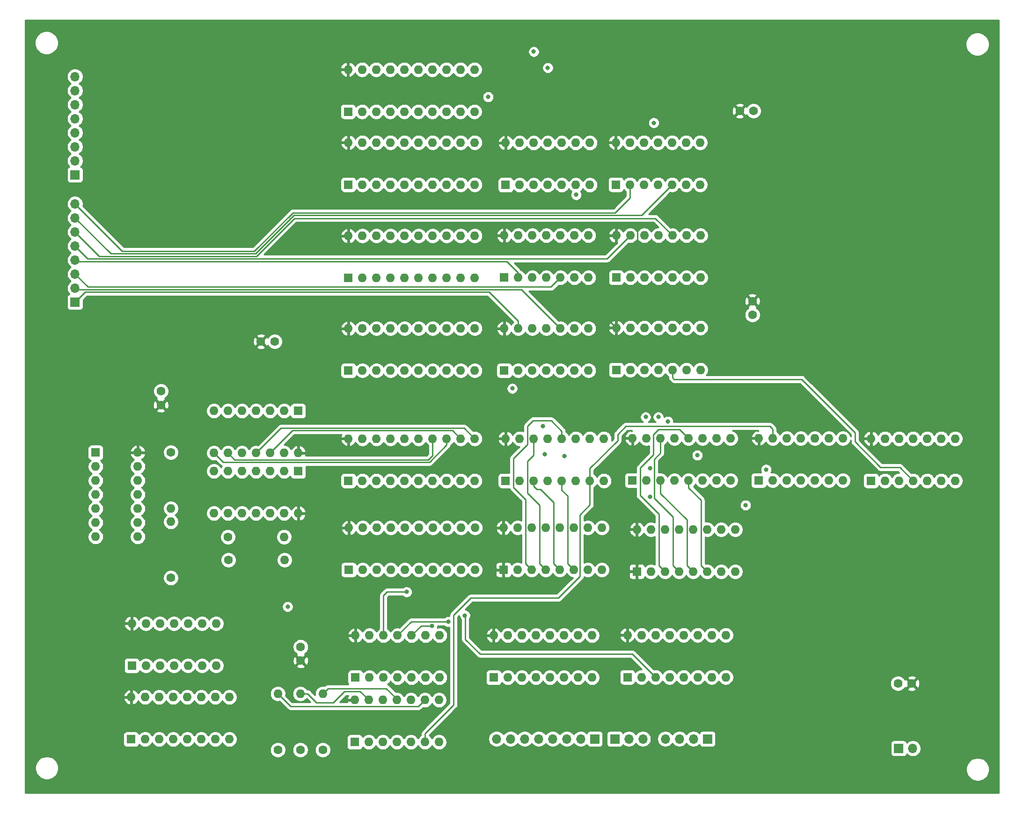
<source format=gbr>
%TF.GenerationSoftware,KiCad,Pcbnew,(5.1.9-0-10_14)*%
%TF.CreationDate,2021-04-21T01:18:25-04:00*%
%TF.ProjectId,ALU,414c552e-6b69-4636-9164-5f7063625858,rev?*%
%TF.SameCoordinates,Original*%
%TF.FileFunction,Copper,L3,Inr*%
%TF.FilePolarity,Positive*%
%FSLAX46Y46*%
G04 Gerber Fmt 4.6, Leading zero omitted, Abs format (unit mm)*
G04 Created by KiCad (PCBNEW (5.1.9-0-10_14)) date 2021-04-21 01:18:25*
%MOMM*%
%LPD*%
G01*
G04 APERTURE LIST*
%TA.AperFunction,ComponentPad*%
%ADD10O,1.700000X1.700000*%
%TD*%
%TA.AperFunction,ComponentPad*%
%ADD11R,1.700000X1.700000*%
%TD*%
%TA.AperFunction,ComponentPad*%
%ADD12O,1.600000X1.600000*%
%TD*%
%TA.AperFunction,ComponentPad*%
%ADD13R,1.600000X1.600000*%
%TD*%
%TA.AperFunction,ComponentPad*%
%ADD14C,1.600000*%
%TD*%
%TA.AperFunction,ViaPad*%
%ADD15C,0.800000*%
%TD*%
%TA.AperFunction,Conductor*%
%ADD16C,0.250000*%
%TD*%
%TA.AperFunction,Conductor*%
%ADD17C,0.254000*%
%TD*%
%TA.AperFunction,Conductor*%
%ADD18C,0.100000*%
%TD*%
G04 APERTURE END LIST*
D10*
%TO.N,/F3*%
%TO.C,J6*%
X152336500Y-148971000D03*
%TO.N,/F2*%
X154876500Y-148971000D03*
%TO.N,/F1*%
X157416500Y-148971000D03*
D11*
%TO.N,/F0*%
X159956500Y-148971000D03*
%TD*%
D12*
%TO.N,VCC*%
%TO.C,U19*%
X96139000Y-141922500D03*
%TO.N,GND*%
X111379000Y-149542500D03*
%TO.N,Net-(R8-Pad2)*%
X98679000Y-141922500D03*
%TO.N,/SUB*%
X108839000Y-149542500D03*
%TO.N,Net-(U19-Pad12)*%
X101219000Y-141922500D03*
%TO.N,Net-(U19-Pad5)*%
X106299000Y-149542500D03*
%TO.N,Net-(R7-Pad2)*%
X103759000Y-141922500D03*
%TO.N,Net-(U19-Pad4)*%
X103759000Y-149542500D03*
%TO.N,Net-(U19-Pad10)*%
X106299000Y-141922500D03*
%TO.N,/Y1*%
X101219000Y-149542500D03*
%TO.N,Net-(R6-Pad2)*%
X108839000Y-141922500D03*
%TO.N,Net-(U19-Pad2)*%
X98679000Y-149542500D03*
%TO.N,Net-(U19-Pad8)*%
X111379000Y-141922500D03*
D13*
%TO.N,/Y2*%
X96139000Y-149542500D03*
%TD*%
D12*
%TO.N,VCC*%
%TO.C,U27*%
X55816500Y-128079500D03*
%TO.N,GND*%
X71056500Y-135699500D03*
%TO.N,N/C*%
X58356500Y-128079500D03*
%TO.N,/SHIFT_EN*%
X68516500Y-135699500D03*
%TO.N,N/C*%
X60896500Y-128079500D03*
%TO.N,Net-(U26-Pad10)*%
X65976500Y-135699500D03*
%TO.N,N/C*%
X63436500Y-128079500D03*
%TO.N,Net-(U26-Pad9)*%
X63436500Y-135699500D03*
%TO.N,N/C*%
X65976500Y-128079500D03*
%TO.N,/SUM_OUT*%
X60896500Y-135699500D03*
%TO.N,N/C*%
X68516500Y-128079500D03*
%TO.N,Net-(U26-Pad15)*%
X58356500Y-135699500D03*
%TO.N,N/C*%
X71056500Y-128079500D03*
D13*
%TO.N,Net-(U19-Pad5)*%
X55816500Y-135699500D03*
%TD*%
D12*
%TO.N,VCC*%
%TO.C,U26*%
X55689500Y-141414500D03*
%TO.N,GND*%
X73469500Y-149034500D03*
%TO.N,Net-(U26-Pad15)*%
X58229500Y-141414500D03*
%TO.N,Net-(U26-Pad7)*%
X70929500Y-149034500D03*
%TO.N,Net-(U19-Pad5)*%
X60769500Y-141414500D03*
%TO.N,/F3*%
X68389500Y-149034500D03*
%TO.N,Net-(U26-Pad13)*%
X63309500Y-141414500D03*
%TO.N,GND*%
X65849500Y-149034500D03*
%TO.N,Net-(U26-Pad12)*%
X65849500Y-141414500D03*
%TO.N,GND*%
X63309500Y-149034500D03*
%TO.N,Net-(U26-Pad11)*%
X68389500Y-141414500D03*
%TO.N,/F2*%
X60769500Y-149034500D03*
%TO.N,Net-(U26-Pad10)*%
X70929500Y-141414500D03*
%TO.N,/F1*%
X58229500Y-149034500D03*
%TO.N,Net-(U26-Pad9)*%
X73469500Y-141414500D03*
D13*
%TO.N,/F0*%
X55689500Y-149034500D03*
%TD*%
D12*
%TO.N,VCC*%
%TO.C,U4*%
X85915500Y-97218500D03*
%TO.N,GND*%
X70675500Y-89598500D03*
%TO.N,Net-(U11-Pad4)*%
X83375500Y-97218500D03*
%TO.N,/SUM6*%
X73215500Y-89598500D03*
%TO.N,/SUM2*%
X80835500Y-97218500D03*
%TO.N,/SUM5*%
X75755500Y-89598500D03*
%TO.N,/SUM1*%
X78295500Y-97218500D03*
%TO.N,Net-(U11-Pad1)*%
X78295500Y-89598500D03*
%TO.N,Net-(U11-Pad5)*%
X75755500Y-97218500D03*
%TO.N,/SUM8*%
X80835500Y-89598500D03*
%TO.N,/SUM4*%
X73215500Y-97218500D03*
%TO.N,/SUM7*%
X83375500Y-89598500D03*
%TO.N,/SUM3*%
X70675500Y-97218500D03*
D13*
%TO.N,Net-(U11-Pad2)*%
X85915500Y-89598500D03*
%TD*%
D12*
%TO.N,VCC*%
%TO.C,U11*%
X85915500Y-108132000D03*
%TO.N,GND*%
X70675500Y-100512000D03*
%TO.N,Net-(R9-Pad2)*%
X83375500Y-108132000D03*
%TO.N,Net-(U11-Pad6)*%
X73215500Y-100512000D03*
%TO.N,Net-(R10-Pad2)*%
X80835500Y-108132000D03*
%TO.N,Net-(U11-Pad5)*%
X75755500Y-100512000D03*
%TO.N,Net-(U11-Pad11)*%
X78295500Y-108132000D03*
%TO.N,Net-(U11-Pad4)*%
X78295500Y-100512000D03*
%TO.N,Net-(U11-Pad10)*%
X75755500Y-108132000D03*
X80835500Y-100512000D03*
%TO.N,Net-(U11-Pad6)*%
X73215500Y-108132000D03*
%TO.N,Net-(U11-Pad2)*%
X83375500Y-100512000D03*
%TO.N,/EQ*%
X70675500Y-108132000D03*
D13*
%TO.N,Net-(U11-Pad1)*%
X85915500Y-100512000D03*
%TD*%
D12*
%TO.N,VCC*%
%TO.C,U25*%
X56891000Y-97141500D03*
%TO.N,GND*%
X49271000Y-112381500D03*
%TO.N,Net-(U25-Pad13)*%
X56891000Y-99681500D03*
%TO.N,/ZE*%
X49271000Y-109841500D03*
%TO.N,Net-(U25-Pad12)*%
X56891000Y-102221500D03*
%TO.N,/EQ*%
X49271000Y-107301500D03*
%TO.N,Net-(U25-Pad11)*%
X56891000Y-104761500D03*
%TO.N,/SUB*%
X49271000Y-104761500D03*
%TO.N,Net-(R11-Pad2)*%
X56891000Y-107301500D03*
%TO.N,/NEG*%
X49271000Y-102221500D03*
%TO.N,Net-(R12-Pad2)*%
X56891000Y-109841500D03*
%TO.N,/SUM8*%
X49271000Y-99681500D03*
%TO.N,Net-(U25-Pad8)*%
X56891000Y-112381500D03*
D13*
%TO.N,/SUB*%
X49271000Y-97141500D03*
%TD*%
D12*
%TO.N,Net-(R12-Pad2)*%
%TO.C,R12*%
X62865000Y-109664500D03*
D14*
%TO.N,GND*%
X62865000Y-119824500D03*
%TD*%
D12*
%TO.N,Net-(R11-Pad2)*%
%TO.C,R11*%
X62865000Y-107251500D03*
D14*
%TO.N,GND*%
X62865000Y-97091500D03*
%TD*%
D12*
%TO.N,Net-(R10-Pad2)*%
%TO.C,R10*%
X83439000Y-116586000D03*
D14*
%TO.N,GND*%
X73279000Y-116586000D03*
%TD*%
D12*
%TO.N,Net-(R9-Pad2)*%
%TO.C,R9*%
X83375500Y-112395000D03*
D14*
%TO.N,GND*%
X73215500Y-112395000D03*
%TD*%
D10*
%TO.N,/ZE*%
%TO.C,J4*%
X148272500Y-148971000D03*
%TO.N,/NEG*%
X145732500Y-148971000D03*
D11*
%TO.N,/CARRY_OUT*%
X143192500Y-148971000D03*
%TD*%
D10*
%TO.N,Net-(J5-Pad2)*%
%TO.C,J5*%
X197104000Y-150685500D03*
D11*
%TO.N,GND*%
X194564000Y-150685500D03*
%TD*%
D10*
%TO.N,/ALU_OUT8*%
%TO.C,J3*%
X121793000Y-148971000D03*
%TO.N,/ALU_OUT7*%
X124333000Y-148971000D03*
%TO.N,/ALU_OUT6*%
X126873000Y-148971000D03*
%TO.N,/ALU_OUT5*%
X129413000Y-148971000D03*
%TO.N,/ALU_OUT4*%
X131953000Y-148971000D03*
%TO.N,/ALU_OUT3*%
X134493000Y-148971000D03*
%TO.N,/ALU_OUT2*%
X137033000Y-148971000D03*
D11*
%TO.N,/ALU_OUT1*%
X139573000Y-148971000D03*
%TD*%
D10*
%TO.N,B8*%
%TO.C,J2*%
X45529500Y-52133500D03*
%TO.N,B7*%
X45529500Y-54673500D03*
%TO.N,B6*%
X45529500Y-57213500D03*
%TO.N,B5*%
X45529500Y-59753500D03*
%TO.N,B4*%
X45529500Y-62293500D03*
%TO.N,B3*%
X45529500Y-64833500D03*
%TO.N,B2*%
X45529500Y-67373500D03*
D11*
%TO.N,B1*%
X45529500Y-69913500D03*
%TD*%
D10*
%TO.N,A8*%
%TO.C,J1*%
X45529500Y-29083000D03*
%TO.N,A7*%
X45529500Y-31623000D03*
%TO.N,A6*%
X45529500Y-34163000D03*
%TO.N,A5*%
X45529500Y-36703000D03*
%TO.N,A4*%
X45529500Y-39243000D03*
%TO.N,A3*%
X45529500Y-41783000D03*
%TO.N,A2*%
X45529500Y-44323000D03*
D11*
%TO.N,A1*%
X45529500Y-46863000D03*
%TD*%
D12*
%TO.N,VCC*%
%TO.C,U24*%
X95059500Y-110744000D03*
%TO.N,GND*%
X117919500Y-118364000D03*
%TO.N,/SHIFT_EN*%
X97599500Y-110744000D03*
%TO.N,/Y1*%
X115379500Y-118364000D03*
%TO.N,Net-(U18-Pad15)*%
X100139500Y-110744000D03*
%TO.N,/Y2*%
X112839500Y-118364000D03*
%TO.N,Net-(U18-Pad14)*%
X102679500Y-110744000D03*
%TO.N,/Y3*%
X110299500Y-118364000D03*
%TO.N,Net-(U18-Pad13)*%
X105219500Y-110744000D03*
%TO.N,/Y4*%
X107759500Y-118364000D03*
%TO.N,Net-(U18-Pad12)*%
X107759500Y-110744000D03*
%TO.N,/Y5*%
X105219500Y-118364000D03*
%TO.N,Net-(U18-Pad7)*%
X110299500Y-110744000D03*
%TO.N,/Y6*%
X102679500Y-118364000D03*
%TO.N,Net-(U22-Pad14)*%
X112839500Y-110744000D03*
%TO.N,/Y7*%
X100139500Y-118364000D03*
%TO.N,Net-(U22-Pad13)*%
X115379500Y-110744000D03*
%TO.N,/Y8*%
X97599500Y-118364000D03*
%TO.N,Net-(U22-Pad12)*%
X117919500Y-110744000D03*
D13*
%TO.N,GND*%
X95059500Y-118364000D03*
%TD*%
D12*
%TO.N,VCC*%
%TO.C,U23*%
X169227500Y-94551500D03*
%TO.N,GND*%
X184467500Y-102171500D03*
%TO.N,/SUB*%
X171767500Y-94551500D03*
%TO.N,Net-(U17-Pad15)*%
X181927500Y-102171500D03*
%TO.N,B1*%
X174307500Y-94551500D03*
%TO.N,/SUB*%
X179387500Y-102171500D03*
%TO.N,Net-(U17-Pad6)*%
X176847500Y-94551500D03*
%TO.N,B3*%
X176847500Y-102171500D03*
%TO.N,/SUB*%
X179387500Y-94551500D03*
%TO.N,Net-(U17-Pad11)*%
X174307500Y-102171500D03*
%TO.N,B2*%
X181927500Y-94551500D03*
%TO.N,/SUB*%
X171767500Y-102171500D03*
%TO.N,Net-(U17-Pad2)*%
X184467500Y-94551500D03*
D13*
%TO.N,B4*%
X169227500Y-102171500D03*
%TD*%
D12*
%TO.N,VCC*%
%TO.C,U22*%
X123063000Y-110744000D03*
%TO.N,GND*%
X140843000Y-118364000D03*
%TO.N,Net-(U18-Pad7)*%
X125603000Y-110744000D03*
%TO.N,GND*%
X138303000Y-118364000D03*
%TO.N,Net-(U22-Pad14)*%
X128143000Y-110744000D03*
%TO.N,A1*%
X135763000Y-118364000D03*
%TO.N,Net-(U22-Pad13)*%
X130683000Y-110744000D03*
%TO.N,A2*%
X133223000Y-118364000D03*
%TO.N,Net-(U22-Pad12)*%
X133223000Y-110744000D03*
%TO.N,A3*%
X130683000Y-118364000D03*
%TO.N,/CLOCK*%
X135763000Y-110744000D03*
%TO.N,A4*%
X128143000Y-118364000D03*
%TO.N,/SHL*%
X138303000Y-110744000D03*
%TO.N,Net-(U18-Pad12)*%
X125603000Y-118364000D03*
%TO.N,/SHR*%
X140843000Y-110744000D03*
D13*
%TO.N,VCC*%
X123063000Y-118364000D03*
%TD*%
D12*
%TO.N,VCC*%
%TO.C,U21*%
X189547500Y-94615000D03*
%TO.N,GND*%
X204787500Y-102235000D03*
%TO.N,/SUB*%
X192087500Y-94615000D03*
%TO.N,Net-(U15-Pad15)*%
X202247500Y-102235000D03*
%TO.N,B5*%
X194627500Y-94615000D03*
%TO.N,/SUB*%
X199707500Y-102235000D03*
%TO.N,Net-(U15-Pad6)*%
X197167500Y-94615000D03*
%TO.N,B7*%
X197167500Y-102235000D03*
%TO.N,/SUB*%
X199707500Y-94615000D03*
%TO.N,Net-(U15-Pad11)*%
X194627500Y-102235000D03*
%TO.N,B6*%
X202247500Y-94615000D03*
%TO.N,/SUB*%
X192087500Y-102235000D03*
%TO.N,Net-(U15-Pad2)*%
X204787500Y-94615000D03*
D13*
%TO.N,B8*%
X189547500Y-102235000D03*
%TD*%
D12*
%TO.N,VCC*%
%TO.C,U20*%
X145478500Y-130175000D03*
%TO.N,GND*%
X163258500Y-137795000D03*
X148018500Y-130175000D03*
%TO.N,/ALU_OUT2*%
X160718500Y-137795000D03*
%TO.N,Net-(U12-Pad10)*%
X150558500Y-130175000D03*
%TO.N,/Y2*%
X158178500Y-137795000D03*
%TO.N,/Y4*%
X153098500Y-130175000D03*
%TO.N,Net-(U19-Pad2)*%
X155638500Y-137795000D03*
%TO.N,/ALU_OUT4*%
X155638500Y-130175000D03*
%TO.N,/ALU_OUT1*%
X153098500Y-137795000D03*
%TO.N,Net-(U12-Pad12)*%
X158178500Y-130175000D03*
%TO.N,/Y1*%
X150558500Y-137795000D03*
%TO.N,/Y3*%
X160718500Y-130175000D03*
%TO.N,Net-(U19-Pad4)*%
X148018500Y-137795000D03*
%TO.N,/ALU_OUT3*%
X163258500Y-130175000D03*
D13*
%TO.N,/NOT_OUT*%
X145478500Y-137795000D03*
%TD*%
D12*
%TO.N,VCC*%
%TO.C,U18*%
X147193000Y-111061500D03*
%TO.N,GND*%
X164973000Y-118681500D03*
%TO.N,Net-(U18-Pad15)*%
X149733000Y-111061500D03*
%TO.N,Net-(U18-Pad7)*%
X162433000Y-118681500D03*
%TO.N,Net-(U18-Pad14)*%
X152273000Y-111061500D03*
%TO.N,A5*%
X159893000Y-118681500D03*
%TO.N,Net-(U18-Pad13)*%
X154813000Y-111061500D03*
%TO.N,A6*%
X157353000Y-118681500D03*
%TO.N,Net-(U18-Pad12)*%
X157353000Y-111061500D03*
%TO.N,A7*%
X154813000Y-118681500D03*
%TO.N,/CLOCK*%
X159893000Y-111061500D03*
%TO.N,A8*%
X152273000Y-118681500D03*
%TO.N,/SHL*%
X162433000Y-111061500D03*
%TO.N,GND*%
X149733000Y-118681500D03*
%TO.N,/SHR*%
X164973000Y-111061500D03*
D13*
%TO.N,VCC*%
X147193000Y-118681500D03*
%TD*%
D12*
%TO.N,VCC*%
%TO.C,U17*%
X123444000Y-94615000D03*
%TO.N,GND*%
X141224000Y-102235000D03*
%TO.N,Net-(U17-Pad15)*%
X125984000Y-94615000D03*
%TO.N,/SUB*%
X138684000Y-102235000D03*
%TO.N,A3*%
X128524000Y-94615000D03*
%TO.N,Net-(U17-Pad6)*%
X136144000Y-102235000D03*
%TO.N,/SUM3*%
X131064000Y-94615000D03*
%TO.N,A1*%
X133604000Y-102235000D03*
%TO.N,A4*%
X133604000Y-94615000D03*
%TO.N,/SUM1*%
X131064000Y-102235000D03*
%TO.N,Net-(U17-Pad11)*%
X136144000Y-94615000D03*
%TO.N,A2*%
X128524000Y-102235000D03*
%TO.N,/SUM4*%
X138684000Y-94615000D03*
%TO.N,Net-(U17-Pad2)*%
X125984000Y-102235000D03*
%TO.N,Net-(U15-Pad7)*%
X141224000Y-94615000D03*
D13*
%TO.N,/SUM2*%
X123444000Y-102235000D03*
%TD*%
D12*
%TO.N,VCC*%
%TO.C,U16*%
X121285000Y-130238500D03*
%TO.N,GND*%
X139065000Y-137858500D03*
X123825000Y-130238500D03*
%TO.N,/ALU_OUT6*%
X136525000Y-137858500D03*
%TO.N,/Y8*%
X126365000Y-130238500D03*
%TO.N,Net-(U12-Pad6)*%
X133985000Y-137858500D03*
%TO.N,Net-(U12-Pad2)*%
X128905000Y-130238500D03*
%TO.N,/Y6*%
X131445000Y-137858500D03*
%TO.N,/ALU_OUT8*%
X131445000Y-130238500D03*
%TO.N,/ALU_OUT5*%
X128905000Y-137858500D03*
%TO.N,/Y7*%
X133985000Y-130238500D03*
%TO.N,Net-(U12-Pad8)*%
X126365000Y-137858500D03*
%TO.N,Net-(U12-Pad4)*%
X136525000Y-130238500D03*
%TO.N,/Y5*%
X123825000Y-137858500D03*
%TO.N,/ALU_OUT7*%
X139065000Y-130238500D03*
D13*
%TO.N,/NOT_OUT*%
X121285000Y-137858500D03*
%TD*%
D12*
%TO.N,VCC*%
%TO.C,U15*%
X146367500Y-94551500D03*
%TO.N,GND*%
X164147500Y-102171500D03*
%TO.N,Net-(U15-Pad15)*%
X148907500Y-94551500D03*
%TO.N,Net-(U15-Pad7)*%
X161607500Y-102171500D03*
%TO.N,A7*%
X151447500Y-94551500D03*
%TO.N,Net-(U15-Pad6)*%
X159067500Y-102171500D03*
%TO.N,/SUM7*%
X153987500Y-94551500D03*
%TO.N,A5*%
X156527500Y-102171500D03*
%TO.N,A8*%
X156527500Y-94551500D03*
%TO.N,/SUM5*%
X153987500Y-102171500D03*
%TO.N,Net-(U15-Pad11)*%
X159067500Y-94551500D03*
%TO.N,A6*%
X151447500Y-102171500D03*
%TO.N,/SUM8*%
X161607500Y-94551500D03*
%TO.N,Net-(U15-Pad2)*%
X148907500Y-102171500D03*
%TO.N,/CARRY_OUT*%
X164147500Y-94551500D03*
D13*
%TO.N,/SUM6*%
X146367500Y-102171500D03*
%TD*%
D12*
%TO.N,VCC*%
%TO.C,U14*%
X94996000Y-94615000D03*
%TO.N,GND*%
X117856000Y-102235000D03*
%TO.N,/SUM_OUT*%
X97536000Y-94615000D03*
%TO.N,/Y1*%
X115316000Y-102235000D03*
%TO.N,/SUM8*%
X100076000Y-94615000D03*
%TO.N,/Y2*%
X112776000Y-102235000D03*
%TO.N,/SUM7*%
X102616000Y-94615000D03*
%TO.N,/Y3*%
X110236000Y-102235000D03*
%TO.N,/SUM6*%
X105156000Y-94615000D03*
%TO.N,/Y4*%
X107696000Y-102235000D03*
%TO.N,/SUM5*%
X107696000Y-94615000D03*
%TO.N,/Y5*%
X105156000Y-102235000D03*
%TO.N,/SUM4*%
X110236000Y-94615000D03*
%TO.N,/Y6*%
X102616000Y-102235000D03*
%TO.N,/SUM3*%
X112776000Y-94615000D03*
%TO.N,/Y7*%
X100076000Y-102235000D03*
%TO.N,/SUM2*%
X115316000Y-94615000D03*
%TO.N,/Y8*%
X97536000Y-102235000D03*
%TO.N,/SUM1*%
X117856000Y-94615000D03*
D13*
%TO.N,GND*%
X94996000Y-102235000D03*
%TD*%
D12*
%TO.N,VCC*%
%TO.C,U13*%
X94932500Y-27813000D03*
%TO.N,GND*%
X117792500Y-35433000D03*
%TO.N,/PASS*%
X97472500Y-27813000D03*
%TO.N,/Y1*%
X115252500Y-35433000D03*
%TO.N,A8*%
X100012500Y-27813000D03*
%TO.N,/Y2*%
X112712500Y-35433000D03*
%TO.N,A7*%
X102552500Y-27813000D03*
%TO.N,/Y3*%
X110172500Y-35433000D03*
%TO.N,A6*%
X105092500Y-27813000D03*
%TO.N,/Y4*%
X107632500Y-35433000D03*
%TO.N,A5*%
X107632500Y-27813000D03*
%TO.N,/Y5*%
X105092500Y-35433000D03*
%TO.N,A4*%
X110172500Y-27813000D03*
%TO.N,/Y6*%
X102552500Y-35433000D03*
%TO.N,A3*%
X112712500Y-27813000D03*
%TO.N,/Y7*%
X100012500Y-35433000D03*
%TO.N,A2*%
X115252500Y-27813000D03*
%TO.N,/Y8*%
X97472500Y-35433000D03*
%TO.N,A1*%
X117792500Y-27813000D03*
D13*
%TO.N,GND*%
X94932500Y-35433000D03*
%TD*%
D12*
%TO.N,VCC*%
%TO.C,U12*%
X96266000Y-130238500D03*
%TO.N,GND*%
X111506000Y-137858500D03*
%TO.N,/Y3*%
X98806000Y-130238500D03*
%TO.N,Net-(U12-Pad6)*%
X108966000Y-137858500D03*
%TO.N,Net-(U12-Pad12)*%
X101346000Y-130238500D03*
%TO.N,/Y6*%
X106426000Y-137858500D03*
%TO.N,/Y4*%
X103886000Y-130238500D03*
%TO.N,Net-(U12-Pad4)*%
X103886000Y-137858500D03*
%TO.N,Net-(U12-Pad10)*%
X106426000Y-130238500D03*
%TO.N,/Y7*%
X101346000Y-137858500D03*
%TO.N,/Y5*%
X108966000Y-130238500D03*
%TO.N,Net-(U12-Pad2)*%
X98806000Y-137858500D03*
%TO.N,Net-(U12-Pad8)*%
X111506000Y-130238500D03*
D13*
%TO.N,/Y8*%
X96266000Y-137858500D03*
%TD*%
D12*
%TO.N,VCC*%
%TO.C,U10*%
X123190000Y-57848500D03*
%TO.N,GND*%
X138430000Y-65468500D03*
%TO.N,B1*%
X125730000Y-57848500D03*
%TO.N,Net-(U10-Pad6)*%
X135890000Y-65468500D03*
%TO.N,A1*%
X128270000Y-57848500D03*
%TO.N,B3*%
X133350000Y-65468500D03*
%TO.N,Net-(U10-Pad11)*%
X130810000Y-57848500D03*
%TO.N,A3*%
X130810000Y-65468500D03*
%TO.N,B2*%
X133350000Y-57848500D03*
%TO.N,Net-(U10-Pad3)*%
X128270000Y-65468500D03*
%TO.N,A2*%
X135890000Y-57848500D03*
%TO.N,B4*%
X125730000Y-65468500D03*
%TO.N,Net-(U10-Pad8)*%
X138430000Y-57848500D03*
D13*
%TO.N,A4*%
X123190000Y-65468500D03*
%TD*%
D12*
%TO.N,VCC*%
%TO.C,U9*%
X123190000Y-74676000D03*
%TO.N,GND*%
X138430000Y-82296000D03*
%TO.N,B1*%
X125730000Y-74676000D03*
%TO.N,Net-(U6-Pad13)*%
X135890000Y-82296000D03*
%TO.N,A1*%
X128270000Y-74676000D03*
%TO.N,B3*%
X133350000Y-82296000D03*
%TO.N,Net-(U6-Pad11)*%
X130810000Y-74676000D03*
%TO.N,A3*%
X130810000Y-82296000D03*
%TO.N,B2*%
X133350000Y-74676000D03*
%TO.N,Net-(U6-Pad14)*%
X128270000Y-82296000D03*
%TO.N,A2*%
X135890000Y-74676000D03*
%TO.N,B4*%
X125730000Y-82296000D03*
%TO.N,Net-(U6-Pad12)*%
X138430000Y-74676000D03*
D13*
%TO.N,A4*%
X123190000Y-82296000D03*
%TD*%
D12*
%TO.N,VCC*%
%TO.C,U8*%
X94996000Y-57912000D03*
%TO.N,GND*%
X117856000Y-65532000D03*
%TO.N,/XOR_OUT*%
X97536000Y-57912000D03*
%TO.N,/Y1*%
X115316000Y-65532000D03*
%TO.N,Net-(U2-Pad3)*%
X100076000Y-57912000D03*
%TO.N,/Y2*%
X112776000Y-65532000D03*
%TO.N,Net-(U2-Pad6)*%
X102616000Y-57912000D03*
%TO.N,/Y3*%
X110236000Y-65532000D03*
%TO.N,Net-(U2-Pad8)*%
X105156000Y-57912000D03*
%TO.N,/Y4*%
X107696000Y-65532000D03*
%TO.N,Net-(U2-Pad11)*%
X107696000Y-57912000D03*
%TO.N,/Y5*%
X105156000Y-65532000D03*
%TO.N,Net-(U10-Pad3)*%
X110236000Y-57912000D03*
%TO.N,/Y6*%
X102616000Y-65532000D03*
%TO.N,Net-(U10-Pad6)*%
X112776000Y-57912000D03*
%TO.N,/Y7*%
X100076000Y-65532000D03*
%TO.N,Net-(U10-Pad8)*%
X115316000Y-57912000D03*
%TO.N,/Y8*%
X97536000Y-65532000D03*
%TO.N,Net-(U10-Pad11)*%
X117856000Y-57912000D03*
D13*
%TO.N,GND*%
X94996000Y-65532000D03*
%TD*%
D12*
%TO.N,VCC*%
%TO.C,U7*%
X123444000Y-41084500D03*
%TO.N,GND*%
X138684000Y-48704500D03*
%TO.N,B1*%
X125984000Y-41084500D03*
%TO.N,Net-(U5-Pad13)*%
X136144000Y-48704500D03*
%TO.N,A1*%
X128524000Y-41084500D03*
%TO.N,B3*%
X133604000Y-48704500D03*
%TO.N,Net-(U5-Pad11)*%
X131064000Y-41084500D03*
%TO.N,A3*%
X131064000Y-48704500D03*
%TO.N,B2*%
X133604000Y-41084500D03*
%TO.N,Net-(U5-Pad14)*%
X128524000Y-48704500D03*
%TO.N,A2*%
X136144000Y-41084500D03*
%TO.N,B4*%
X125984000Y-48704500D03*
%TO.N,Net-(U5-Pad12)*%
X138684000Y-41084500D03*
D13*
%TO.N,A4*%
X123444000Y-48704500D03*
%TD*%
D12*
%TO.N,VCC*%
%TO.C,U6*%
X94996000Y-74676000D03*
%TO.N,GND*%
X117856000Y-82296000D03*
%TO.N,/OR_OUT*%
X97536000Y-74676000D03*
%TO.N,/Y1*%
X115316000Y-82296000D03*
%TO.N,Net-(U3-Pad3)*%
X100076000Y-74676000D03*
%TO.N,/Y2*%
X112776000Y-82296000D03*
%TO.N,Net-(U3-Pad6)*%
X102616000Y-74676000D03*
%TO.N,/Y3*%
X110236000Y-82296000D03*
%TO.N,Net-(U3-Pad8)*%
X105156000Y-74676000D03*
%TO.N,/Y4*%
X107696000Y-82296000D03*
%TO.N,Net-(U3-Pad11)*%
X107696000Y-74676000D03*
%TO.N,/Y5*%
X105156000Y-82296000D03*
%TO.N,Net-(U6-Pad14)*%
X110236000Y-74676000D03*
%TO.N,/Y6*%
X102616000Y-82296000D03*
%TO.N,Net-(U6-Pad13)*%
X112776000Y-74676000D03*
%TO.N,/Y7*%
X100076000Y-82296000D03*
%TO.N,Net-(U6-Pad12)*%
X115316000Y-74676000D03*
%TO.N,/Y8*%
X97536000Y-82296000D03*
%TO.N,Net-(U6-Pad11)*%
X117856000Y-74676000D03*
D13*
%TO.N,GND*%
X94996000Y-82296000D03*
%TD*%
D12*
%TO.N,VCC*%
%TO.C,U5*%
X94996000Y-41021000D03*
%TO.N,GND*%
X117856000Y-48641000D03*
%TO.N,/AND_OUT*%
X97536000Y-41021000D03*
%TO.N,/Y1*%
X115316000Y-48641000D03*
%TO.N,Net-(U1-Pad3)*%
X100076000Y-41021000D03*
%TO.N,/Y2*%
X112776000Y-48641000D03*
%TO.N,Net-(U1-Pad6)*%
X102616000Y-41021000D03*
%TO.N,/Y3*%
X110236000Y-48641000D03*
%TO.N,Net-(U1-Pad8)*%
X105156000Y-41021000D03*
%TO.N,/Y4*%
X107696000Y-48641000D03*
%TO.N,Net-(U1-Pad11)*%
X107696000Y-41021000D03*
%TO.N,/Y5*%
X105156000Y-48641000D03*
%TO.N,Net-(U5-Pad14)*%
X110236000Y-41021000D03*
%TO.N,/Y6*%
X102616000Y-48641000D03*
%TO.N,Net-(U5-Pad13)*%
X112776000Y-41021000D03*
%TO.N,/Y7*%
X100076000Y-48641000D03*
%TO.N,Net-(U5-Pad12)*%
X115316000Y-41021000D03*
%TO.N,/Y8*%
X97536000Y-48641000D03*
%TO.N,Net-(U5-Pad11)*%
X117856000Y-41021000D03*
D13*
%TO.N,GND*%
X94996000Y-48641000D03*
%TD*%
D12*
%TO.N,VCC*%
%TO.C,U3*%
X143446500Y-74549000D03*
%TO.N,GND*%
X158686500Y-82169000D03*
%TO.N,B5*%
X145986500Y-74549000D03*
%TO.N,Net-(U3-Pad6)*%
X156146500Y-82169000D03*
%TO.N,A5*%
X148526500Y-74549000D03*
%TO.N,B7*%
X153606500Y-82169000D03*
%TO.N,Net-(U3-Pad11)*%
X151066500Y-74549000D03*
%TO.N,A7*%
X151066500Y-82169000D03*
%TO.N,B6*%
X153606500Y-74549000D03*
%TO.N,Net-(U3-Pad3)*%
X148526500Y-82169000D03*
%TO.N,A6*%
X156146500Y-74549000D03*
%TO.N,B8*%
X145986500Y-82169000D03*
%TO.N,Net-(U3-Pad8)*%
X158686500Y-74549000D03*
D13*
%TO.N,A8*%
X143446500Y-82169000D03*
%TD*%
D12*
%TO.N,VCC*%
%TO.C,U2*%
X143446500Y-57848500D03*
%TO.N,GND*%
X158686500Y-65468500D03*
%TO.N,B5*%
X145986500Y-57848500D03*
%TO.N,Net-(U2-Pad6)*%
X156146500Y-65468500D03*
%TO.N,A5*%
X148526500Y-57848500D03*
%TO.N,B7*%
X153606500Y-65468500D03*
%TO.N,Net-(U2-Pad11)*%
X151066500Y-57848500D03*
%TO.N,A7*%
X151066500Y-65468500D03*
%TO.N,B6*%
X153606500Y-57848500D03*
%TO.N,Net-(U2-Pad3)*%
X148526500Y-65468500D03*
%TO.N,A6*%
X156146500Y-57848500D03*
%TO.N,B8*%
X145986500Y-65468500D03*
%TO.N,Net-(U2-Pad8)*%
X158686500Y-57848500D03*
D13*
%TO.N,A8*%
X143446500Y-65468500D03*
%TD*%
D12*
%TO.N,VCC*%
%TO.C,U1*%
X143383000Y-41021000D03*
%TO.N,GND*%
X158623000Y-48641000D03*
%TO.N,B5*%
X145923000Y-41021000D03*
%TO.N,Net-(U1-Pad6)*%
X156083000Y-48641000D03*
%TO.N,A5*%
X148463000Y-41021000D03*
%TO.N,B7*%
X153543000Y-48641000D03*
%TO.N,Net-(U1-Pad11)*%
X151003000Y-41021000D03*
%TO.N,A7*%
X151003000Y-48641000D03*
%TO.N,B6*%
X153543000Y-41021000D03*
%TO.N,Net-(U1-Pad3)*%
X148463000Y-48641000D03*
%TO.N,A6*%
X156083000Y-41021000D03*
%TO.N,B8*%
X145923000Y-48641000D03*
%TO.N,Net-(U1-Pad8)*%
X158623000Y-41021000D03*
D13*
%TO.N,A8*%
X143383000Y-48641000D03*
%TD*%
D12*
%TO.N,Net-(R8-Pad2)*%
%TO.C,R8*%
X86296500Y-140779500D03*
D14*
%TO.N,GND*%
X86296500Y-150939500D03*
%TD*%
D12*
%TO.N,Net-(R7-Pad2)*%
%TO.C,R7*%
X90360500Y-140779500D03*
D14*
%TO.N,GND*%
X90360500Y-150939500D03*
%TD*%
D12*
%TO.N,Net-(R6-Pad2)*%
%TO.C,R6*%
X82232500Y-140779500D03*
D14*
%TO.N,GND*%
X82232500Y-150939500D03*
%TD*%
%TO.N,GND*%
%TO.C,C7*%
X81666500Y-77046000D03*
%TO.N,VCC*%
X79166500Y-77046000D03*
%TD*%
%TO.N,GND*%
%TO.C,C6*%
X168298500Y-35306000D03*
%TO.N,VCC*%
X165798500Y-35306000D03*
%TD*%
%TO.N,GND*%
%TO.C,C5*%
X86360000Y-132310500D03*
%TO.N,VCC*%
X86360000Y-134810500D03*
%TD*%
%TO.N,GND*%
%TO.C,C4*%
X168084500Y-72223000D03*
%TO.N,VCC*%
X168084500Y-69723000D03*
%TD*%
%TO.N,GND*%
%TO.C,C2*%
X61087000Y-86019000D03*
%TO.N,VCC*%
X61087000Y-88519000D03*
%TD*%
%TO.N,GND*%
%TO.C,C1*%
X194413500Y-138938000D03*
%TO.N,VCC*%
X196913500Y-138938000D03*
%TD*%
D15*
%TO.N,A8*%
X128524000Y-24574500D03*
X131064000Y-27495500D03*
%TO.N,A6*%
X148780500Y-90704510D03*
%TO.N,A7*%
X151070079Y-90704510D03*
X150241000Y-37465000D03*
%TO.N,A5*%
X152781000Y-91503500D03*
%TO.N,A4*%
X130492500Y-97409000D03*
X120269000Y-32766000D03*
%TO.N,B3*%
X134048500Y-97790000D03*
X149542500Y-100012500D03*
X170561000Y-100203000D03*
%TO.N,A3*%
X130175000Y-92329000D03*
X136207500Y-50482500D03*
%TO.N,B4*%
X124650500Y-85534500D03*
X166856755Y-106661210D03*
%TO.N,/Y1*%
X116078000Y-126619000D03*
%TO.N,/Y4*%
X113093500Y-127762000D03*
%TO.N,Net-(U12-Pad12)*%
X105537000Y-122364500D03*
%TO.N,Net-(U12-Pad10)*%
X110109000Y-128524000D03*
%TO.N,/SUM_OUT*%
X84010500Y-125031500D03*
%TO.N,Net-(U15-Pad6)*%
X158115000Y-97630979D03*
%TO.N,Net-(U15-Pad2)*%
X149597489Y-105175917D03*
%TD*%
D16*
%TO.N,VCC*%
X143446500Y-57848500D02*
X143446500Y-56832500D01*
X143446500Y-56832500D02*
X144145000Y-56134000D01*
X144145000Y-56134000D02*
X146431000Y-56134000D01*
X146431000Y-56134000D02*
X147256500Y-56959500D01*
X147256500Y-56959500D02*
X147256500Y-58801000D01*
X147256500Y-58801000D02*
X141859000Y-64198500D01*
X141859000Y-72961500D02*
X143446500Y-74549000D01*
X141859000Y-64198500D02*
X141859000Y-72961500D01*
%TO.N,Net-(R6-Pad2)*%
X82232500Y-140779500D02*
X84518500Y-143065500D01*
X107696000Y-143065500D02*
X108839000Y-141922500D01*
X84518500Y-143065500D02*
X107696000Y-143065500D01*
%TO.N,Net-(R7-Pad2)*%
X90360500Y-140779500D02*
X91313000Y-139827000D01*
X91313000Y-139827000D02*
X101854000Y-139827000D01*
X103759000Y-141732000D02*
X103759000Y-141922500D01*
X101854000Y-139827000D02*
X103759000Y-141732000D01*
%TO.N,Net-(R8-Pad2)*%
X86296500Y-140779500D02*
X87630000Y-140779500D01*
X87630000Y-140779500D02*
X89217500Y-142367000D01*
X89217500Y-142367000D02*
X92265500Y-142367000D01*
X92265500Y-142367000D02*
X94297500Y-140335000D01*
X97091500Y-140335000D02*
X98679000Y-141922500D01*
X94297500Y-140335000D02*
X97091500Y-140335000D01*
%TO.N,B8*%
X143256000Y-53721000D02*
X145923000Y-51054000D01*
X84963000Y-53721000D02*
X143256000Y-53721000D01*
X54102000Y-60706000D02*
X77978000Y-60706000D01*
X45529500Y-52133500D02*
X54102000Y-60706000D01*
X77978000Y-60706000D02*
X84963000Y-53721000D01*
X145923000Y-51054000D02*
X145923000Y-48641000D01*
%TO.N,A8*%
X151147999Y-117556499D02*
X151147999Y-108285499D01*
X152273000Y-118681500D02*
X151147999Y-117556499D01*
X147782499Y-104919999D02*
X147782499Y-99931001D01*
X151147999Y-108285499D02*
X147782499Y-104919999D01*
X147782499Y-99931001D02*
X150177500Y-97536000D01*
X150177500Y-97536000D02*
X150177500Y-93916500D01*
X150177500Y-93916500D02*
X151130000Y-92964000D01*
X154940000Y-92964000D02*
X156527500Y-94551500D01*
X151130000Y-92964000D02*
X154940000Y-92964000D01*
%TO.N,B6*%
X78350800Y-61606022D02*
X49922022Y-61606022D01*
X85225333Y-54731489D02*
X78350800Y-61606022D01*
X49922022Y-61606022D02*
X45529500Y-57213500D01*
X153606500Y-57848500D02*
X150489489Y-54731489D01*
X150489489Y-54731489D02*
X85225333Y-54731489D01*
%TO.N,A6*%
X156227999Y-117556499D02*
X156227999Y-109301499D01*
X157353000Y-118681500D02*
X156227999Y-117556499D01*
X151447500Y-104521000D02*
X151447500Y-102171500D01*
X156227999Y-109301499D02*
X151447500Y-104521000D01*
%TO.N,B7*%
X78164400Y-61156011D02*
X52012011Y-61156011D01*
X85149399Y-54171011D02*
X78164400Y-61156011D01*
X52012011Y-61156011D02*
X45529500Y-54673500D01*
X153543000Y-48641000D02*
X148012989Y-54171011D01*
X148012989Y-54171011D02*
X85149399Y-54171011D01*
X153606500Y-83566000D02*
X153606500Y-82169000D01*
X153924000Y-83883500D02*
X153606500Y-83566000D01*
X186626500Y-95186500D02*
X186626500Y-93535500D01*
X186626500Y-93535500D02*
X176974500Y-83883500D01*
X176974500Y-83883500D02*
X153924000Y-83883500D01*
X191262000Y-99822000D02*
X186626500Y-95186500D01*
X194754500Y-99822000D02*
X191262000Y-99822000D01*
X197167500Y-102235000D02*
X194754500Y-99822000D01*
%TO.N,A7*%
X153687999Y-117556499D02*
X153687999Y-108793499D01*
X154813000Y-118681500D02*
X153687999Y-117556499D01*
X153687999Y-108793499D02*
X150322499Y-105427999D01*
X150322499Y-105427999D02*
X150322499Y-98343501D01*
X151447500Y-97218500D02*
X151447500Y-94551500D01*
X150322499Y-98343501D02*
X151447500Y-97218500D01*
%TO.N,B5*%
X45529500Y-59753500D02*
X45847000Y-59753500D01*
X47832033Y-62056033D02*
X45529500Y-59753500D01*
X145986500Y-57848500D02*
X141778967Y-62056033D01*
X141778967Y-62056033D02*
X47832033Y-62056033D01*
%TO.N,A5*%
X158767999Y-117556499D02*
X158767999Y-105745499D01*
X159893000Y-118681500D02*
X158767999Y-117556499D01*
X156527500Y-103505000D02*
X156527500Y-102171500D01*
X158767999Y-105745499D02*
X156527500Y-103505000D01*
%TO.N,A4*%
X127017999Y-117238999D02*
X127017999Y-105618499D01*
X128143000Y-118364000D02*
X127017999Y-117238999D01*
X124858999Y-103459499D02*
X124858999Y-98216501D01*
X127017999Y-105618499D02*
X124858999Y-103459499D01*
X127398999Y-95676501D02*
X127398999Y-92374501D01*
X124858999Y-98216501D02*
X127398999Y-95676501D01*
X127398999Y-92374501D02*
X128397000Y-91376500D01*
X128397000Y-91376500D02*
X131699000Y-91376500D01*
X133604000Y-93281500D02*
X133604000Y-94615000D01*
X131699000Y-91376500D02*
X133604000Y-93281500D01*
%TO.N,B3*%
X131646522Y-67171978D02*
X47867978Y-67171978D01*
X47867978Y-67171978D02*
X45529500Y-64833500D01*
X133350000Y-65468500D02*
X131646522Y-67171978D01*
%TO.N,A3*%
X129557999Y-117238999D02*
X129557999Y-106634499D01*
X130683000Y-118364000D02*
X129557999Y-117238999D01*
X127398999Y-104475499D02*
X127398999Y-98724501D01*
X129557999Y-106634499D02*
X127398999Y-104475499D01*
X128524000Y-97599500D02*
X128524000Y-94615000D01*
X127398999Y-98724501D02*
X128524000Y-97599500D01*
%TO.N,A2*%
X132097999Y-117238999D02*
X132097999Y-106126499D01*
X133223000Y-118364000D02*
X132097999Y-117238999D01*
X132097999Y-106126499D02*
X129730500Y-103759000D01*
X129730500Y-103759000D02*
X129095500Y-103759000D01*
X128524000Y-103187500D02*
X128524000Y-102235000D01*
X129095500Y-103759000D02*
X128524000Y-103187500D01*
%TO.N,B2*%
X81020489Y-67621989D02*
X126295989Y-67621989D01*
X126295989Y-67621989D02*
X133350000Y-74676000D01*
X45777989Y-67621989D02*
X45529500Y-67373500D01*
X81020489Y-67621989D02*
X45777989Y-67621989D01*
%TO.N,A1*%
X134637999Y-117238999D02*
X134637999Y-104983499D01*
X135763000Y-118364000D02*
X134637999Y-117238999D01*
X133604000Y-103949500D02*
X133604000Y-102235000D01*
X134637999Y-104983499D02*
X133604000Y-103949500D01*
%TO.N,B1*%
X47371000Y-68072000D02*
X45529500Y-69913500D01*
X120459500Y-68072000D02*
X47371000Y-68072000D01*
X125730000Y-73342500D02*
X120459500Y-68072000D01*
X125730000Y-74676000D02*
X125730000Y-73342500D01*
%TO.N,B4*%
X125730000Y-64611250D02*
X125730000Y-65468500D01*
X123666250Y-62547500D02*
X125730000Y-64611250D01*
X45783500Y-62547500D02*
X123666250Y-62547500D01*
X45529500Y-62293500D02*
X45783500Y-62547500D01*
%TO.N,/Y1*%
X150558500Y-137795000D02*
X146367500Y-133604000D01*
X146367500Y-133604000D02*
X118808500Y-133604000D01*
X118808500Y-133604000D02*
X116141500Y-130937000D01*
X116141500Y-126682500D02*
X116078000Y-126619000D01*
X116141500Y-130937000D02*
X116141500Y-126682500D01*
%TO.N,/Y4*%
X106362500Y-127762000D02*
X103886000Y-130238500D01*
X113093500Y-127762000D02*
X106362500Y-127762000D01*
%TO.N,Net-(U12-Pad12)*%
X105537000Y-122364500D02*
X101981000Y-122364500D01*
X101346000Y-122999500D02*
X101346000Y-130238500D01*
X101981000Y-122364500D02*
X101346000Y-122999500D01*
%TO.N,Net-(U12-Pad10)*%
X108140500Y-128524000D02*
X106426000Y-130238500D01*
X110109000Y-128524000D02*
X108140500Y-128524000D01*
%TO.N,/SUB*%
X138684000Y-102235000D02*
X138684000Y-106616500D01*
X136888001Y-108412499D02*
X136888001Y-119552501D01*
X138684000Y-106616500D02*
X136888001Y-108412499D01*
X136888001Y-119552501D02*
X132996502Y-123444000D01*
X132996502Y-123444000D02*
X117157500Y-123444000D01*
X117157500Y-123444000D02*
X114046000Y-126555500D01*
X114046000Y-126555500D02*
X114046000Y-142811500D01*
X108839000Y-148018500D02*
X108839000Y-149542500D01*
X114046000Y-142811500D02*
X108839000Y-148018500D01*
X171767500Y-94551500D02*
X171767500Y-92900500D01*
X171767500Y-92900500D02*
X171259500Y-92392500D01*
X171259500Y-92392500D02*
X145161000Y-92392500D01*
X145161000Y-92392500D02*
X143700500Y-93853000D01*
X143700500Y-93853000D02*
X143700500Y-94996000D01*
X138684000Y-100012500D02*
X138684000Y-102235000D01*
X143700500Y-94996000D02*
X138684000Y-100012500D01*
%TO.N,/SUM2*%
X80835500Y-97218500D02*
X84893989Y-93160011D01*
X84893989Y-93160011D02*
X113861011Y-93160011D01*
X113861011Y-93160011D02*
X115316000Y-94615000D01*
%TO.N,/SUM1*%
X82804000Y-92710000D02*
X115951000Y-92710000D01*
X78295500Y-97218500D02*
X82804000Y-92710000D01*
X115951000Y-92710000D02*
X117856000Y-94615000D01*
%TO.N,/SUM4*%
X109479511Y-98419489D02*
X110236000Y-97663000D01*
X74416489Y-98419489D02*
X109479511Y-98419489D01*
X110236000Y-97663000D02*
X110236000Y-94615000D01*
X73215500Y-97218500D02*
X74416489Y-98419489D01*
%TO.N,/SUM3*%
X72326500Y-98869500D02*
X109665911Y-98869500D01*
X70675500Y-97218500D02*
X72326500Y-98869500D01*
X109665911Y-98869500D02*
X112776000Y-95759411D01*
X112776000Y-95759411D02*
X112776000Y-94615000D01*
%TD*%
D17*
%TO.N,VCC*%
X212665001Y-158753500D02*
X36509000Y-158753500D01*
X36509000Y-154031221D01*
X38314500Y-154031221D01*
X38314500Y-154451779D01*
X38396547Y-154864256D01*
X38557488Y-155252802D01*
X38791137Y-155602483D01*
X39088517Y-155899863D01*
X39438198Y-156133512D01*
X39826744Y-156294453D01*
X40239221Y-156376500D01*
X40659779Y-156376500D01*
X41072256Y-156294453D01*
X41460802Y-156133512D01*
X41810483Y-155899863D01*
X42107863Y-155602483D01*
X42341512Y-155252802D01*
X42502453Y-154864256D01*
X42584500Y-154451779D01*
X42584500Y-154285221D01*
X206716500Y-154285221D01*
X206716500Y-154705779D01*
X206798547Y-155118256D01*
X206959488Y-155506802D01*
X207193137Y-155856483D01*
X207490517Y-156153863D01*
X207840198Y-156387512D01*
X208228744Y-156548453D01*
X208641221Y-156630500D01*
X209061779Y-156630500D01*
X209474256Y-156548453D01*
X209862802Y-156387512D01*
X210212483Y-156153863D01*
X210509863Y-155856483D01*
X210743512Y-155506802D01*
X210904453Y-155118256D01*
X210986500Y-154705779D01*
X210986500Y-154285221D01*
X210904453Y-153872744D01*
X210743512Y-153484198D01*
X210509863Y-153134517D01*
X210212483Y-152837137D01*
X209862802Y-152603488D01*
X209474256Y-152442547D01*
X209061779Y-152360500D01*
X208641221Y-152360500D01*
X208228744Y-152442547D01*
X207840198Y-152603488D01*
X207490517Y-152837137D01*
X207193137Y-153134517D01*
X206959488Y-153484198D01*
X206798547Y-153872744D01*
X206716500Y-154285221D01*
X42584500Y-154285221D01*
X42584500Y-154031221D01*
X42502453Y-153618744D01*
X42341512Y-153230198D01*
X42107863Y-152880517D01*
X41810483Y-152583137D01*
X41460802Y-152349488D01*
X41072256Y-152188547D01*
X40659779Y-152106500D01*
X40239221Y-152106500D01*
X39826744Y-152188547D01*
X39438198Y-152349488D01*
X39088517Y-152583137D01*
X38791137Y-152880517D01*
X38557488Y-153230198D01*
X38396547Y-153618744D01*
X38314500Y-154031221D01*
X36509000Y-154031221D01*
X36509000Y-150798165D01*
X80797500Y-150798165D01*
X80797500Y-151080835D01*
X80852647Y-151358074D01*
X80960820Y-151619227D01*
X81117863Y-151854259D01*
X81317741Y-152054137D01*
X81552773Y-152211180D01*
X81813926Y-152319353D01*
X82091165Y-152374500D01*
X82373835Y-152374500D01*
X82651074Y-152319353D01*
X82912227Y-152211180D01*
X83147259Y-152054137D01*
X83347137Y-151854259D01*
X83504180Y-151619227D01*
X83612353Y-151358074D01*
X83667500Y-151080835D01*
X83667500Y-150798165D01*
X84861500Y-150798165D01*
X84861500Y-151080835D01*
X84916647Y-151358074D01*
X85024820Y-151619227D01*
X85181863Y-151854259D01*
X85381741Y-152054137D01*
X85616773Y-152211180D01*
X85877926Y-152319353D01*
X86155165Y-152374500D01*
X86437835Y-152374500D01*
X86715074Y-152319353D01*
X86976227Y-152211180D01*
X87211259Y-152054137D01*
X87411137Y-151854259D01*
X87568180Y-151619227D01*
X87676353Y-151358074D01*
X87731500Y-151080835D01*
X87731500Y-150798165D01*
X88925500Y-150798165D01*
X88925500Y-151080835D01*
X88980647Y-151358074D01*
X89088820Y-151619227D01*
X89245863Y-151854259D01*
X89445741Y-152054137D01*
X89680773Y-152211180D01*
X89941926Y-152319353D01*
X90219165Y-152374500D01*
X90501835Y-152374500D01*
X90779074Y-152319353D01*
X91040227Y-152211180D01*
X91275259Y-152054137D01*
X91475137Y-151854259D01*
X91632180Y-151619227D01*
X91740353Y-151358074D01*
X91795500Y-151080835D01*
X91795500Y-150798165D01*
X91740353Y-150520926D01*
X91632180Y-150259773D01*
X91475137Y-150024741D01*
X91275259Y-149824863D01*
X91040227Y-149667820D01*
X90779074Y-149559647D01*
X90501835Y-149504500D01*
X90219165Y-149504500D01*
X89941926Y-149559647D01*
X89680773Y-149667820D01*
X89445741Y-149824863D01*
X89245863Y-150024741D01*
X89088820Y-150259773D01*
X88980647Y-150520926D01*
X88925500Y-150798165D01*
X87731500Y-150798165D01*
X87676353Y-150520926D01*
X87568180Y-150259773D01*
X87411137Y-150024741D01*
X87211259Y-149824863D01*
X86976227Y-149667820D01*
X86715074Y-149559647D01*
X86437835Y-149504500D01*
X86155165Y-149504500D01*
X85877926Y-149559647D01*
X85616773Y-149667820D01*
X85381741Y-149824863D01*
X85181863Y-150024741D01*
X85024820Y-150259773D01*
X84916647Y-150520926D01*
X84861500Y-150798165D01*
X83667500Y-150798165D01*
X83612353Y-150520926D01*
X83504180Y-150259773D01*
X83347137Y-150024741D01*
X83147259Y-149824863D01*
X82912227Y-149667820D01*
X82651074Y-149559647D01*
X82373835Y-149504500D01*
X82091165Y-149504500D01*
X81813926Y-149559647D01*
X81552773Y-149667820D01*
X81317741Y-149824863D01*
X81117863Y-150024741D01*
X80960820Y-150259773D01*
X80852647Y-150520926D01*
X80797500Y-150798165D01*
X36509000Y-150798165D01*
X36509000Y-148234500D01*
X54251428Y-148234500D01*
X54251428Y-149834500D01*
X54263688Y-149958982D01*
X54299998Y-150078680D01*
X54358963Y-150188994D01*
X54438315Y-150285685D01*
X54535006Y-150365037D01*
X54645320Y-150424002D01*
X54765018Y-150460312D01*
X54889500Y-150472572D01*
X56489500Y-150472572D01*
X56613982Y-150460312D01*
X56733680Y-150424002D01*
X56843994Y-150365037D01*
X56940685Y-150285685D01*
X57020037Y-150188994D01*
X57079002Y-150078680D01*
X57115312Y-149958982D01*
X57116143Y-149950539D01*
X57314741Y-150149137D01*
X57549773Y-150306180D01*
X57810926Y-150414353D01*
X58088165Y-150469500D01*
X58370835Y-150469500D01*
X58648074Y-150414353D01*
X58909227Y-150306180D01*
X59144259Y-150149137D01*
X59344137Y-149949259D01*
X59499500Y-149716741D01*
X59654863Y-149949259D01*
X59854741Y-150149137D01*
X60089773Y-150306180D01*
X60350926Y-150414353D01*
X60628165Y-150469500D01*
X60910835Y-150469500D01*
X61188074Y-150414353D01*
X61449227Y-150306180D01*
X61684259Y-150149137D01*
X61884137Y-149949259D01*
X62039500Y-149716741D01*
X62194863Y-149949259D01*
X62394741Y-150149137D01*
X62629773Y-150306180D01*
X62890926Y-150414353D01*
X63168165Y-150469500D01*
X63450835Y-150469500D01*
X63728074Y-150414353D01*
X63989227Y-150306180D01*
X64224259Y-150149137D01*
X64424137Y-149949259D01*
X64579500Y-149716741D01*
X64734863Y-149949259D01*
X64934741Y-150149137D01*
X65169773Y-150306180D01*
X65430926Y-150414353D01*
X65708165Y-150469500D01*
X65990835Y-150469500D01*
X66268074Y-150414353D01*
X66529227Y-150306180D01*
X66764259Y-150149137D01*
X66964137Y-149949259D01*
X67119500Y-149716741D01*
X67274863Y-149949259D01*
X67474741Y-150149137D01*
X67709773Y-150306180D01*
X67970926Y-150414353D01*
X68248165Y-150469500D01*
X68530835Y-150469500D01*
X68808074Y-150414353D01*
X69069227Y-150306180D01*
X69304259Y-150149137D01*
X69504137Y-149949259D01*
X69659500Y-149716741D01*
X69814863Y-149949259D01*
X70014741Y-150149137D01*
X70249773Y-150306180D01*
X70510926Y-150414353D01*
X70788165Y-150469500D01*
X71070835Y-150469500D01*
X71348074Y-150414353D01*
X71609227Y-150306180D01*
X71844259Y-150149137D01*
X72044137Y-149949259D01*
X72199500Y-149716741D01*
X72354863Y-149949259D01*
X72554741Y-150149137D01*
X72789773Y-150306180D01*
X73050926Y-150414353D01*
X73328165Y-150469500D01*
X73610835Y-150469500D01*
X73888074Y-150414353D01*
X74149227Y-150306180D01*
X74384259Y-150149137D01*
X74584137Y-149949259D01*
X74741180Y-149714227D01*
X74849353Y-149453074D01*
X74904500Y-149175835D01*
X74904500Y-148893165D01*
X74874531Y-148742500D01*
X94700928Y-148742500D01*
X94700928Y-150342500D01*
X94713188Y-150466982D01*
X94749498Y-150586680D01*
X94808463Y-150696994D01*
X94887815Y-150793685D01*
X94984506Y-150873037D01*
X95094820Y-150932002D01*
X95214518Y-150968312D01*
X95339000Y-150980572D01*
X96939000Y-150980572D01*
X97063482Y-150968312D01*
X97183180Y-150932002D01*
X97293494Y-150873037D01*
X97390185Y-150793685D01*
X97469537Y-150696994D01*
X97528502Y-150586680D01*
X97564812Y-150466982D01*
X97565643Y-150458539D01*
X97764241Y-150657137D01*
X97999273Y-150814180D01*
X98260426Y-150922353D01*
X98537665Y-150977500D01*
X98820335Y-150977500D01*
X99097574Y-150922353D01*
X99358727Y-150814180D01*
X99593759Y-150657137D01*
X99793637Y-150457259D01*
X99949000Y-150224741D01*
X100104363Y-150457259D01*
X100304241Y-150657137D01*
X100539273Y-150814180D01*
X100800426Y-150922353D01*
X101077665Y-150977500D01*
X101360335Y-150977500D01*
X101637574Y-150922353D01*
X101898727Y-150814180D01*
X102133759Y-150657137D01*
X102333637Y-150457259D01*
X102489000Y-150224741D01*
X102644363Y-150457259D01*
X102844241Y-150657137D01*
X103079273Y-150814180D01*
X103340426Y-150922353D01*
X103617665Y-150977500D01*
X103900335Y-150977500D01*
X104177574Y-150922353D01*
X104438727Y-150814180D01*
X104673759Y-150657137D01*
X104873637Y-150457259D01*
X105029000Y-150224741D01*
X105184363Y-150457259D01*
X105384241Y-150657137D01*
X105619273Y-150814180D01*
X105880426Y-150922353D01*
X106157665Y-150977500D01*
X106440335Y-150977500D01*
X106717574Y-150922353D01*
X106978727Y-150814180D01*
X107213759Y-150657137D01*
X107413637Y-150457259D01*
X107569000Y-150224741D01*
X107724363Y-150457259D01*
X107924241Y-150657137D01*
X108159273Y-150814180D01*
X108420426Y-150922353D01*
X108697665Y-150977500D01*
X108980335Y-150977500D01*
X109257574Y-150922353D01*
X109518727Y-150814180D01*
X109753759Y-150657137D01*
X109953637Y-150457259D01*
X110109000Y-150224741D01*
X110264363Y-150457259D01*
X110464241Y-150657137D01*
X110699273Y-150814180D01*
X110960426Y-150922353D01*
X111237665Y-150977500D01*
X111520335Y-150977500D01*
X111797574Y-150922353D01*
X112058727Y-150814180D01*
X112293759Y-150657137D01*
X112493637Y-150457259D01*
X112650680Y-150222227D01*
X112758853Y-149961074D01*
X112814000Y-149683835D01*
X112814000Y-149401165D01*
X112758853Y-149123926D01*
X112650680Y-148862773D01*
X112625268Y-148824740D01*
X120308000Y-148824740D01*
X120308000Y-149117260D01*
X120365068Y-149404158D01*
X120477010Y-149674411D01*
X120639525Y-149917632D01*
X120846368Y-150124475D01*
X121089589Y-150286990D01*
X121359842Y-150398932D01*
X121646740Y-150456000D01*
X121939260Y-150456000D01*
X122226158Y-150398932D01*
X122496411Y-150286990D01*
X122739632Y-150124475D01*
X122946475Y-149917632D01*
X123063000Y-149743240D01*
X123179525Y-149917632D01*
X123386368Y-150124475D01*
X123629589Y-150286990D01*
X123899842Y-150398932D01*
X124186740Y-150456000D01*
X124479260Y-150456000D01*
X124766158Y-150398932D01*
X125036411Y-150286990D01*
X125279632Y-150124475D01*
X125486475Y-149917632D01*
X125603000Y-149743240D01*
X125719525Y-149917632D01*
X125926368Y-150124475D01*
X126169589Y-150286990D01*
X126439842Y-150398932D01*
X126726740Y-150456000D01*
X127019260Y-150456000D01*
X127306158Y-150398932D01*
X127576411Y-150286990D01*
X127819632Y-150124475D01*
X128026475Y-149917632D01*
X128143000Y-149743240D01*
X128259525Y-149917632D01*
X128466368Y-150124475D01*
X128709589Y-150286990D01*
X128979842Y-150398932D01*
X129266740Y-150456000D01*
X129559260Y-150456000D01*
X129846158Y-150398932D01*
X130116411Y-150286990D01*
X130359632Y-150124475D01*
X130566475Y-149917632D01*
X130683000Y-149743240D01*
X130799525Y-149917632D01*
X131006368Y-150124475D01*
X131249589Y-150286990D01*
X131519842Y-150398932D01*
X131806740Y-150456000D01*
X132099260Y-150456000D01*
X132386158Y-150398932D01*
X132656411Y-150286990D01*
X132899632Y-150124475D01*
X133106475Y-149917632D01*
X133223000Y-149743240D01*
X133339525Y-149917632D01*
X133546368Y-150124475D01*
X133789589Y-150286990D01*
X134059842Y-150398932D01*
X134346740Y-150456000D01*
X134639260Y-150456000D01*
X134926158Y-150398932D01*
X135196411Y-150286990D01*
X135439632Y-150124475D01*
X135646475Y-149917632D01*
X135763000Y-149743240D01*
X135879525Y-149917632D01*
X136086368Y-150124475D01*
X136329589Y-150286990D01*
X136599842Y-150398932D01*
X136886740Y-150456000D01*
X137179260Y-150456000D01*
X137466158Y-150398932D01*
X137736411Y-150286990D01*
X137979632Y-150124475D01*
X138111487Y-149992620D01*
X138133498Y-150065180D01*
X138192463Y-150175494D01*
X138271815Y-150272185D01*
X138368506Y-150351537D01*
X138478820Y-150410502D01*
X138598518Y-150446812D01*
X138723000Y-150459072D01*
X140423000Y-150459072D01*
X140547482Y-150446812D01*
X140667180Y-150410502D01*
X140777494Y-150351537D01*
X140874185Y-150272185D01*
X140953537Y-150175494D01*
X141012502Y-150065180D01*
X141048812Y-149945482D01*
X141061072Y-149821000D01*
X141061072Y-148121000D01*
X141704428Y-148121000D01*
X141704428Y-149821000D01*
X141716688Y-149945482D01*
X141752998Y-150065180D01*
X141811963Y-150175494D01*
X141891315Y-150272185D01*
X141988006Y-150351537D01*
X142098320Y-150410502D01*
X142218018Y-150446812D01*
X142342500Y-150459072D01*
X144042500Y-150459072D01*
X144166982Y-150446812D01*
X144286680Y-150410502D01*
X144396994Y-150351537D01*
X144493685Y-150272185D01*
X144573037Y-150175494D01*
X144632002Y-150065180D01*
X144654013Y-149992620D01*
X144785868Y-150124475D01*
X145029089Y-150286990D01*
X145299342Y-150398932D01*
X145586240Y-150456000D01*
X145878760Y-150456000D01*
X146165658Y-150398932D01*
X146435911Y-150286990D01*
X146679132Y-150124475D01*
X146885975Y-149917632D01*
X147002500Y-149743240D01*
X147119025Y-149917632D01*
X147325868Y-150124475D01*
X147569089Y-150286990D01*
X147839342Y-150398932D01*
X148126240Y-150456000D01*
X148418760Y-150456000D01*
X148705658Y-150398932D01*
X148975911Y-150286990D01*
X149219132Y-150124475D01*
X149425975Y-149917632D01*
X149588490Y-149674411D01*
X149700432Y-149404158D01*
X149757500Y-149117260D01*
X149757500Y-148824740D01*
X150851500Y-148824740D01*
X150851500Y-149117260D01*
X150908568Y-149404158D01*
X151020510Y-149674411D01*
X151183025Y-149917632D01*
X151389868Y-150124475D01*
X151633089Y-150286990D01*
X151903342Y-150398932D01*
X152190240Y-150456000D01*
X152482760Y-150456000D01*
X152769658Y-150398932D01*
X153039911Y-150286990D01*
X153283132Y-150124475D01*
X153489975Y-149917632D01*
X153606500Y-149743240D01*
X153723025Y-149917632D01*
X153929868Y-150124475D01*
X154173089Y-150286990D01*
X154443342Y-150398932D01*
X154730240Y-150456000D01*
X155022760Y-150456000D01*
X155309658Y-150398932D01*
X155579911Y-150286990D01*
X155823132Y-150124475D01*
X156029975Y-149917632D01*
X156146500Y-149743240D01*
X156263025Y-149917632D01*
X156469868Y-150124475D01*
X156713089Y-150286990D01*
X156983342Y-150398932D01*
X157270240Y-150456000D01*
X157562760Y-150456000D01*
X157849658Y-150398932D01*
X158119911Y-150286990D01*
X158363132Y-150124475D01*
X158494987Y-149992620D01*
X158516998Y-150065180D01*
X158575963Y-150175494D01*
X158655315Y-150272185D01*
X158752006Y-150351537D01*
X158862320Y-150410502D01*
X158982018Y-150446812D01*
X159106500Y-150459072D01*
X160806500Y-150459072D01*
X160930982Y-150446812D01*
X161050680Y-150410502D01*
X161160994Y-150351537D01*
X161257685Y-150272185D01*
X161337037Y-150175494D01*
X161396002Y-150065180D01*
X161432312Y-149945482D01*
X161443143Y-149835500D01*
X193075928Y-149835500D01*
X193075928Y-151535500D01*
X193088188Y-151659982D01*
X193124498Y-151779680D01*
X193183463Y-151889994D01*
X193262815Y-151986685D01*
X193359506Y-152066037D01*
X193469820Y-152125002D01*
X193589518Y-152161312D01*
X193714000Y-152173572D01*
X195414000Y-152173572D01*
X195538482Y-152161312D01*
X195658180Y-152125002D01*
X195768494Y-152066037D01*
X195865185Y-151986685D01*
X195944537Y-151889994D01*
X196003502Y-151779680D01*
X196025513Y-151707120D01*
X196157368Y-151838975D01*
X196400589Y-152001490D01*
X196670842Y-152113432D01*
X196957740Y-152170500D01*
X197250260Y-152170500D01*
X197537158Y-152113432D01*
X197807411Y-152001490D01*
X198050632Y-151838975D01*
X198257475Y-151632132D01*
X198419990Y-151388911D01*
X198531932Y-151118658D01*
X198589000Y-150831760D01*
X198589000Y-150539240D01*
X198531932Y-150252342D01*
X198419990Y-149982089D01*
X198257475Y-149738868D01*
X198050632Y-149532025D01*
X197807411Y-149369510D01*
X197537158Y-149257568D01*
X197250260Y-149200500D01*
X196957740Y-149200500D01*
X196670842Y-149257568D01*
X196400589Y-149369510D01*
X196157368Y-149532025D01*
X196025513Y-149663880D01*
X196003502Y-149591320D01*
X195944537Y-149481006D01*
X195865185Y-149384315D01*
X195768494Y-149304963D01*
X195658180Y-149245998D01*
X195538482Y-149209688D01*
X195414000Y-149197428D01*
X193714000Y-149197428D01*
X193589518Y-149209688D01*
X193469820Y-149245998D01*
X193359506Y-149304963D01*
X193262815Y-149384315D01*
X193183463Y-149481006D01*
X193124498Y-149591320D01*
X193088188Y-149711018D01*
X193075928Y-149835500D01*
X161443143Y-149835500D01*
X161444572Y-149821000D01*
X161444572Y-148121000D01*
X161432312Y-147996518D01*
X161396002Y-147876820D01*
X161337037Y-147766506D01*
X161257685Y-147669815D01*
X161160994Y-147590463D01*
X161050680Y-147531498D01*
X160930982Y-147495188D01*
X160806500Y-147482928D01*
X159106500Y-147482928D01*
X158982018Y-147495188D01*
X158862320Y-147531498D01*
X158752006Y-147590463D01*
X158655315Y-147669815D01*
X158575963Y-147766506D01*
X158516998Y-147876820D01*
X158494987Y-147949380D01*
X158363132Y-147817525D01*
X158119911Y-147655010D01*
X157849658Y-147543068D01*
X157562760Y-147486000D01*
X157270240Y-147486000D01*
X156983342Y-147543068D01*
X156713089Y-147655010D01*
X156469868Y-147817525D01*
X156263025Y-148024368D01*
X156146500Y-148198760D01*
X156029975Y-148024368D01*
X155823132Y-147817525D01*
X155579911Y-147655010D01*
X155309658Y-147543068D01*
X155022760Y-147486000D01*
X154730240Y-147486000D01*
X154443342Y-147543068D01*
X154173089Y-147655010D01*
X153929868Y-147817525D01*
X153723025Y-148024368D01*
X153606500Y-148198760D01*
X153489975Y-148024368D01*
X153283132Y-147817525D01*
X153039911Y-147655010D01*
X152769658Y-147543068D01*
X152482760Y-147486000D01*
X152190240Y-147486000D01*
X151903342Y-147543068D01*
X151633089Y-147655010D01*
X151389868Y-147817525D01*
X151183025Y-148024368D01*
X151020510Y-148267589D01*
X150908568Y-148537842D01*
X150851500Y-148824740D01*
X149757500Y-148824740D01*
X149700432Y-148537842D01*
X149588490Y-148267589D01*
X149425975Y-148024368D01*
X149219132Y-147817525D01*
X148975911Y-147655010D01*
X148705658Y-147543068D01*
X148418760Y-147486000D01*
X148126240Y-147486000D01*
X147839342Y-147543068D01*
X147569089Y-147655010D01*
X147325868Y-147817525D01*
X147119025Y-148024368D01*
X147002500Y-148198760D01*
X146885975Y-148024368D01*
X146679132Y-147817525D01*
X146435911Y-147655010D01*
X146165658Y-147543068D01*
X145878760Y-147486000D01*
X145586240Y-147486000D01*
X145299342Y-147543068D01*
X145029089Y-147655010D01*
X144785868Y-147817525D01*
X144654013Y-147949380D01*
X144632002Y-147876820D01*
X144573037Y-147766506D01*
X144493685Y-147669815D01*
X144396994Y-147590463D01*
X144286680Y-147531498D01*
X144166982Y-147495188D01*
X144042500Y-147482928D01*
X142342500Y-147482928D01*
X142218018Y-147495188D01*
X142098320Y-147531498D01*
X141988006Y-147590463D01*
X141891315Y-147669815D01*
X141811963Y-147766506D01*
X141752998Y-147876820D01*
X141716688Y-147996518D01*
X141704428Y-148121000D01*
X141061072Y-148121000D01*
X141048812Y-147996518D01*
X141012502Y-147876820D01*
X140953537Y-147766506D01*
X140874185Y-147669815D01*
X140777494Y-147590463D01*
X140667180Y-147531498D01*
X140547482Y-147495188D01*
X140423000Y-147482928D01*
X138723000Y-147482928D01*
X138598518Y-147495188D01*
X138478820Y-147531498D01*
X138368506Y-147590463D01*
X138271815Y-147669815D01*
X138192463Y-147766506D01*
X138133498Y-147876820D01*
X138111487Y-147949380D01*
X137979632Y-147817525D01*
X137736411Y-147655010D01*
X137466158Y-147543068D01*
X137179260Y-147486000D01*
X136886740Y-147486000D01*
X136599842Y-147543068D01*
X136329589Y-147655010D01*
X136086368Y-147817525D01*
X135879525Y-148024368D01*
X135763000Y-148198760D01*
X135646475Y-148024368D01*
X135439632Y-147817525D01*
X135196411Y-147655010D01*
X134926158Y-147543068D01*
X134639260Y-147486000D01*
X134346740Y-147486000D01*
X134059842Y-147543068D01*
X133789589Y-147655010D01*
X133546368Y-147817525D01*
X133339525Y-148024368D01*
X133223000Y-148198760D01*
X133106475Y-148024368D01*
X132899632Y-147817525D01*
X132656411Y-147655010D01*
X132386158Y-147543068D01*
X132099260Y-147486000D01*
X131806740Y-147486000D01*
X131519842Y-147543068D01*
X131249589Y-147655010D01*
X131006368Y-147817525D01*
X130799525Y-148024368D01*
X130683000Y-148198760D01*
X130566475Y-148024368D01*
X130359632Y-147817525D01*
X130116411Y-147655010D01*
X129846158Y-147543068D01*
X129559260Y-147486000D01*
X129266740Y-147486000D01*
X128979842Y-147543068D01*
X128709589Y-147655010D01*
X128466368Y-147817525D01*
X128259525Y-148024368D01*
X128143000Y-148198760D01*
X128026475Y-148024368D01*
X127819632Y-147817525D01*
X127576411Y-147655010D01*
X127306158Y-147543068D01*
X127019260Y-147486000D01*
X126726740Y-147486000D01*
X126439842Y-147543068D01*
X126169589Y-147655010D01*
X125926368Y-147817525D01*
X125719525Y-148024368D01*
X125603000Y-148198760D01*
X125486475Y-148024368D01*
X125279632Y-147817525D01*
X125036411Y-147655010D01*
X124766158Y-147543068D01*
X124479260Y-147486000D01*
X124186740Y-147486000D01*
X123899842Y-147543068D01*
X123629589Y-147655010D01*
X123386368Y-147817525D01*
X123179525Y-148024368D01*
X123063000Y-148198760D01*
X122946475Y-148024368D01*
X122739632Y-147817525D01*
X122496411Y-147655010D01*
X122226158Y-147543068D01*
X121939260Y-147486000D01*
X121646740Y-147486000D01*
X121359842Y-147543068D01*
X121089589Y-147655010D01*
X120846368Y-147817525D01*
X120639525Y-148024368D01*
X120477010Y-148267589D01*
X120365068Y-148537842D01*
X120308000Y-148824740D01*
X112625268Y-148824740D01*
X112493637Y-148627741D01*
X112293759Y-148427863D01*
X112058727Y-148270820D01*
X111797574Y-148162647D01*
X111520335Y-148107500D01*
X111237665Y-148107500D01*
X110960426Y-148162647D01*
X110699273Y-148270820D01*
X110464241Y-148427863D01*
X110264363Y-148627741D01*
X110109000Y-148860259D01*
X109953637Y-148627741D01*
X109753759Y-148427863D01*
X109604302Y-148327999D01*
X114557003Y-143375299D01*
X114586001Y-143351501D01*
X114649813Y-143273746D01*
X114680974Y-143235777D01*
X114751546Y-143103747D01*
X114795003Y-142960486D01*
X114806000Y-142848833D01*
X114806000Y-142848823D01*
X114809676Y-142811501D01*
X114806000Y-142774178D01*
X114806000Y-137058500D01*
X119846928Y-137058500D01*
X119846928Y-138658500D01*
X119859188Y-138782982D01*
X119895498Y-138902680D01*
X119954463Y-139012994D01*
X120033815Y-139109685D01*
X120130506Y-139189037D01*
X120240820Y-139248002D01*
X120360518Y-139284312D01*
X120485000Y-139296572D01*
X122085000Y-139296572D01*
X122209482Y-139284312D01*
X122329180Y-139248002D01*
X122439494Y-139189037D01*
X122536185Y-139109685D01*
X122615537Y-139012994D01*
X122674502Y-138902680D01*
X122710812Y-138782982D01*
X122711643Y-138774539D01*
X122910241Y-138973137D01*
X123145273Y-139130180D01*
X123406426Y-139238353D01*
X123683665Y-139293500D01*
X123966335Y-139293500D01*
X124243574Y-139238353D01*
X124504727Y-139130180D01*
X124739759Y-138973137D01*
X124939637Y-138773259D01*
X125095000Y-138540741D01*
X125250363Y-138773259D01*
X125450241Y-138973137D01*
X125685273Y-139130180D01*
X125946426Y-139238353D01*
X126223665Y-139293500D01*
X126506335Y-139293500D01*
X126783574Y-139238353D01*
X127044727Y-139130180D01*
X127279759Y-138973137D01*
X127479637Y-138773259D01*
X127635000Y-138540741D01*
X127790363Y-138773259D01*
X127990241Y-138973137D01*
X128225273Y-139130180D01*
X128486426Y-139238353D01*
X128763665Y-139293500D01*
X129046335Y-139293500D01*
X129323574Y-139238353D01*
X129584727Y-139130180D01*
X129819759Y-138973137D01*
X130019637Y-138773259D01*
X130175000Y-138540741D01*
X130330363Y-138773259D01*
X130530241Y-138973137D01*
X130765273Y-139130180D01*
X131026426Y-139238353D01*
X131303665Y-139293500D01*
X131586335Y-139293500D01*
X131863574Y-139238353D01*
X132124727Y-139130180D01*
X132359759Y-138973137D01*
X132559637Y-138773259D01*
X132715000Y-138540741D01*
X132870363Y-138773259D01*
X133070241Y-138973137D01*
X133305273Y-139130180D01*
X133566426Y-139238353D01*
X133843665Y-139293500D01*
X134126335Y-139293500D01*
X134403574Y-139238353D01*
X134664727Y-139130180D01*
X134899759Y-138973137D01*
X135099637Y-138773259D01*
X135255000Y-138540741D01*
X135410363Y-138773259D01*
X135610241Y-138973137D01*
X135845273Y-139130180D01*
X136106426Y-139238353D01*
X136383665Y-139293500D01*
X136666335Y-139293500D01*
X136943574Y-139238353D01*
X137204727Y-139130180D01*
X137439759Y-138973137D01*
X137639637Y-138773259D01*
X137795000Y-138540741D01*
X137950363Y-138773259D01*
X138150241Y-138973137D01*
X138385273Y-139130180D01*
X138646426Y-139238353D01*
X138923665Y-139293500D01*
X139206335Y-139293500D01*
X139483574Y-139238353D01*
X139744727Y-139130180D01*
X139979759Y-138973137D01*
X140179637Y-138773259D01*
X140336680Y-138538227D01*
X140444853Y-138277074D01*
X140500000Y-137999835D01*
X140500000Y-137717165D01*
X140444853Y-137439926D01*
X140336680Y-137178773D01*
X140179637Y-136943741D01*
X139979759Y-136743863D01*
X139744727Y-136586820D01*
X139483574Y-136478647D01*
X139206335Y-136423500D01*
X138923665Y-136423500D01*
X138646426Y-136478647D01*
X138385273Y-136586820D01*
X138150241Y-136743863D01*
X137950363Y-136943741D01*
X137795000Y-137176259D01*
X137639637Y-136943741D01*
X137439759Y-136743863D01*
X137204727Y-136586820D01*
X136943574Y-136478647D01*
X136666335Y-136423500D01*
X136383665Y-136423500D01*
X136106426Y-136478647D01*
X135845273Y-136586820D01*
X135610241Y-136743863D01*
X135410363Y-136943741D01*
X135255000Y-137176259D01*
X135099637Y-136943741D01*
X134899759Y-136743863D01*
X134664727Y-136586820D01*
X134403574Y-136478647D01*
X134126335Y-136423500D01*
X133843665Y-136423500D01*
X133566426Y-136478647D01*
X133305273Y-136586820D01*
X133070241Y-136743863D01*
X132870363Y-136943741D01*
X132715000Y-137176259D01*
X132559637Y-136943741D01*
X132359759Y-136743863D01*
X132124727Y-136586820D01*
X131863574Y-136478647D01*
X131586335Y-136423500D01*
X131303665Y-136423500D01*
X131026426Y-136478647D01*
X130765273Y-136586820D01*
X130530241Y-136743863D01*
X130330363Y-136943741D01*
X130175000Y-137176259D01*
X130019637Y-136943741D01*
X129819759Y-136743863D01*
X129584727Y-136586820D01*
X129323574Y-136478647D01*
X129046335Y-136423500D01*
X128763665Y-136423500D01*
X128486426Y-136478647D01*
X128225273Y-136586820D01*
X127990241Y-136743863D01*
X127790363Y-136943741D01*
X127635000Y-137176259D01*
X127479637Y-136943741D01*
X127279759Y-136743863D01*
X127044727Y-136586820D01*
X126783574Y-136478647D01*
X126506335Y-136423500D01*
X126223665Y-136423500D01*
X125946426Y-136478647D01*
X125685273Y-136586820D01*
X125450241Y-136743863D01*
X125250363Y-136943741D01*
X125095000Y-137176259D01*
X124939637Y-136943741D01*
X124739759Y-136743863D01*
X124504727Y-136586820D01*
X124243574Y-136478647D01*
X123966335Y-136423500D01*
X123683665Y-136423500D01*
X123406426Y-136478647D01*
X123145273Y-136586820D01*
X122910241Y-136743863D01*
X122711643Y-136942461D01*
X122710812Y-136934018D01*
X122674502Y-136814320D01*
X122615537Y-136704006D01*
X122536185Y-136607315D01*
X122439494Y-136527963D01*
X122329180Y-136468998D01*
X122209482Y-136432688D01*
X122085000Y-136420428D01*
X120485000Y-136420428D01*
X120360518Y-136432688D01*
X120240820Y-136468998D01*
X120130506Y-136527963D01*
X120033815Y-136607315D01*
X119954463Y-136704006D01*
X119895498Y-136814320D01*
X119859188Y-136934018D01*
X119846928Y-137058500D01*
X114806000Y-137058500D01*
X114806000Y-126870301D01*
X115043000Y-126633301D01*
X115043000Y-126720939D01*
X115082774Y-126920898D01*
X115160795Y-127109256D01*
X115274063Y-127278774D01*
X115381501Y-127386212D01*
X115381500Y-130899677D01*
X115377824Y-130937000D01*
X115381500Y-130974322D01*
X115381500Y-130974332D01*
X115392497Y-131085985D01*
X115425828Y-131195863D01*
X115435954Y-131229246D01*
X115506526Y-131361276D01*
X115534811Y-131395741D01*
X115601499Y-131477001D01*
X115630503Y-131500804D01*
X118244700Y-134115002D01*
X118268499Y-134144001D01*
X118297497Y-134167799D01*
X118384224Y-134238974D01*
X118516253Y-134309546D01*
X118659514Y-134353003D01*
X118808500Y-134367677D01*
X118845833Y-134364000D01*
X146052699Y-134364000D01*
X148048698Y-136360000D01*
X147877165Y-136360000D01*
X147599926Y-136415147D01*
X147338773Y-136523320D01*
X147103741Y-136680363D01*
X146905143Y-136878961D01*
X146904312Y-136870518D01*
X146868002Y-136750820D01*
X146809037Y-136640506D01*
X146729685Y-136543815D01*
X146632994Y-136464463D01*
X146522680Y-136405498D01*
X146402982Y-136369188D01*
X146278500Y-136356928D01*
X144678500Y-136356928D01*
X144554018Y-136369188D01*
X144434320Y-136405498D01*
X144324006Y-136464463D01*
X144227315Y-136543815D01*
X144147963Y-136640506D01*
X144088998Y-136750820D01*
X144052688Y-136870518D01*
X144040428Y-136995000D01*
X144040428Y-138595000D01*
X144052688Y-138719482D01*
X144088998Y-138839180D01*
X144147963Y-138949494D01*
X144227315Y-139046185D01*
X144324006Y-139125537D01*
X144434320Y-139184502D01*
X144554018Y-139220812D01*
X144678500Y-139233072D01*
X146278500Y-139233072D01*
X146402982Y-139220812D01*
X146522680Y-139184502D01*
X146632994Y-139125537D01*
X146729685Y-139046185D01*
X146809037Y-138949494D01*
X146868002Y-138839180D01*
X146904312Y-138719482D01*
X146905143Y-138711039D01*
X147103741Y-138909637D01*
X147338773Y-139066680D01*
X147599926Y-139174853D01*
X147877165Y-139230000D01*
X148159835Y-139230000D01*
X148437074Y-139174853D01*
X148698227Y-139066680D01*
X148933259Y-138909637D01*
X149133137Y-138709759D01*
X149288500Y-138477241D01*
X149443863Y-138709759D01*
X149643741Y-138909637D01*
X149878773Y-139066680D01*
X150139926Y-139174853D01*
X150417165Y-139230000D01*
X150699835Y-139230000D01*
X150977074Y-139174853D01*
X151238227Y-139066680D01*
X151473259Y-138909637D01*
X151673137Y-138709759D01*
X151828500Y-138477241D01*
X151983863Y-138709759D01*
X152183741Y-138909637D01*
X152418773Y-139066680D01*
X152679926Y-139174853D01*
X152957165Y-139230000D01*
X153239835Y-139230000D01*
X153517074Y-139174853D01*
X153778227Y-139066680D01*
X154013259Y-138909637D01*
X154213137Y-138709759D01*
X154368500Y-138477241D01*
X154523863Y-138709759D01*
X154723741Y-138909637D01*
X154958773Y-139066680D01*
X155219926Y-139174853D01*
X155497165Y-139230000D01*
X155779835Y-139230000D01*
X156057074Y-139174853D01*
X156318227Y-139066680D01*
X156553259Y-138909637D01*
X156753137Y-138709759D01*
X156908500Y-138477241D01*
X157063863Y-138709759D01*
X157263741Y-138909637D01*
X157498773Y-139066680D01*
X157759926Y-139174853D01*
X158037165Y-139230000D01*
X158319835Y-139230000D01*
X158597074Y-139174853D01*
X158858227Y-139066680D01*
X159093259Y-138909637D01*
X159293137Y-138709759D01*
X159448500Y-138477241D01*
X159603863Y-138709759D01*
X159803741Y-138909637D01*
X160038773Y-139066680D01*
X160299926Y-139174853D01*
X160577165Y-139230000D01*
X160859835Y-139230000D01*
X161137074Y-139174853D01*
X161398227Y-139066680D01*
X161633259Y-138909637D01*
X161833137Y-138709759D01*
X161988500Y-138477241D01*
X162143863Y-138709759D01*
X162343741Y-138909637D01*
X162578773Y-139066680D01*
X162839926Y-139174853D01*
X163117165Y-139230000D01*
X163399835Y-139230000D01*
X163677074Y-139174853D01*
X163938227Y-139066680D01*
X164173259Y-138909637D01*
X164286231Y-138796665D01*
X192978500Y-138796665D01*
X192978500Y-139079335D01*
X193033647Y-139356574D01*
X193141820Y-139617727D01*
X193298863Y-139852759D01*
X193498741Y-140052637D01*
X193733773Y-140209680D01*
X193994926Y-140317853D01*
X194272165Y-140373000D01*
X194554835Y-140373000D01*
X194832074Y-140317853D01*
X195093227Y-140209680D01*
X195328259Y-140052637D01*
X195450194Y-139930702D01*
X196100403Y-139930702D01*
X196171986Y-140174671D01*
X196427496Y-140295571D01*
X196701684Y-140364300D01*
X196984012Y-140378217D01*
X197263630Y-140336787D01*
X197529792Y-140241603D01*
X197655014Y-140174671D01*
X197726597Y-139930702D01*
X196913500Y-139117605D01*
X196100403Y-139930702D01*
X195450194Y-139930702D01*
X195528137Y-139852759D01*
X195662192Y-139652131D01*
X195676829Y-139679514D01*
X195920798Y-139751097D01*
X196733895Y-138938000D01*
X197093105Y-138938000D01*
X197906202Y-139751097D01*
X198150171Y-139679514D01*
X198271071Y-139424004D01*
X198339800Y-139149816D01*
X198353717Y-138867488D01*
X198312287Y-138587870D01*
X198217103Y-138321708D01*
X198150171Y-138196486D01*
X197906202Y-138124903D01*
X197093105Y-138938000D01*
X196733895Y-138938000D01*
X195920798Y-138124903D01*
X195676829Y-138196486D01*
X195663176Y-138225341D01*
X195528137Y-138023241D01*
X195450194Y-137945298D01*
X196100403Y-137945298D01*
X196913500Y-138758395D01*
X197726597Y-137945298D01*
X197655014Y-137701329D01*
X197399504Y-137580429D01*
X197125316Y-137511700D01*
X196842988Y-137497783D01*
X196563370Y-137539213D01*
X196297208Y-137634397D01*
X196171986Y-137701329D01*
X196100403Y-137945298D01*
X195450194Y-137945298D01*
X195328259Y-137823363D01*
X195093227Y-137666320D01*
X194832074Y-137558147D01*
X194554835Y-137503000D01*
X194272165Y-137503000D01*
X193994926Y-137558147D01*
X193733773Y-137666320D01*
X193498741Y-137823363D01*
X193298863Y-138023241D01*
X193141820Y-138258273D01*
X193033647Y-138519426D01*
X192978500Y-138796665D01*
X164286231Y-138796665D01*
X164373137Y-138709759D01*
X164530180Y-138474727D01*
X164638353Y-138213574D01*
X164693500Y-137936335D01*
X164693500Y-137653665D01*
X164638353Y-137376426D01*
X164530180Y-137115273D01*
X164373137Y-136880241D01*
X164173259Y-136680363D01*
X163938227Y-136523320D01*
X163677074Y-136415147D01*
X163399835Y-136360000D01*
X163117165Y-136360000D01*
X162839926Y-136415147D01*
X162578773Y-136523320D01*
X162343741Y-136680363D01*
X162143863Y-136880241D01*
X161988500Y-137112759D01*
X161833137Y-136880241D01*
X161633259Y-136680363D01*
X161398227Y-136523320D01*
X161137074Y-136415147D01*
X160859835Y-136360000D01*
X160577165Y-136360000D01*
X160299926Y-136415147D01*
X160038773Y-136523320D01*
X159803741Y-136680363D01*
X159603863Y-136880241D01*
X159448500Y-137112759D01*
X159293137Y-136880241D01*
X159093259Y-136680363D01*
X158858227Y-136523320D01*
X158597074Y-136415147D01*
X158319835Y-136360000D01*
X158037165Y-136360000D01*
X157759926Y-136415147D01*
X157498773Y-136523320D01*
X157263741Y-136680363D01*
X157063863Y-136880241D01*
X156908500Y-137112759D01*
X156753137Y-136880241D01*
X156553259Y-136680363D01*
X156318227Y-136523320D01*
X156057074Y-136415147D01*
X155779835Y-136360000D01*
X155497165Y-136360000D01*
X155219926Y-136415147D01*
X154958773Y-136523320D01*
X154723741Y-136680363D01*
X154523863Y-136880241D01*
X154368500Y-137112759D01*
X154213137Y-136880241D01*
X154013259Y-136680363D01*
X153778227Y-136523320D01*
X153517074Y-136415147D01*
X153239835Y-136360000D01*
X152957165Y-136360000D01*
X152679926Y-136415147D01*
X152418773Y-136523320D01*
X152183741Y-136680363D01*
X151983863Y-136880241D01*
X151828500Y-137112759D01*
X151673137Y-136880241D01*
X151473259Y-136680363D01*
X151238227Y-136523320D01*
X150977074Y-136415147D01*
X150699835Y-136360000D01*
X150417165Y-136360000D01*
X150234614Y-136396312D01*
X146931304Y-133093003D01*
X146907501Y-133063999D01*
X146791776Y-132969026D01*
X146659747Y-132898454D01*
X146516486Y-132854997D01*
X146404833Y-132844000D01*
X146404822Y-132844000D01*
X146367500Y-132840324D01*
X146330178Y-132844000D01*
X119123302Y-132844000D01*
X116901500Y-130622199D01*
X116901500Y-130587540D01*
X119893091Y-130587540D01*
X119987930Y-130852381D01*
X120132615Y-131093631D01*
X120321586Y-131302019D01*
X120547580Y-131469537D01*
X120801913Y-131589746D01*
X120935961Y-131630404D01*
X121158000Y-131508415D01*
X121158000Y-130365500D01*
X120014376Y-130365500D01*
X119893091Y-130587540D01*
X116901500Y-130587540D01*
X116901500Y-129889460D01*
X119893091Y-129889460D01*
X120014376Y-130111500D01*
X121158000Y-130111500D01*
X121158000Y-128968585D01*
X121412000Y-128968585D01*
X121412000Y-130111500D01*
X121432000Y-130111500D01*
X121432000Y-130365500D01*
X121412000Y-130365500D01*
X121412000Y-131508415D01*
X121634039Y-131630404D01*
X121768087Y-131589746D01*
X122022420Y-131469537D01*
X122248414Y-131302019D01*
X122437385Y-131093631D01*
X122548933Y-130907635D01*
X122553320Y-130918227D01*
X122710363Y-131153259D01*
X122910241Y-131353137D01*
X123145273Y-131510180D01*
X123406426Y-131618353D01*
X123683665Y-131673500D01*
X123966335Y-131673500D01*
X124243574Y-131618353D01*
X124504727Y-131510180D01*
X124739759Y-131353137D01*
X124939637Y-131153259D01*
X125095000Y-130920741D01*
X125250363Y-131153259D01*
X125450241Y-131353137D01*
X125685273Y-131510180D01*
X125946426Y-131618353D01*
X126223665Y-131673500D01*
X126506335Y-131673500D01*
X126783574Y-131618353D01*
X127044727Y-131510180D01*
X127279759Y-131353137D01*
X127479637Y-131153259D01*
X127635000Y-130920741D01*
X127790363Y-131153259D01*
X127990241Y-131353137D01*
X128225273Y-131510180D01*
X128486426Y-131618353D01*
X128763665Y-131673500D01*
X129046335Y-131673500D01*
X129323574Y-131618353D01*
X129584727Y-131510180D01*
X129819759Y-131353137D01*
X130019637Y-131153259D01*
X130175000Y-130920741D01*
X130330363Y-131153259D01*
X130530241Y-131353137D01*
X130765273Y-131510180D01*
X131026426Y-131618353D01*
X131303665Y-131673500D01*
X131586335Y-131673500D01*
X131863574Y-131618353D01*
X132124727Y-131510180D01*
X132359759Y-131353137D01*
X132559637Y-131153259D01*
X132715000Y-130920741D01*
X132870363Y-131153259D01*
X133070241Y-131353137D01*
X133305273Y-131510180D01*
X133566426Y-131618353D01*
X133843665Y-131673500D01*
X134126335Y-131673500D01*
X134403574Y-131618353D01*
X134664727Y-131510180D01*
X134899759Y-131353137D01*
X135099637Y-131153259D01*
X135255000Y-130920741D01*
X135410363Y-131153259D01*
X135610241Y-131353137D01*
X135845273Y-131510180D01*
X136106426Y-131618353D01*
X136383665Y-131673500D01*
X136666335Y-131673500D01*
X136943574Y-131618353D01*
X137204727Y-131510180D01*
X137439759Y-131353137D01*
X137639637Y-131153259D01*
X137795000Y-130920741D01*
X137950363Y-131153259D01*
X138150241Y-131353137D01*
X138385273Y-131510180D01*
X138646426Y-131618353D01*
X138923665Y-131673500D01*
X139206335Y-131673500D01*
X139483574Y-131618353D01*
X139744727Y-131510180D01*
X139979759Y-131353137D01*
X140179637Y-131153259D01*
X140336680Y-130918227D01*
X140444853Y-130657074D01*
X140471315Y-130524040D01*
X144086591Y-130524040D01*
X144181430Y-130788881D01*
X144326115Y-131030131D01*
X144515086Y-131238519D01*
X144741080Y-131406037D01*
X144995413Y-131526246D01*
X145129461Y-131566904D01*
X145351500Y-131444915D01*
X145351500Y-130302000D01*
X144207876Y-130302000D01*
X144086591Y-130524040D01*
X140471315Y-130524040D01*
X140500000Y-130379835D01*
X140500000Y-130097165D01*
X140446054Y-129825960D01*
X144086591Y-129825960D01*
X144207876Y-130048000D01*
X145351500Y-130048000D01*
X145351500Y-128905085D01*
X145605500Y-128905085D01*
X145605500Y-130048000D01*
X145625500Y-130048000D01*
X145625500Y-130302000D01*
X145605500Y-130302000D01*
X145605500Y-131444915D01*
X145827539Y-131566904D01*
X145961587Y-131526246D01*
X146215920Y-131406037D01*
X146441914Y-131238519D01*
X146630885Y-131030131D01*
X146742433Y-130844135D01*
X146746820Y-130854727D01*
X146903863Y-131089759D01*
X147103741Y-131289637D01*
X147338773Y-131446680D01*
X147599926Y-131554853D01*
X147877165Y-131610000D01*
X148159835Y-131610000D01*
X148437074Y-131554853D01*
X148698227Y-131446680D01*
X148933259Y-131289637D01*
X149133137Y-131089759D01*
X149288500Y-130857241D01*
X149443863Y-131089759D01*
X149643741Y-131289637D01*
X149878773Y-131446680D01*
X150139926Y-131554853D01*
X150417165Y-131610000D01*
X150699835Y-131610000D01*
X150977074Y-131554853D01*
X151238227Y-131446680D01*
X151473259Y-131289637D01*
X151673137Y-131089759D01*
X151828500Y-130857241D01*
X151983863Y-131089759D01*
X152183741Y-131289637D01*
X152418773Y-131446680D01*
X152679926Y-131554853D01*
X152957165Y-131610000D01*
X153239835Y-131610000D01*
X153517074Y-131554853D01*
X153778227Y-131446680D01*
X154013259Y-131289637D01*
X154213137Y-131089759D01*
X154368500Y-130857241D01*
X154523863Y-131089759D01*
X154723741Y-131289637D01*
X154958773Y-131446680D01*
X155219926Y-131554853D01*
X155497165Y-131610000D01*
X155779835Y-131610000D01*
X156057074Y-131554853D01*
X156318227Y-131446680D01*
X156553259Y-131289637D01*
X156753137Y-131089759D01*
X156908500Y-130857241D01*
X157063863Y-131089759D01*
X157263741Y-131289637D01*
X157498773Y-131446680D01*
X157759926Y-131554853D01*
X158037165Y-131610000D01*
X158319835Y-131610000D01*
X158597074Y-131554853D01*
X158858227Y-131446680D01*
X159093259Y-131289637D01*
X159293137Y-131089759D01*
X159448500Y-130857241D01*
X159603863Y-131089759D01*
X159803741Y-131289637D01*
X160038773Y-131446680D01*
X160299926Y-131554853D01*
X160577165Y-131610000D01*
X160859835Y-131610000D01*
X161137074Y-131554853D01*
X161398227Y-131446680D01*
X161633259Y-131289637D01*
X161833137Y-131089759D01*
X161988500Y-130857241D01*
X162143863Y-131089759D01*
X162343741Y-131289637D01*
X162578773Y-131446680D01*
X162839926Y-131554853D01*
X163117165Y-131610000D01*
X163399835Y-131610000D01*
X163677074Y-131554853D01*
X163938227Y-131446680D01*
X164173259Y-131289637D01*
X164373137Y-131089759D01*
X164530180Y-130854727D01*
X164638353Y-130593574D01*
X164693500Y-130316335D01*
X164693500Y-130033665D01*
X164638353Y-129756426D01*
X164530180Y-129495273D01*
X164373137Y-129260241D01*
X164173259Y-129060363D01*
X163938227Y-128903320D01*
X163677074Y-128795147D01*
X163399835Y-128740000D01*
X163117165Y-128740000D01*
X162839926Y-128795147D01*
X162578773Y-128903320D01*
X162343741Y-129060363D01*
X162143863Y-129260241D01*
X161988500Y-129492759D01*
X161833137Y-129260241D01*
X161633259Y-129060363D01*
X161398227Y-128903320D01*
X161137074Y-128795147D01*
X160859835Y-128740000D01*
X160577165Y-128740000D01*
X160299926Y-128795147D01*
X160038773Y-128903320D01*
X159803741Y-129060363D01*
X159603863Y-129260241D01*
X159448500Y-129492759D01*
X159293137Y-129260241D01*
X159093259Y-129060363D01*
X158858227Y-128903320D01*
X158597074Y-128795147D01*
X158319835Y-128740000D01*
X158037165Y-128740000D01*
X157759926Y-128795147D01*
X157498773Y-128903320D01*
X157263741Y-129060363D01*
X157063863Y-129260241D01*
X156908500Y-129492759D01*
X156753137Y-129260241D01*
X156553259Y-129060363D01*
X156318227Y-128903320D01*
X156057074Y-128795147D01*
X155779835Y-128740000D01*
X155497165Y-128740000D01*
X155219926Y-128795147D01*
X154958773Y-128903320D01*
X154723741Y-129060363D01*
X154523863Y-129260241D01*
X154368500Y-129492759D01*
X154213137Y-129260241D01*
X154013259Y-129060363D01*
X153778227Y-128903320D01*
X153517074Y-128795147D01*
X153239835Y-128740000D01*
X152957165Y-128740000D01*
X152679926Y-128795147D01*
X152418773Y-128903320D01*
X152183741Y-129060363D01*
X151983863Y-129260241D01*
X151828500Y-129492759D01*
X151673137Y-129260241D01*
X151473259Y-129060363D01*
X151238227Y-128903320D01*
X150977074Y-128795147D01*
X150699835Y-128740000D01*
X150417165Y-128740000D01*
X150139926Y-128795147D01*
X149878773Y-128903320D01*
X149643741Y-129060363D01*
X149443863Y-129260241D01*
X149288500Y-129492759D01*
X149133137Y-129260241D01*
X148933259Y-129060363D01*
X148698227Y-128903320D01*
X148437074Y-128795147D01*
X148159835Y-128740000D01*
X147877165Y-128740000D01*
X147599926Y-128795147D01*
X147338773Y-128903320D01*
X147103741Y-129060363D01*
X146903863Y-129260241D01*
X146746820Y-129495273D01*
X146742433Y-129505865D01*
X146630885Y-129319869D01*
X146441914Y-129111481D01*
X146215920Y-128943963D01*
X145961587Y-128823754D01*
X145827539Y-128783096D01*
X145605500Y-128905085D01*
X145351500Y-128905085D01*
X145129461Y-128783096D01*
X144995413Y-128823754D01*
X144741080Y-128943963D01*
X144515086Y-129111481D01*
X144326115Y-129319869D01*
X144181430Y-129561119D01*
X144086591Y-129825960D01*
X140446054Y-129825960D01*
X140444853Y-129819926D01*
X140336680Y-129558773D01*
X140179637Y-129323741D01*
X139979759Y-129123863D01*
X139744727Y-128966820D01*
X139483574Y-128858647D01*
X139206335Y-128803500D01*
X138923665Y-128803500D01*
X138646426Y-128858647D01*
X138385273Y-128966820D01*
X138150241Y-129123863D01*
X137950363Y-129323741D01*
X137795000Y-129556259D01*
X137639637Y-129323741D01*
X137439759Y-129123863D01*
X137204727Y-128966820D01*
X136943574Y-128858647D01*
X136666335Y-128803500D01*
X136383665Y-128803500D01*
X136106426Y-128858647D01*
X135845273Y-128966820D01*
X135610241Y-129123863D01*
X135410363Y-129323741D01*
X135255000Y-129556259D01*
X135099637Y-129323741D01*
X134899759Y-129123863D01*
X134664727Y-128966820D01*
X134403574Y-128858647D01*
X134126335Y-128803500D01*
X133843665Y-128803500D01*
X133566426Y-128858647D01*
X133305273Y-128966820D01*
X133070241Y-129123863D01*
X132870363Y-129323741D01*
X132715000Y-129556259D01*
X132559637Y-129323741D01*
X132359759Y-129123863D01*
X132124727Y-128966820D01*
X131863574Y-128858647D01*
X131586335Y-128803500D01*
X131303665Y-128803500D01*
X131026426Y-128858647D01*
X130765273Y-128966820D01*
X130530241Y-129123863D01*
X130330363Y-129323741D01*
X130175000Y-129556259D01*
X130019637Y-129323741D01*
X129819759Y-129123863D01*
X129584727Y-128966820D01*
X129323574Y-128858647D01*
X129046335Y-128803500D01*
X128763665Y-128803500D01*
X128486426Y-128858647D01*
X128225273Y-128966820D01*
X127990241Y-129123863D01*
X127790363Y-129323741D01*
X127635000Y-129556259D01*
X127479637Y-129323741D01*
X127279759Y-129123863D01*
X127044727Y-128966820D01*
X126783574Y-128858647D01*
X126506335Y-128803500D01*
X126223665Y-128803500D01*
X125946426Y-128858647D01*
X125685273Y-128966820D01*
X125450241Y-129123863D01*
X125250363Y-129323741D01*
X125095000Y-129556259D01*
X124939637Y-129323741D01*
X124739759Y-129123863D01*
X124504727Y-128966820D01*
X124243574Y-128858647D01*
X123966335Y-128803500D01*
X123683665Y-128803500D01*
X123406426Y-128858647D01*
X123145273Y-128966820D01*
X122910241Y-129123863D01*
X122710363Y-129323741D01*
X122553320Y-129558773D01*
X122548933Y-129569365D01*
X122437385Y-129383369D01*
X122248414Y-129174981D01*
X122022420Y-129007463D01*
X121768087Y-128887254D01*
X121634039Y-128846596D01*
X121412000Y-128968585D01*
X121158000Y-128968585D01*
X120935961Y-128846596D01*
X120801913Y-128887254D01*
X120547580Y-129007463D01*
X120321586Y-129174981D01*
X120132615Y-129383369D01*
X119987930Y-129624619D01*
X119893091Y-129889460D01*
X116901500Y-129889460D01*
X116901500Y-127249496D01*
X116995205Y-127109256D01*
X117073226Y-126920898D01*
X117113000Y-126720939D01*
X117113000Y-126517061D01*
X117073226Y-126317102D01*
X116995205Y-126128744D01*
X116881937Y-125959226D01*
X116737774Y-125815063D01*
X116568256Y-125701795D01*
X116379898Y-125623774D01*
X116179939Y-125584000D01*
X116092302Y-125584000D01*
X117472303Y-124204000D01*
X132959180Y-124204000D01*
X132996502Y-124207676D01*
X133033824Y-124204000D01*
X133033835Y-124204000D01*
X133145488Y-124193003D01*
X133288749Y-124149546D01*
X133420778Y-124078974D01*
X133536503Y-123984001D01*
X133560306Y-123954997D01*
X137399004Y-120116300D01*
X137428002Y-120092502D01*
X137522975Y-119976777D01*
X137593547Y-119844748D01*
X137637004Y-119701487D01*
X137642693Y-119643724D01*
X137884426Y-119743853D01*
X138161665Y-119799000D01*
X138444335Y-119799000D01*
X138721574Y-119743853D01*
X138982727Y-119635680D01*
X139217759Y-119478637D01*
X139417637Y-119278759D01*
X139573000Y-119046241D01*
X139728363Y-119278759D01*
X139928241Y-119478637D01*
X140163273Y-119635680D01*
X140424426Y-119743853D01*
X140701665Y-119799000D01*
X140984335Y-119799000D01*
X141261574Y-119743853D01*
X141522727Y-119635680D01*
X141753474Y-119481500D01*
X145754928Y-119481500D01*
X145767188Y-119605982D01*
X145803498Y-119725680D01*
X145862463Y-119835994D01*
X145941815Y-119932685D01*
X146038506Y-120012037D01*
X146148820Y-120071002D01*
X146268518Y-120107312D01*
X146393000Y-120119572D01*
X146907250Y-120116500D01*
X147066000Y-119957750D01*
X147066000Y-118808500D01*
X145916750Y-118808500D01*
X145758000Y-118967250D01*
X145754928Y-119481500D01*
X141753474Y-119481500D01*
X141757759Y-119478637D01*
X141957637Y-119278759D01*
X142114680Y-119043727D01*
X142222853Y-118782574D01*
X142278000Y-118505335D01*
X142278000Y-118222665D01*
X142222853Y-117945426D01*
X142196375Y-117881500D01*
X145754928Y-117881500D01*
X145758000Y-118395750D01*
X145916750Y-118554500D01*
X147066000Y-118554500D01*
X147066000Y-117405250D01*
X146907250Y-117246500D01*
X146393000Y-117243428D01*
X146268518Y-117255688D01*
X146148820Y-117291998D01*
X146038506Y-117350963D01*
X145941815Y-117430315D01*
X145862463Y-117527006D01*
X145803498Y-117637320D01*
X145767188Y-117757018D01*
X145754928Y-117881500D01*
X142196375Y-117881500D01*
X142114680Y-117684273D01*
X141957637Y-117449241D01*
X141757759Y-117249363D01*
X141522727Y-117092320D01*
X141261574Y-116984147D01*
X140984335Y-116929000D01*
X140701665Y-116929000D01*
X140424426Y-116984147D01*
X140163273Y-117092320D01*
X139928241Y-117249363D01*
X139728363Y-117449241D01*
X139573000Y-117681759D01*
X139417637Y-117449241D01*
X139217759Y-117249363D01*
X138982727Y-117092320D01*
X138721574Y-116984147D01*
X138444335Y-116929000D01*
X138161665Y-116929000D01*
X137884426Y-116984147D01*
X137648001Y-117082077D01*
X137648001Y-112025923D01*
X137884426Y-112123853D01*
X138161665Y-112179000D01*
X138444335Y-112179000D01*
X138721574Y-112123853D01*
X138982727Y-112015680D01*
X139217759Y-111858637D01*
X139417637Y-111658759D01*
X139573000Y-111426241D01*
X139728363Y-111658759D01*
X139928241Y-111858637D01*
X140163273Y-112015680D01*
X140424426Y-112123853D01*
X140701665Y-112179000D01*
X140984335Y-112179000D01*
X141261574Y-112123853D01*
X141522727Y-112015680D01*
X141757759Y-111858637D01*
X141957637Y-111658759D01*
X142114680Y-111423727D01*
X142120142Y-111410540D01*
X145801091Y-111410540D01*
X145895930Y-111675381D01*
X146040615Y-111916631D01*
X146229586Y-112125019D01*
X146455580Y-112292537D01*
X146709913Y-112412746D01*
X146843961Y-112453404D01*
X147066000Y-112331415D01*
X147066000Y-111188500D01*
X145922376Y-111188500D01*
X145801091Y-111410540D01*
X142120142Y-111410540D01*
X142222853Y-111162574D01*
X142278000Y-110885335D01*
X142278000Y-110712460D01*
X145801091Y-110712460D01*
X145922376Y-110934500D01*
X147066000Y-110934500D01*
X147066000Y-109791585D01*
X146843961Y-109669596D01*
X146709913Y-109710254D01*
X146455580Y-109830463D01*
X146229586Y-109997981D01*
X146040615Y-110206369D01*
X145895930Y-110447619D01*
X145801091Y-110712460D01*
X142278000Y-110712460D01*
X142278000Y-110602665D01*
X142222853Y-110325426D01*
X142114680Y-110064273D01*
X141957637Y-109829241D01*
X141757759Y-109629363D01*
X141522727Y-109472320D01*
X141261574Y-109364147D01*
X140984335Y-109309000D01*
X140701665Y-109309000D01*
X140424426Y-109364147D01*
X140163273Y-109472320D01*
X139928241Y-109629363D01*
X139728363Y-109829241D01*
X139573000Y-110061759D01*
X139417637Y-109829241D01*
X139217759Y-109629363D01*
X138982727Y-109472320D01*
X138721574Y-109364147D01*
X138444335Y-109309000D01*
X138161665Y-109309000D01*
X137884426Y-109364147D01*
X137648001Y-109462077D01*
X137648001Y-108727300D01*
X139195003Y-107180299D01*
X139224001Y-107156501D01*
X139262028Y-107110165D01*
X139318974Y-107040777D01*
X139389546Y-106908747D01*
X139395180Y-106890175D01*
X139433003Y-106765486D01*
X139444000Y-106653833D01*
X139444000Y-106653824D01*
X139447676Y-106616501D01*
X139444000Y-106579178D01*
X139444000Y-103453043D01*
X139598759Y-103349637D01*
X139798637Y-103149759D01*
X139954000Y-102917241D01*
X140109363Y-103149759D01*
X140309241Y-103349637D01*
X140544273Y-103506680D01*
X140805426Y-103614853D01*
X141082665Y-103670000D01*
X141365335Y-103670000D01*
X141642574Y-103614853D01*
X141903727Y-103506680D01*
X142138759Y-103349637D01*
X142338637Y-103149759D01*
X142495680Y-102914727D01*
X142603853Y-102653574D01*
X142659000Y-102376335D01*
X142659000Y-102093665D01*
X142603853Y-101816426D01*
X142495680Y-101555273D01*
X142338637Y-101320241D01*
X142138759Y-101120363D01*
X141903727Y-100963320D01*
X141642574Y-100855147D01*
X141365335Y-100800000D01*
X141082665Y-100800000D01*
X140805426Y-100855147D01*
X140544273Y-100963320D01*
X140309241Y-101120363D01*
X140109363Y-101320241D01*
X139954000Y-101552759D01*
X139798637Y-101320241D01*
X139598759Y-101120363D01*
X139444000Y-101016957D01*
X139444000Y-100327301D01*
X144211503Y-95559799D01*
X144240501Y-95536001D01*
X144335474Y-95420276D01*
X144406046Y-95288247D01*
X144449503Y-95144986D01*
X144460500Y-95033333D01*
X144460500Y-95033324D01*
X144464176Y-94996001D01*
X144460500Y-94958678D01*
X144460500Y-94900540D01*
X144975591Y-94900540D01*
X145070430Y-95165381D01*
X145215115Y-95406631D01*
X145404086Y-95615019D01*
X145630080Y-95782537D01*
X145884413Y-95902746D01*
X146018461Y-95943404D01*
X146240500Y-95821415D01*
X146240500Y-94678500D01*
X145096876Y-94678500D01*
X144975591Y-94900540D01*
X144460500Y-94900540D01*
X144460500Y-94167801D01*
X145475802Y-93152500D01*
X146240498Y-93152500D01*
X146240498Y-93281584D01*
X146018461Y-93159596D01*
X145884413Y-93200254D01*
X145630080Y-93320463D01*
X145404086Y-93487981D01*
X145215115Y-93696369D01*
X145070430Y-93937619D01*
X144975591Y-94202460D01*
X145096876Y-94424500D01*
X146240500Y-94424500D01*
X146240500Y-94404500D01*
X146494500Y-94404500D01*
X146494500Y-94424500D01*
X146514500Y-94424500D01*
X146514500Y-94678500D01*
X146494500Y-94678500D01*
X146494500Y-95821415D01*
X146716539Y-95943404D01*
X146850587Y-95902746D01*
X147104920Y-95782537D01*
X147330914Y-95615019D01*
X147519885Y-95406631D01*
X147631433Y-95220635D01*
X147635820Y-95231227D01*
X147792863Y-95466259D01*
X147992741Y-95666137D01*
X148227773Y-95823180D01*
X148488926Y-95931353D01*
X148766165Y-95986500D01*
X149048835Y-95986500D01*
X149326074Y-95931353D01*
X149417500Y-95893483D01*
X149417500Y-97221198D01*
X147271497Y-99367202D01*
X147242499Y-99391000D01*
X147218701Y-99419998D01*
X147218700Y-99419999D01*
X147147525Y-99506725D01*
X147076953Y-99638755D01*
X147033497Y-99782016D01*
X147018823Y-99931001D01*
X147022500Y-99968333D01*
X147022500Y-100733428D01*
X145567500Y-100733428D01*
X145443018Y-100745688D01*
X145323320Y-100781998D01*
X145213006Y-100840963D01*
X145116315Y-100920315D01*
X145036963Y-101017006D01*
X144977998Y-101127320D01*
X144941688Y-101247018D01*
X144929428Y-101371500D01*
X144929428Y-102971500D01*
X144941688Y-103095982D01*
X144977998Y-103215680D01*
X145036963Y-103325994D01*
X145116315Y-103422685D01*
X145213006Y-103502037D01*
X145323320Y-103561002D01*
X145443018Y-103597312D01*
X145567500Y-103609572D01*
X147022499Y-103609572D01*
X147022499Y-104882676D01*
X147018823Y-104919999D01*
X147022499Y-104957321D01*
X147022499Y-104957331D01*
X147033496Y-105068984D01*
X147053750Y-105135753D01*
X147076953Y-105212245D01*
X147147525Y-105344275D01*
X147174789Y-105377496D01*
X147242498Y-105460000D01*
X147271502Y-105483803D01*
X150388000Y-108600302D01*
X150388000Y-109779578D01*
X150151574Y-109681647D01*
X149874335Y-109626500D01*
X149591665Y-109626500D01*
X149314426Y-109681647D01*
X149053273Y-109789820D01*
X148818241Y-109946863D01*
X148618363Y-110146741D01*
X148461320Y-110381773D01*
X148456933Y-110392365D01*
X148345385Y-110206369D01*
X148156414Y-109997981D01*
X147930420Y-109830463D01*
X147676087Y-109710254D01*
X147542039Y-109669596D01*
X147320000Y-109791585D01*
X147320000Y-110934500D01*
X147340000Y-110934500D01*
X147340000Y-111188500D01*
X147320000Y-111188500D01*
X147320000Y-112331415D01*
X147542039Y-112453404D01*
X147676087Y-112412746D01*
X147930420Y-112292537D01*
X148156414Y-112125019D01*
X148345385Y-111916631D01*
X148456933Y-111730635D01*
X148461320Y-111741227D01*
X148618363Y-111976259D01*
X148818241Y-112176137D01*
X149053273Y-112333180D01*
X149314426Y-112441353D01*
X149591665Y-112496500D01*
X149874335Y-112496500D01*
X150151574Y-112441353D01*
X150388000Y-112343422D01*
X150387999Y-117399577D01*
X150151574Y-117301647D01*
X149874335Y-117246500D01*
X149591665Y-117246500D01*
X149314426Y-117301647D01*
X149053273Y-117409820D01*
X148818241Y-117566863D01*
X148619643Y-117765461D01*
X148618812Y-117757018D01*
X148582502Y-117637320D01*
X148523537Y-117527006D01*
X148444185Y-117430315D01*
X148347494Y-117350963D01*
X148237180Y-117291998D01*
X148117482Y-117255688D01*
X147993000Y-117243428D01*
X147478750Y-117246500D01*
X147320000Y-117405250D01*
X147320000Y-118554500D01*
X147340000Y-118554500D01*
X147340000Y-118808500D01*
X147320000Y-118808500D01*
X147320000Y-119957750D01*
X147478750Y-120116500D01*
X147993000Y-120119572D01*
X148117482Y-120107312D01*
X148237180Y-120071002D01*
X148347494Y-120012037D01*
X148444185Y-119932685D01*
X148523537Y-119835994D01*
X148582502Y-119725680D01*
X148618812Y-119605982D01*
X148619643Y-119597539D01*
X148818241Y-119796137D01*
X149053273Y-119953180D01*
X149314426Y-120061353D01*
X149591665Y-120116500D01*
X149874335Y-120116500D01*
X150151574Y-120061353D01*
X150412727Y-119953180D01*
X150647759Y-119796137D01*
X150847637Y-119596259D01*
X151003000Y-119363741D01*
X151158363Y-119596259D01*
X151358241Y-119796137D01*
X151593273Y-119953180D01*
X151854426Y-120061353D01*
X152131665Y-120116500D01*
X152414335Y-120116500D01*
X152691574Y-120061353D01*
X152952727Y-119953180D01*
X153187759Y-119796137D01*
X153387637Y-119596259D01*
X153543000Y-119363741D01*
X153698363Y-119596259D01*
X153898241Y-119796137D01*
X154133273Y-119953180D01*
X154394426Y-120061353D01*
X154671665Y-120116500D01*
X154954335Y-120116500D01*
X155231574Y-120061353D01*
X155492727Y-119953180D01*
X155727759Y-119796137D01*
X155927637Y-119596259D01*
X156083000Y-119363741D01*
X156238363Y-119596259D01*
X156438241Y-119796137D01*
X156673273Y-119953180D01*
X156934426Y-120061353D01*
X157211665Y-120116500D01*
X157494335Y-120116500D01*
X157771574Y-120061353D01*
X158032727Y-119953180D01*
X158267759Y-119796137D01*
X158467637Y-119596259D01*
X158623000Y-119363741D01*
X158778363Y-119596259D01*
X158978241Y-119796137D01*
X159213273Y-119953180D01*
X159474426Y-120061353D01*
X159751665Y-120116500D01*
X160034335Y-120116500D01*
X160311574Y-120061353D01*
X160572727Y-119953180D01*
X160807759Y-119796137D01*
X161007637Y-119596259D01*
X161163000Y-119363741D01*
X161318363Y-119596259D01*
X161518241Y-119796137D01*
X161753273Y-119953180D01*
X162014426Y-120061353D01*
X162291665Y-120116500D01*
X162574335Y-120116500D01*
X162851574Y-120061353D01*
X163112727Y-119953180D01*
X163347759Y-119796137D01*
X163547637Y-119596259D01*
X163703000Y-119363741D01*
X163858363Y-119596259D01*
X164058241Y-119796137D01*
X164293273Y-119953180D01*
X164554426Y-120061353D01*
X164831665Y-120116500D01*
X165114335Y-120116500D01*
X165391574Y-120061353D01*
X165652727Y-119953180D01*
X165887759Y-119796137D01*
X166087637Y-119596259D01*
X166244680Y-119361227D01*
X166352853Y-119100074D01*
X166408000Y-118822835D01*
X166408000Y-118540165D01*
X166352853Y-118262926D01*
X166244680Y-118001773D01*
X166087637Y-117766741D01*
X165887759Y-117566863D01*
X165652727Y-117409820D01*
X165391574Y-117301647D01*
X165114335Y-117246500D01*
X164831665Y-117246500D01*
X164554426Y-117301647D01*
X164293273Y-117409820D01*
X164058241Y-117566863D01*
X163858363Y-117766741D01*
X163703000Y-117999259D01*
X163547637Y-117766741D01*
X163347759Y-117566863D01*
X163112727Y-117409820D01*
X162851574Y-117301647D01*
X162574335Y-117246500D01*
X162291665Y-117246500D01*
X162014426Y-117301647D01*
X161753273Y-117409820D01*
X161518241Y-117566863D01*
X161318363Y-117766741D01*
X161163000Y-117999259D01*
X161007637Y-117766741D01*
X160807759Y-117566863D01*
X160572727Y-117409820D01*
X160311574Y-117301647D01*
X160034335Y-117246500D01*
X159751665Y-117246500D01*
X159569113Y-117282812D01*
X159527999Y-117241698D01*
X159527999Y-112452009D01*
X159751665Y-112496500D01*
X160034335Y-112496500D01*
X160311574Y-112441353D01*
X160572727Y-112333180D01*
X160807759Y-112176137D01*
X161007637Y-111976259D01*
X161163000Y-111743741D01*
X161318363Y-111976259D01*
X161518241Y-112176137D01*
X161753273Y-112333180D01*
X162014426Y-112441353D01*
X162291665Y-112496500D01*
X162574335Y-112496500D01*
X162851574Y-112441353D01*
X163112727Y-112333180D01*
X163347759Y-112176137D01*
X163547637Y-111976259D01*
X163703000Y-111743741D01*
X163858363Y-111976259D01*
X164058241Y-112176137D01*
X164293273Y-112333180D01*
X164554426Y-112441353D01*
X164831665Y-112496500D01*
X165114335Y-112496500D01*
X165391574Y-112441353D01*
X165652727Y-112333180D01*
X165887759Y-112176137D01*
X166087637Y-111976259D01*
X166244680Y-111741227D01*
X166352853Y-111480074D01*
X166408000Y-111202835D01*
X166408000Y-110920165D01*
X166352853Y-110642926D01*
X166244680Y-110381773D01*
X166087637Y-110146741D01*
X165887759Y-109946863D01*
X165652727Y-109789820D01*
X165391574Y-109681647D01*
X165114335Y-109626500D01*
X164831665Y-109626500D01*
X164554426Y-109681647D01*
X164293273Y-109789820D01*
X164058241Y-109946863D01*
X163858363Y-110146741D01*
X163703000Y-110379259D01*
X163547637Y-110146741D01*
X163347759Y-109946863D01*
X163112727Y-109789820D01*
X162851574Y-109681647D01*
X162574335Y-109626500D01*
X162291665Y-109626500D01*
X162014426Y-109681647D01*
X161753273Y-109789820D01*
X161518241Y-109946863D01*
X161318363Y-110146741D01*
X161163000Y-110379259D01*
X161007637Y-110146741D01*
X160807759Y-109946863D01*
X160572727Y-109789820D01*
X160311574Y-109681647D01*
X160034335Y-109626500D01*
X159751665Y-109626500D01*
X159527999Y-109670991D01*
X159527999Y-106559271D01*
X165821755Y-106559271D01*
X165821755Y-106763149D01*
X165861529Y-106963108D01*
X165939550Y-107151466D01*
X166052818Y-107320984D01*
X166196981Y-107465147D01*
X166366499Y-107578415D01*
X166554857Y-107656436D01*
X166754816Y-107696210D01*
X166958694Y-107696210D01*
X167158653Y-107656436D01*
X167347011Y-107578415D01*
X167516529Y-107465147D01*
X167660692Y-107320984D01*
X167773960Y-107151466D01*
X167851981Y-106963108D01*
X167891755Y-106763149D01*
X167891755Y-106559271D01*
X167851981Y-106359312D01*
X167773960Y-106170954D01*
X167660692Y-106001436D01*
X167516529Y-105857273D01*
X167347011Y-105744005D01*
X167158653Y-105665984D01*
X166958694Y-105626210D01*
X166754816Y-105626210D01*
X166554857Y-105665984D01*
X166366499Y-105744005D01*
X166196981Y-105857273D01*
X166052818Y-106001436D01*
X165939550Y-106170954D01*
X165861529Y-106359312D01*
X165821755Y-106559271D01*
X159527999Y-106559271D01*
X159527999Y-105782821D01*
X159531675Y-105745498D01*
X159527999Y-105708175D01*
X159527999Y-105708166D01*
X159517002Y-105596513D01*
X159473545Y-105453252D01*
X159467117Y-105441227D01*
X159402973Y-105321222D01*
X159331798Y-105234496D01*
X159308000Y-105205498D01*
X159279002Y-105181700D01*
X157406998Y-103309697D01*
X157442259Y-103286137D01*
X157642137Y-103086259D01*
X157797500Y-102853741D01*
X157952863Y-103086259D01*
X158152741Y-103286137D01*
X158387773Y-103443180D01*
X158648926Y-103551353D01*
X158926165Y-103606500D01*
X159208835Y-103606500D01*
X159486074Y-103551353D01*
X159747227Y-103443180D01*
X159982259Y-103286137D01*
X160182137Y-103086259D01*
X160337500Y-102853741D01*
X160492863Y-103086259D01*
X160692741Y-103286137D01*
X160927773Y-103443180D01*
X161188926Y-103551353D01*
X161466165Y-103606500D01*
X161748835Y-103606500D01*
X162026074Y-103551353D01*
X162287227Y-103443180D01*
X162522259Y-103286137D01*
X162722137Y-103086259D01*
X162877500Y-102853741D01*
X163032863Y-103086259D01*
X163232741Y-103286137D01*
X163467773Y-103443180D01*
X163728926Y-103551353D01*
X164006165Y-103606500D01*
X164288835Y-103606500D01*
X164566074Y-103551353D01*
X164827227Y-103443180D01*
X165062259Y-103286137D01*
X165262137Y-103086259D01*
X165419180Y-102851227D01*
X165527353Y-102590074D01*
X165582500Y-102312835D01*
X165582500Y-102030165D01*
X165527353Y-101752926D01*
X165419180Y-101491773D01*
X165338817Y-101371500D01*
X167789428Y-101371500D01*
X167789428Y-102971500D01*
X167801688Y-103095982D01*
X167837998Y-103215680D01*
X167896963Y-103325994D01*
X167976315Y-103422685D01*
X168073006Y-103502037D01*
X168183320Y-103561002D01*
X168303018Y-103597312D01*
X168427500Y-103609572D01*
X170027500Y-103609572D01*
X170151982Y-103597312D01*
X170271680Y-103561002D01*
X170381994Y-103502037D01*
X170478685Y-103422685D01*
X170558037Y-103325994D01*
X170617002Y-103215680D01*
X170653312Y-103095982D01*
X170654143Y-103087539D01*
X170852741Y-103286137D01*
X171087773Y-103443180D01*
X171348926Y-103551353D01*
X171626165Y-103606500D01*
X171908835Y-103606500D01*
X172186074Y-103551353D01*
X172447227Y-103443180D01*
X172682259Y-103286137D01*
X172882137Y-103086259D01*
X173037500Y-102853741D01*
X173192863Y-103086259D01*
X173392741Y-103286137D01*
X173627773Y-103443180D01*
X173888926Y-103551353D01*
X174166165Y-103606500D01*
X174448835Y-103606500D01*
X174726074Y-103551353D01*
X174987227Y-103443180D01*
X175222259Y-103286137D01*
X175422137Y-103086259D01*
X175577500Y-102853741D01*
X175732863Y-103086259D01*
X175932741Y-103286137D01*
X176167773Y-103443180D01*
X176428926Y-103551353D01*
X176706165Y-103606500D01*
X176988835Y-103606500D01*
X177266074Y-103551353D01*
X177527227Y-103443180D01*
X177762259Y-103286137D01*
X177962137Y-103086259D01*
X178117500Y-102853741D01*
X178272863Y-103086259D01*
X178472741Y-103286137D01*
X178707773Y-103443180D01*
X178968926Y-103551353D01*
X179246165Y-103606500D01*
X179528835Y-103606500D01*
X179806074Y-103551353D01*
X180067227Y-103443180D01*
X180302259Y-103286137D01*
X180502137Y-103086259D01*
X180657500Y-102853741D01*
X180812863Y-103086259D01*
X181012741Y-103286137D01*
X181247773Y-103443180D01*
X181508926Y-103551353D01*
X181786165Y-103606500D01*
X182068835Y-103606500D01*
X182346074Y-103551353D01*
X182607227Y-103443180D01*
X182842259Y-103286137D01*
X183042137Y-103086259D01*
X183197500Y-102853741D01*
X183352863Y-103086259D01*
X183552741Y-103286137D01*
X183787773Y-103443180D01*
X184048926Y-103551353D01*
X184326165Y-103606500D01*
X184608835Y-103606500D01*
X184886074Y-103551353D01*
X185147227Y-103443180D01*
X185382259Y-103286137D01*
X185582137Y-103086259D01*
X185739180Y-102851227D01*
X185847353Y-102590074D01*
X185902500Y-102312835D01*
X185902500Y-102030165D01*
X185847353Y-101752926D01*
X185739180Y-101491773D01*
X185582137Y-101256741D01*
X185382259Y-101056863D01*
X185147227Y-100899820D01*
X184886074Y-100791647D01*
X184608835Y-100736500D01*
X184326165Y-100736500D01*
X184048926Y-100791647D01*
X183787773Y-100899820D01*
X183552741Y-101056863D01*
X183352863Y-101256741D01*
X183197500Y-101489259D01*
X183042137Y-101256741D01*
X182842259Y-101056863D01*
X182607227Y-100899820D01*
X182346074Y-100791647D01*
X182068835Y-100736500D01*
X181786165Y-100736500D01*
X181508926Y-100791647D01*
X181247773Y-100899820D01*
X181012741Y-101056863D01*
X180812863Y-101256741D01*
X180657500Y-101489259D01*
X180502137Y-101256741D01*
X180302259Y-101056863D01*
X180067227Y-100899820D01*
X179806074Y-100791647D01*
X179528835Y-100736500D01*
X179246165Y-100736500D01*
X178968926Y-100791647D01*
X178707773Y-100899820D01*
X178472741Y-101056863D01*
X178272863Y-101256741D01*
X178117500Y-101489259D01*
X177962137Y-101256741D01*
X177762259Y-101056863D01*
X177527227Y-100899820D01*
X177266074Y-100791647D01*
X176988835Y-100736500D01*
X176706165Y-100736500D01*
X176428926Y-100791647D01*
X176167773Y-100899820D01*
X175932741Y-101056863D01*
X175732863Y-101256741D01*
X175577500Y-101489259D01*
X175422137Y-101256741D01*
X175222259Y-101056863D01*
X174987227Y-100899820D01*
X174726074Y-100791647D01*
X174448835Y-100736500D01*
X174166165Y-100736500D01*
X173888926Y-100791647D01*
X173627773Y-100899820D01*
X173392741Y-101056863D01*
X173192863Y-101256741D01*
X173037500Y-101489259D01*
X172882137Y-101256741D01*
X172682259Y-101056863D01*
X172447227Y-100899820D01*
X172186074Y-100791647D01*
X171908835Y-100736500D01*
X171626165Y-100736500D01*
X171422201Y-100777071D01*
X171478205Y-100693256D01*
X171556226Y-100504898D01*
X171596000Y-100304939D01*
X171596000Y-100101061D01*
X171556226Y-99901102D01*
X171478205Y-99712744D01*
X171364937Y-99543226D01*
X171220774Y-99399063D01*
X171051256Y-99285795D01*
X170862898Y-99207774D01*
X170662939Y-99168000D01*
X170459061Y-99168000D01*
X170259102Y-99207774D01*
X170070744Y-99285795D01*
X169901226Y-99399063D01*
X169757063Y-99543226D01*
X169643795Y-99712744D01*
X169565774Y-99901102D01*
X169526000Y-100101061D01*
X169526000Y-100304939D01*
X169565774Y-100504898D01*
X169643795Y-100693256D01*
X169670637Y-100733428D01*
X168427500Y-100733428D01*
X168303018Y-100745688D01*
X168183320Y-100781998D01*
X168073006Y-100840963D01*
X167976315Y-100920315D01*
X167896963Y-101017006D01*
X167837998Y-101127320D01*
X167801688Y-101247018D01*
X167789428Y-101371500D01*
X165338817Y-101371500D01*
X165262137Y-101256741D01*
X165062259Y-101056863D01*
X164827227Y-100899820D01*
X164566074Y-100791647D01*
X164288835Y-100736500D01*
X164006165Y-100736500D01*
X163728926Y-100791647D01*
X163467773Y-100899820D01*
X163232741Y-101056863D01*
X163032863Y-101256741D01*
X162877500Y-101489259D01*
X162722137Y-101256741D01*
X162522259Y-101056863D01*
X162287227Y-100899820D01*
X162026074Y-100791647D01*
X161748835Y-100736500D01*
X161466165Y-100736500D01*
X161188926Y-100791647D01*
X160927773Y-100899820D01*
X160692741Y-101056863D01*
X160492863Y-101256741D01*
X160337500Y-101489259D01*
X160182137Y-101256741D01*
X159982259Y-101056863D01*
X159747227Y-100899820D01*
X159486074Y-100791647D01*
X159208835Y-100736500D01*
X158926165Y-100736500D01*
X158648926Y-100791647D01*
X158387773Y-100899820D01*
X158152741Y-101056863D01*
X157952863Y-101256741D01*
X157797500Y-101489259D01*
X157642137Y-101256741D01*
X157442259Y-101056863D01*
X157207227Y-100899820D01*
X156946074Y-100791647D01*
X156668835Y-100736500D01*
X156386165Y-100736500D01*
X156108926Y-100791647D01*
X155847773Y-100899820D01*
X155612741Y-101056863D01*
X155412863Y-101256741D01*
X155257500Y-101489259D01*
X155102137Y-101256741D01*
X154902259Y-101056863D01*
X154667227Y-100899820D01*
X154406074Y-100791647D01*
X154128835Y-100736500D01*
X153846165Y-100736500D01*
X153568926Y-100791647D01*
X153307773Y-100899820D01*
X153072741Y-101056863D01*
X152872863Y-101256741D01*
X152717500Y-101489259D01*
X152562137Y-101256741D01*
X152362259Y-101056863D01*
X152127227Y-100899820D01*
X151866074Y-100791647D01*
X151588835Y-100736500D01*
X151306165Y-100736500D01*
X151082499Y-100780991D01*
X151082499Y-98658302D01*
X151958504Y-97782298D01*
X151987501Y-97758501D01*
X152082474Y-97642776D01*
X152143268Y-97529040D01*
X157080000Y-97529040D01*
X157080000Y-97732918D01*
X157119774Y-97932877D01*
X157197795Y-98121235D01*
X157311063Y-98290753D01*
X157455226Y-98434916D01*
X157624744Y-98548184D01*
X157813102Y-98626205D01*
X158013061Y-98665979D01*
X158216939Y-98665979D01*
X158416898Y-98626205D01*
X158605256Y-98548184D01*
X158774774Y-98434916D01*
X158918937Y-98290753D01*
X159032205Y-98121235D01*
X159110226Y-97932877D01*
X159150000Y-97732918D01*
X159150000Y-97529040D01*
X159110226Y-97329081D01*
X159032205Y-97140723D01*
X158918937Y-96971205D01*
X158774774Y-96827042D01*
X158605256Y-96713774D01*
X158416898Y-96635753D01*
X158216939Y-96595979D01*
X158013061Y-96595979D01*
X157813102Y-96635753D01*
X157624744Y-96713774D01*
X157455226Y-96827042D01*
X157311063Y-96971205D01*
X157197795Y-97140723D01*
X157119774Y-97329081D01*
X157080000Y-97529040D01*
X152143268Y-97529040D01*
X152153046Y-97510747D01*
X152196503Y-97367486D01*
X152207500Y-97255833D01*
X152207500Y-97255825D01*
X152211176Y-97218500D01*
X152207500Y-97181175D01*
X152207500Y-95769543D01*
X152362259Y-95666137D01*
X152562137Y-95466259D01*
X152717500Y-95233741D01*
X152872863Y-95466259D01*
X153072741Y-95666137D01*
X153307773Y-95823180D01*
X153568926Y-95931353D01*
X153846165Y-95986500D01*
X154128835Y-95986500D01*
X154406074Y-95931353D01*
X154667227Y-95823180D01*
X154902259Y-95666137D01*
X155102137Y-95466259D01*
X155257500Y-95233741D01*
X155412863Y-95466259D01*
X155612741Y-95666137D01*
X155847773Y-95823180D01*
X156108926Y-95931353D01*
X156386165Y-95986500D01*
X156668835Y-95986500D01*
X156946074Y-95931353D01*
X157207227Y-95823180D01*
X157442259Y-95666137D01*
X157642137Y-95466259D01*
X157797500Y-95233741D01*
X157952863Y-95466259D01*
X158152741Y-95666137D01*
X158387773Y-95823180D01*
X158648926Y-95931353D01*
X158926165Y-95986500D01*
X159208835Y-95986500D01*
X159486074Y-95931353D01*
X159747227Y-95823180D01*
X159982259Y-95666137D01*
X160182137Y-95466259D01*
X160337500Y-95233741D01*
X160492863Y-95466259D01*
X160692741Y-95666137D01*
X160927773Y-95823180D01*
X161188926Y-95931353D01*
X161466165Y-95986500D01*
X161748835Y-95986500D01*
X162026074Y-95931353D01*
X162287227Y-95823180D01*
X162522259Y-95666137D01*
X162722137Y-95466259D01*
X162877500Y-95233741D01*
X163032863Y-95466259D01*
X163232741Y-95666137D01*
X163467773Y-95823180D01*
X163728926Y-95931353D01*
X164006165Y-95986500D01*
X164288835Y-95986500D01*
X164566074Y-95931353D01*
X164827227Y-95823180D01*
X165062259Y-95666137D01*
X165262137Y-95466259D01*
X165419180Y-95231227D01*
X165527353Y-94970074D01*
X165541184Y-94900540D01*
X167835591Y-94900540D01*
X167930430Y-95165381D01*
X168075115Y-95406631D01*
X168264086Y-95615019D01*
X168490080Y-95782537D01*
X168744413Y-95902746D01*
X168878461Y-95943404D01*
X169100500Y-95821415D01*
X169100500Y-94678500D01*
X167956876Y-94678500D01*
X167835591Y-94900540D01*
X165541184Y-94900540D01*
X165582500Y-94692835D01*
X165582500Y-94410165D01*
X165527353Y-94132926D01*
X165419180Y-93871773D01*
X165262137Y-93636741D01*
X165062259Y-93436863D01*
X164827227Y-93279820D01*
X164566074Y-93171647D01*
X164469817Y-93152500D01*
X169100498Y-93152500D01*
X169100498Y-93281584D01*
X168878461Y-93159596D01*
X168744413Y-93200254D01*
X168490080Y-93320463D01*
X168264086Y-93487981D01*
X168075115Y-93696369D01*
X167930430Y-93937619D01*
X167835591Y-94202460D01*
X167956876Y-94424500D01*
X169100500Y-94424500D01*
X169100500Y-94404500D01*
X169354500Y-94404500D01*
X169354500Y-94424500D01*
X169374500Y-94424500D01*
X169374500Y-94678500D01*
X169354500Y-94678500D01*
X169354500Y-95821415D01*
X169576539Y-95943404D01*
X169710587Y-95902746D01*
X169964920Y-95782537D01*
X170190914Y-95615019D01*
X170379885Y-95406631D01*
X170491433Y-95220635D01*
X170495820Y-95231227D01*
X170652863Y-95466259D01*
X170852741Y-95666137D01*
X171087773Y-95823180D01*
X171348926Y-95931353D01*
X171626165Y-95986500D01*
X171908835Y-95986500D01*
X172186074Y-95931353D01*
X172447227Y-95823180D01*
X172682259Y-95666137D01*
X172882137Y-95466259D01*
X173037500Y-95233741D01*
X173192863Y-95466259D01*
X173392741Y-95666137D01*
X173627773Y-95823180D01*
X173888926Y-95931353D01*
X174166165Y-95986500D01*
X174448835Y-95986500D01*
X174726074Y-95931353D01*
X174987227Y-95823180D01*
X175222259Y-95666137D01*
X175422137Y-95466259D01*
X175577500Y-95233741D01*
X175732863Y-95466259D01*
X175932741Y-95666137D01*
X176167773Y-95823180D01*
X176428926Y-95931353D01*
X176706165Y-95986500D01*
X176988835Y-95986500D01*
X177266074Y-95931353D01*
X177527227Y-95823180D01*
X177762259Y-95666137D01*
X177962137Y-95466259D01*
X178117500Y-95233741D01*
X178272863Y-95466259D01*
X178472741Y-95666137D01*
X178707773Y-95823180D01*
X178968926Y-95931353D01*
X179246165Y-95986500D01*
X179528835Y-95986500D01*
X179806074Y-95931353D01*
X180067227Y-95823180D01*
X180302259Y-95666137D01*
X180502137Y-95466259D01*
X180657500Y-95233741D01*
X180812863Y-95466259D01*
X181012741Y-95666137D01*
X181247773Y-95823180D01*
X181508926Y-95931353D01*
X181786165Y-95986500D01*
X182068835Y-95986500D01*
X182346074Y-95931353D01*
X182607227Y-95823180D01*
X182842259Y-95666137D01*
X183042137Y-95466259D01*
X183197500Y-95233741D01*
X183352863Y-95466259D01*
X183552741Y-95666137D01*
X183787773Y-95823180D01*
X184048926Y-95931353D01*
X184326165Y-95986500D01*
X184608835Y-95986500D01*
X184886074Y-95931353D01*
X185147227Y-95823180D01*
X185382259Y-95666137D01*
X185582137Y-95466259D01*
X185739180Y-95231227D01*
X185847353Y-94970074D01*
X185866500Y-94873816D01*
X185866500Y-95149177D01*
X185862824Y-95186500D01*
X185866500Y-95223822D01*
X185866500Y-95223832D01*
X185877497Y-95335485D01*
X185899079Y-95406631D01*
X185920954Y-95478746D01*
X185991526Y-95610776D01*
X186029051Y-95656500D01*
X186086499Y-95726501D01*
X186115503Y-95750304D01*
X190698200Y-100333002D01*
X190721999Y-100362001D01*
X190750997Y-100385799D01*
X190837723Y-100456974D01*
X190927382Y-100504898D01*
X190969753Y-100527546D01*
X191113014Y-100571003D01*
X191224667Y-100582000D01*
X191224677Y-100582000D01*
X191262000Y-100585676D01*
X191299323Y-100582000D01*
X194439699Y-100582000D01*
X194657699Y-100800000D01*
X194486165Y-100800000D01*
X194208926Y-100855147D01*
X193947773Y-100963320D01*
X193712741Y-101120363D01*
X193512863Y-101320241D01*
X193357500Y-101552759D01*
X193202137Y-101320241D01*
X193002259Y-101120363D01*
X192767227Y-100963320D01*
X192506074Y-100855147D01*
X192228835Y-100800000D01*
X191946165Y-100800000D01*
X191668926Y-100855147D01*
X191407773Y-100963320D01*
X191172741Y-101120363D01*
X190974143Y-101318961D01*
X190973312Y-101310518D01*
X190937002Y-101190820D01*
X190878037Y-101080506D01*
X190798685Y-100983815D01*
X190701994Y-100904463D01*
X190591680Y-100845498D01*
X190471982Y-100809188D01*
X190347500Y-100796928D01*
X188747500Y-100796928D01*
X188623018Y-100809188D01*
X188503320Y-100845498D01*
X188393006Y-100904463D01*
X188296315Y-100983815D01*
X188216963Y-101080506D01*
X188157998Y-101190820D01*
X188121688Y-101310518D01*
X188109428Y-101435000D01*
X188109428Y-103035000D01*
X188121688Y-103159482D01*
X188157998Y-103279180D01*
X188216963Y-103389494D01*
X188296315Y-103486185D01*
X188393006Y-103565537D01*
X188503320Y-103624502D01*
X188623018Y-103660812D01*
X188747500Y-103673072D01*
X190347500Y-103673072D01*
X190471982Y-103660812D01*
X190591680Y-103624502D01*
X190701994Y-103565537D01*
X190798685Y-103486185D01*
X190878037Y-103389494D01*
X190937002Y-103279180D01*
X190973312Y-103159482D01*
X190974143Y-103151039D01*
X191172741Y-103349637D01*
X191407773Y-103506680D01*
X191668926Y-103614853D01*
X191946165Y-103670000D01*
X192228835Y-103670000D01*
X192506074Y-103614853D01*
X192767227Y-103506680D01*
X193002259Y-103349637D01*
X193202137Y-103149759D01*
X193357500Y-102917241D01*
X193512863Y-103149759D01*
X193712741Y-103349637D01*
X193947773Y-103506680D01*
X194208926Y-103614853D01*
X194486165Y-103670000D01*
X194768835Y-103670000D01*
X195046074Y-103614853D01*
X195307227Y-103506680D01*
X195542259Y-103349637D01*
X195742137Y-103149759D01*
X195897500Y-102917241D01*
X196052863Y-103149759D01*
X196252741Y-103349637D01*
X196487773Y-103506680D01*
X196748926Y-103614853D01*
X197026165Y-103670000D01*
X197308835Y-103670000D01*
X197586074Y-103614853D01*
X197847227Y-103506680D01*
X198082259Y-103349637D01*
X198282137Y-103149759D01*
X198437500Y-102917241D01*
X198592863Y-103149759D01*
X198792741Y-103349637D01*
X199027773Y-103506680D01*
X199288926Y-103614853D01*
X199566165Y-103670000D01*
X199848835Y-103670000D01*
X200126074Y-103614853D01*
X200387227Y-103506680D01*
X200622259Y-103349637D01*
X200822137Y-103149759D01*
X200977500Y-102917241D01*
X201132863Y-103149759D01*
X201332741Y-103349637D01*
X201567773Y-103506680D01*
X201828926Y-103614853D01*
X202106165Y-103670000D01*
X202388835Y-103670000D01*
X202666074Y-103614853D01*
X202927227Y-103506680D01*
X203162259Y-103349637D01*
X203362137Y-103149759D01*
X203517500Y-102917241D01*
X203672863Y-103149759D01*
X203872741Y-103349637D01*
X204107773Y-103506680D01*
X204368926Y-103614853D01*
X204646165Y-103670000D01*
X204928835Y-103670000D01*
X205206074Y-103614853D01*
X205467227Y-103506680D01*
X205702259Y-103349637D01*
X205902137Y-103149759D01*
X206059180Y-102914727D01*
X206167353Y-102653574D01*
X206222500Y-102376335D01*
X206222500Y-102093665D01*
X206167353Y-101816426D01*
X206059180Y-101555273D01*
X205902137Y-101320241D01*
X205702259Y-101120363D01*
X205467227Y-100963320D01*
X205206074Y-100855147D01*
X204928835Y-100800000D01*
X204646165Y-100800000D01*
X204368926Y-100855147D01*
X204107773Y-100963320D01*
X203872741Y-101120363D01*
X203672863Y-101320241D01*
X203517500Y-101552759D01*
X203362137Y-101320241D01*
X203162259Y-101120363D01*
X202927227Y-100963320D01*
X202666074Y-100855147D01*
X202388835Y-100800000D01*
X202106165Y-100800000D01*
X201828926Y-100855147D01*
X201567773Y-100963320D01*
X201332741Y-101120363D01*
X201132863Y-101320241D01*
X200977500Y-101552759D01*
X200822137Y-101320241D01*
X200622259Y-101120363D01*
X200387227Y-100963320D01*
X200126074Y-100855147D01*
X199848835Y-100800000D01*
X199566165Y-100800000D01*
X199288926Y-100855147D01*
X199027773Y-100963320D01*
X198792741Y-101120363D01*
X198592863Y-101320241D01*
X198437500Y-101552759D01*
X198282137Y-101320241D01*
X198082259Y-101120363D01*
X197847227Y-100963320D01*
X197586074Y-100855147D01*
X197308835Y-100800000D01*
X197026165Y-100800000D01*
X196843614Y-100836312D01*
X195318304Y-99311003D01*
X195294501Y-99281999D01*
X195178776Y-99187026D01*
X195046747Y-99116454D01*
X194903486Y-99072997D01*
X194791833Y-99062000D01*
X194791822Y-99062000D01*
X194754500Y-99058324D01*
X194717178Y-99062000D01*
X191576802Y-99062000D01*
X187478842Y-94964040D01*
X188155591Y-94964040D01*
X188250430Y-95228881D01*
X188395115Y-95470131D01*
X188584086Y-95678519D01*
X188810080Y-95846037D01*
X189064413Y-95966246D01*
X189198461Y-96006904D01*
X189420500Y-95884915D01*
X189420500Y-94742000D01*
X188276876Y-94742000D01*
X188155591Y-94964040D01*
X187478842Y-94964040D01*
X187386500Y-94871699D01*
X187386500Y-94265960D01*
X188155591Y-94265960D01*
X188276876Y-94488000D01*
X189420500Y-94488000D01*
X189420500Y-93345085D01*
X189674500Y-93345085D01*
X189674500Y-94488000D01*
X189694500Y-94488000D01*
X189694500Y-94742000D01*
X189674500Y-94742000D01*
X189674500Y-95884915D01*
X189896539Y-96006904D01*
X190030587Y-95966246D01*
X190284920Y-95846037D01*
X190510914Y-95678519D01*
X190699885Y-95470131D01*
X190811433Y-95284135D01*
X190815820Y-95294727D01*
X190972863Y-95529759D01*
X191172741Y-95729637D01*
X191407773Y-95886680D01*
X191668926Y-95994853D01*
X191946165Y-96050000D01*
X192228835Y-96050000D01*
X192506074Y-95994853D01*
X192767227Y-95886680D01*
X193002259Y-95729637D01*
X193202137Y-95529759D01*
X193357500Y-95297241D01*
X193512863Y-95529759D01*
X193712741Y-95729637D01*
X193947773Y-95886680D01*
X194208926Y-95994853D01*
X194486165Y-96050000D01*
X194768835Y-96050000D01*
X195046074Y-95994853D01*
X195307227Y-95886680D01*
X195542259Y-95729637D01*
X195742137Y-95529759D01*
X195897500Y-95297241D01*
X196052863Y-95529759D01*
X196252741Y-95729637D01*
X196487773Y-95886680D01*
X196748926Y-95994853D01*
X197026165Y-96050000D01*
X197308835Y-96050000D01*
X197586074Y-95994853D01*
X197847227Y-95886680D01*
X198082259Y-95729637D01*
X198282137Y-95529759D01*
X198437500Y-95297241D01*
X198592863Y-95529759D01*
X198792741Y-95729637D01*
X199027773Y-95886680D01*
X199288926Y-95994853D01*
X199566165Y-96050000D01*
X199848835Y-96050000D01*
X200126074Y-95994853D01*
X200387227Y-95886680D01*
X200622259Y-95729637D01*
X200822137Y-95529759D01*
X200977500Y-95297241D01*
X201132863Y-95529759D01*
X201332741Y-95729637D01*
X201567773Y-95886680D01*
X201828926Y-95994853D01*
X202106165Y-96050000D01*
X202388835Y-96050000D01*
X202666074Y-95994853D01*
X202927227Y-95886680D01*
X203162259Y-95729637D01*
X203362137Y-95529759D01*
X203517500Y-95297241D01*
X203672863Y-95529759D01*
X203872741Y-95729637D01*
X204107773Y-95886680D01*
X204368926Y-95994853D01*
X204646165Y-96050000D01*
X204928835Y-96050000D01*
X205206074Y-95994853D01*
X205467227Y-95886680D01*
X205702259Y-95729637D01*
X205902137Y-95529759D01*
X206059180Y-95294727D01*
X206167353Y-95033574D01*
X206222500Y-94756335D01*
X206222500Y-94473665D01*
X206167353Y-94196426D01*
X206059180Y-93935273D01*
X205902137Y-93700241D01*
X205702259Y-93500363D01*
X205467227Y-93343320D01*
X205206074Y-93235147D01*
X204928835Y-93180000D01*
X204646165Y-93180000D01*
X204368926Y-93235147D01*
X204107773Y-93343320D01*
X203872741Y-93500363D01*
X203672863Y-93700241D01*
X203517500Y-93932759D01*
X203362137Y-93700241D01*
X203162259Y-93500363D01*
X202927227Y-93343320D01*
X202666074Y-93235147D01*
X202388835Y-93180000D01*
X202106165Y-93180000D01*
X201828926Y-93235147D01*
X201567773Y-93343320D01*
X201332741Y-93500363D01*
X201132863Y-93700241D01*
X200977500Y-93932759D01*
X200822137Y-93700241D01*
X200622259Y-93500363D01*
X200387227Y-93343320D01*
X200126074Y-93235147D01*
X199848835Y-93180000D01*
X199566165Y-93180000D01*
X199288926Y-93235147D01*
X199027773Y-93343320D01*
X198792741Y-93500363D01*
X198592863Y-93700241D01*
X198437500Y-93932759D01*
X198282137Y-93700241D01*
X198082259Y-93500363D01*
X197847227Y-93343320D01*
X197586074Y-93235147D01*
X197308835Y-93180000D01*
X197026165Y-93180000D01*
X196748926Y-93235147D01*
X196487773Y-93343320D01*
X196252741Y-93500363D01*
X196052863Y-93700241D01*
X195897500Y-93932759D01*
X195742137Y-93700241D01*
X195542259Y-93500363D01*
X195307227Y-93343320D01*
X195046074Y-93235147D01*
X194768835Y-93180000D01*
X194486165Y-93180000D01*
X194208926Y-93235147D01*
X193947773Y-93343320D01*
X193712741Y-93500363D01*
X193512863Y-93700241D01*
X193357500Y-93932759D01*
X193202137Y-93700241D01*
X193002259Y-93500363D01*
X192767227Y-93343320D01*
X192506074Y-93235147D01*
X192228835Y-93180000D01*
X191946165Y-93180000D01*
X191668926Y-93235147D01*
X191407773Y-93343320D01*
X191172741Y-93500363D01*
X190972863Y-93700241D01*
X190815820Y-93935273D01*
X190811433Y-93945865D01*
X190699885Y-93759869D01*
X190510914Y-93551481D01*
X190284920Y-93383963D01*
X190030587Y-93263754D01*
X189896539Y-93223096D01*
X189674500Y-93345085D01*
X189420500Y-93345085D01*
X189198461Y-93223096D01*
X189064413Y-93263754D01*
X188810080Y-93383963D01*
X188584086Y-93551481D01*
X188395115Y-93759869D01*
X188250430Y-94001119D01*
X188155591Y-94265960D01*
X187386500Y-94265960D01*
X187386500Y-93572822D01*
X187390176Y-93535499D01*
X187386500Y-93498176D01*
X187386500Y-93498167D01*
X187375503Y-93386514D01*
X187332046Y-93243253D01*
X187261474Y-93111224D01*
X187166501Y-92995499D01*
X187137503Y-92971701D01*
X177538304Y-83372503D01*
X177514501Y-83343499D01*
X177398776Y-83248526D01*
X177266747Y-83177954D01*
X177123486Y-83134497D01*
X177011833Y-83123500D01*
X177011822Y-83123500D01*
X176974500Y-83119824D01*
X176937178Y-83123500D01*
X159761396Y-83123500D01*
X159801137Y-83083759D01*
X159958180Y-82848727D01*
X160066353Y-82587574D01*
X160121500Y-82310335D01*
X160121500Y-82027665D01*
X160066353Y-81750426D01*
X159958180Y-81489273D01*
X159801137Y-81254241D01*
X159601259Y-81054363D01*
X159366227Y-80897320D01*
X159105074Y-80789147D01*
X158827835Y-80734000D01*
X158545165Y-80734000D01*
X158267926Y-80789147D01*
X158006773Y-80897320D01*
X157771741Y-81054363D01*
X157571863Y-81254241D01*
X157416500Y-81486759D01*
X157261137Y-81254241D01*
X157061259Y-81054363D01*
X156826227Y-80897320D01*
X156565074Y-80789147D01*
X156287835Y-80734000D01*
X156005165Y-80734000D01*
X155727926Y-80789147D01*
X155466773Y-80897320D01*
X155231741Y-81054363D01*
X155031863Y-81254241D01*
X154876500Y-81486759D01*
X154721137Y-81254241D01*
X154521259Y-81054363D01*
X154286227Y-80897320D01*
X154025074Y-80789147D01*
X153747835Y-80734000D01*
X153465165Y-80734000D01*
X153187926Y-80789147D01*
X152926773Y-80897320D01*
X152691741Y-81054363D01*
X152491863Y-81254241D01*
X152336500Y-81486759D01*
X152181137Y-81254241D01*
X151981259Y-81054363D01*
X151746227Y-80897320D01*
X151485074Y-80789147D01*
X151207835Y-80734000D01*
X150925165Y-80734000D01*
X150647926Y-80789147D01*
X150386773Y-80897320D01*
X150151741Y-81054363D01*
X149951863Y-81254241D01*
X149796500Y-81486759D01*
X149641137Y-81254241D01*
X149441259Y-81054363D01*
X149206227Y-80897320D01*
X148945074Y-80789147D01*
X148667835Y-80734000D01*
X148385165Y-80734000D01*
X148107926Y-80789147D01*
X147846773Y-80897320D01*
X147611741Y-81054363D01*
X147411863Y-81254241D01*
X147256500Y-81486759D01*
X147101137Y-81254241D01*
X146901259Y-81054363D01*
X146666227Y-80897320D01*
X146405074Y-80789147D01*
X146127835Y-80734000D01*
X145845165Y-80734000D01*
X145567926Y-80789147D01*
X145306773Y-80897320D01*
X145071741Y-81054363D01*
X144873143Y-81252961D01*
X144872312Y-81244518D01*
X144836002Y-81124820D01*
X144777037Y-81014506D01*
X144697685Y-80917815D01*
X144600994Y-80838463D01*
X144490680Y-80779498D01*
X144370982Y-80743188D01*
X144246500Y-80730928D01*
X142646500Y-80730928D01*
X142522018Y-80743188D01*
X142402320Y-80779498D01*
X142292006Y-80838463D01*
X142195315Y-80917815D01*
X142115963Y-81014506D01*
X142056998Y-81124820D01*
X142020688Y-81244518D01*
X142008428Y-81369000D01*
X142008428Y-82969000D01*
X142020688Y-83093482D01*
X142056998Y-83213180D01*
X142115963Y-83323494D01*
X142195315Y-83420185D01*
X142292006Y-83499537D01*
X142402320Y-83558502D01*
X142522018Y-83594812D01*
X142646500Y-83607072D01*
X144246500Y-83607072D01*
X144370982Y-83594812D01*
X144490680Y-83558502D01*
X144600994Y-83499537D01*
X144697685Y-83420185D01*
X144777037Y-83323494D01*
X144836002Y-83213180D01*
X144872312Y-83093482D01*
X144873143Y-83085039D01*
X145071741Y-83283637D01*
X145306773Y-83440680D01*
X145567926Y-83548853D01*
X145845165Y-83604000D01*
X146127835Y-83604000D01*
X146405074Y-83548853D01*
X146666227Y-83440680D01*
X146901259Y-83283637D01*
X147101137Y-83083759D01*
X147256500Y-82851241D01*
X147411863Y-83083759D01*
X147611741Y-83283637D01*
X147846773Y-83440680D01*
X148107926Y-83548853D01*
X148385165Y-83604000D01*
X148667835Y-83604000D01*
X148945074Y-83548853D01*
X149206227Y-83440680D01*
X149441259Y-83283637D01*
X149641137Y-83083759D01*
X149796500Y-82851241D01*
X149951863Y-83083759D01*
X150151741Y-83283637D01*
X150386773Y-83440680D01*
X150647926Y-83548853D01*
X150925165Y-83604000D01*
X151207835Y-83604000D01*
X151485074Y-83548853D01*
X151746227Y-83440680D01*
X151981259Y-83283637D01*
X152181137Y-83083759D01*
X152336500Y-82851241D01*
X152491863Y-83083759D01*
X152691741Y-83283637D01*
X152846500Y-83387044D01*
X152846500Y-83528677D01*
X152842824Y-83566000D01*
X152846500Y-83603322D01*
X152846500Y-83603332D01*
X152857497Y-83714985D01*
X152900954Y-83858246D01*
X152971526Y-83990276D01*
X153006167Y-84032486D01*
X153066499Y-84106001D01*
X153095503Y-84129804D01*
X153360196Y-84394497D01*
X153383999Y-84423501D01*
X153499724Y-84518474D01*
X153631753Y-84589046D01*
X153775014Y-84632503D01*
X153886667Y-84643500D01*
X153886677Y-84643500D01*
X153924000Y-84647176D01*
X153961323Y-84643500D01*
X176659699Y-84643500D01*
X185866501Y-93850303D01*
X185866501Y-94229186D01*
X185847353Y-94132926D01*
X185739180Y-93871773D01*
X185582137Y-93636741D01*
X185382259Y-93436863D01*
X185147227Y-93279820D01*
X184886074Y-93171647D01*
X184608835Y-93116500D01*
X184326165Y-93116500D01*
X184048926Y-93171647D01*
X183787773Y-93279820D01*
X183552741Y-93436863D01*
X183352863Y-93636741D01*
X183197500Y-93869259D01*
X183042137Y-93636741D01*
X182842259Y-93436863D01*
X182607227Y-93279820D01*
X182346074Y-93171647D01*
X182068835Y-93116500D01*
X181786165Y-93116500D01*
X181508926Y-93171647D01*
X181247773Y-93279820D01*
X181012741Y-93436863D01*
X180812863Y-93636741D01*
X180657500Y-93869259D01*
X180502137Y-93636741D01*
X180302259Y-93436863D01*
X180067227Y-93279820D01*
X179806074Y-93171647D01*
X179528835Y-93116500D01*
X179246165Y-93116500D01*
X178968926Y-93171647D01*
X178707773Y-93279820D01*
X178472741Y-93436863D01*
X178272863Y-93636741D01*
X178117500Y-93869259D01*
X177962137Y-93636741D01*
X177762259Y-93436863D01*
X177527227Y-93279820D01*
X177266074Y-93171647D01*
X176988835Y-93116500D01*
X176706165Y-93116500D01*
X176428926Y-93171647D01*
X176167773Y-93279820D01*
X175932741Y-93436863D01*
X175732863Y-93636741D01*
X175577500Y-93869259D01*
X175422137Y-93636741D01*
X175222259Y-93436863D01*
X174987227Y-93279820D01*
X174726074Y-93171647D01*
X174448835Y-93116500D01*
X174166165Y-93116500D01*
X173888926Y-93171647D01*
X173627773Y-93279820D01*
X173392741Y-93436863D01*
X173192863Y-93636741D01*
X173037500Y-93869259D01*
X172882137Y-93636741D01*
X172682259Y-93436863D01*
X172527500Y-93333457D01*
X172527500Y-92937822D01*
X172531176Y-92900499D01*
X172527500Y-92863176D01*
X172527500Y-92863167D01*
X172516503Y-92751514D01*
X172473046Y-92608253D01*
X172402474Y-92476224D01*
X172307501Y-92360499D01*
X172278502Y-92336700D01*
X171823303Y-91881502D01*
X171799501Y-91852499D01*
X171683776Y-91757526D01*
X171551747Y-91686954D01*
X171408486Y-91643497D01*
X171296833Y-91632500D01*
X171296822Y-91632500D01*
X171259500Y-91628824D01*
X171222178Y-91632500D01*
X153810617Y-91632500D01*
X153816000Y-91605439D01*
X153816000Y-91401561D01*
X153776226Y-91201602D01*
X153698205Y-91013244D01*
X153584937Y-90843726D01*
X153440774Y-90699563D01*
X153271256Y-90586295D01*
X153082898Y-90508274D01*
X152882939Y-90468500D01*
X152679061Y-90468500D01*
X152479102Y-90508274D01*
X152290744Y-90586295D01*
X152121226Y-90699563D01*
X152105079Y-90715710D01*
X152105079Y-90602571D01*
X152065305Y-90402612D01*
X151987284Y-90214254D01*
X151874016Y-90044736D01*
X151729853Y-89900573D01*
X151560335Y-89787305D01*
X151371977Y-89709284D01*
X151172018Y-89669510D01*
X150968140Y-89669510D01*
X150768181Y-89709284D01*
X150579823Y-89787305D01*
X150410305Y-89900573D01*
X150266142Y-90044736D01*
X150152874Y-90214254D01*
X150074853Y-90402612D01*
X150035079Y-90602571D01*
X150035079Y-90806449D01*
X150074853Y-91006408D01*
X150152874Y-91194766D01*
X150266142Y-91364284D01*
X150410305Y-91508447D01*
X150579823Y-91621715D01*
X150605860Y-91632500D01*
X149244719Y-91632500D01*
X149270756Y-91621715D01*
X149440274Y-91508447D01*
X149584437Y-91364284D01*
X149697705Y-91194766D01*
X149775726Y-91006408D01*
X149815500Y-90806449D01*
X149815500Y-90602571D01*
X149775726Y-90402612D01*
X149697705Y-90214254D01*
X149584437Y-90044736D01*
X149440274Y-89900573D01*
X149270756Y-89787305D01*
X149082398Y-89709284D01*
X148882439Y-89669510D01*
X148678561Y-89669510D01*
X148478602Y-89709284D01*
X148290244Y-89787305D01*
X148120726Y-89900573D01*
X147976563Y-90044736D01*
X147863295Y-90214254D01*
X147785274Y-90402612D01*
X147745500Y-90602571D01*
X147745500Y-90806449D01*
X147785274Y-91006408D01*
X147863295Y-91194766D01*
X147976563Y-91364284D01*
X148120726Y-91508447D01*
X148290244Y-91621715D01*
X148316281Y-91632500D01*
X145198323Y-91632500D01*
X145161000Y-91628824D01*
X145123677Y-91632500D01*
X145123667Y-91632500D01*
X145012014Y-91643497D01*
X144868753Y-91686954D01*
X144736723Y-91757526D01*
X144653083Y-91826168D01*
X144620999Y-91852499D01*
X144597201Y-91881497D01*
X143189503Y-93289196D01*
X143160499Y-93312999D01*
X143118644Y-93364000D01*
X143065526Y-93428724D01*
X143008467Y-93535473D01*
X142994954Y-93560754D01*
X142951497Y-93704015D01*
X142940500Y-93815668D01*
X142940500Y-93815678D01*
X142936824Y-93853000D01*
X142940500Y-93890323D01*
X142940501Y-94681197D01*
X142607759Y-95013940D01*
X142659000Y-94756335D01*
X142659000Y-94473665D01*
X142603853Y-94196426D01*
X142495680Y-93935273D01*
X142338637Y-93700241D01*
X142138759Y-93500363D01*
X141903727Y-93343320D01*
X141642574Y-93235147D01*
X141365335Y-93180000D01*
X141082665Y-93180000D01*
X140805426Y-93235147D01*
X140544273Y-93343320D01*
X140309241Y-93500363D01*
X140109363Y-93700241D01*
X139954000Y-93932759D01*
X139798637Y-93700241D01*
X139598759Y-93500363D01*
X139363727Y-93343320D01*
X139102574Y-93235147D01*
X138825335Y-93180000D01*
X138542665Y-93180000D01*
X138265426Y-93235147D01*
X138004273Y-93343320D01*
X137769241Y-93500363D01*
X137569363Y-93700241D01*
X137414000Y-93932759D01*
X137258637Y-93700241D01*
X137058759Y-93500363D01*
X136823727Y-93343320D01*
X136562574Y-93235147D01*
X136285335Y-93180000D01*
X136002665Y-93180000D01*
X135725426Y-93235147D01*
X135464273Y-93343320D01*
X135229241Y-93500363D01*
X135029363Y-93700241D01*
X134874000Y-93932759D01*
X134718637Y-93700241D01*
X134518759Y-93500363D01*
X134364000Y-93396957D01*
X134364000Y-93318823D01*
X134367676Y-93281500D01*
X134364000Y-93244177D01*
X134364000Y-93244167D01*
X134353003Y-93132514D01*
X134309546Y-92989253D01*
X134238974Y-92857224D01*
X134144001Y-92741499D01*
X134115004Y-92717702D01*
X132262804Y-90865503D01*
X132239001Y-90836499D01*
X132123276Y-90741526D01*
X131991247Y-90670954D01*
X131847986Y-90627497D01*
X131736333Y-90616500D01*
X131736322Y-90616500D01*
X131699000Y-90612824D01*
X131661678Y-90616500D01*
X128434333Y-90616500D01*
X128397000Y-90612823D01*
X128359667Y-90616500D01*
X128248014Y-90627497D01*
X128104753Y-90670954D01*
X127972724Y-90741526D01*
X127856999Y-90836499D01*
X127833201Y-90865497D01*
X126887997Y-91810702D01*
X126858999Y-91834500D01*
X126835201Y-91863498D01*
X126835200Y-91863499D01*
X126764025Y-91950225D01*
X126693453Y-92082255D01*
X126676999Y-92136500D01*
X126656524Y-92204000D01*
X126649997Y-92225516D01*
X126635323Y-92374501D01*
X126639000Y-92411833D01*
X126639000Y-93333078D01*
X126402574Y-93235147D01*
X126125335Y-93180000D01*
X125842665Y-93180000D01*
X125565426Y-93235147D01*
X125304273Y-93343320D01*
X125069241Y-93500363D01*
X124869363Y-93700241D01*
X124712320Y-93935273D01*
X124707933Y-93945865D01*
X124596385Y-93759869D01*
X124407414Y-93551481D01*
X124181420Y-93383963D01*
X123927087Y-93263754D01*
X123793039Y-93223096D01*
X123571000Y-93345085D01*
X123571000Y-94488000D01*
X123591000Y-94488000D01*
X123591000Y-94742000D01*
X123571000Y-94742000D01*
X123571000Y-95884915D01*
X123793039Y-96006904D01*
X123927087Y-95966246D01*
X124181420Y-95846037D01*
X124407414Y-95678519D01*
X124596385Y-95470131D01*
X124707933Y-95284135D01*
X124712320Y-95294727D01*
X124869363Y-95529759D01*
X125069241Y-95729637D01*
X125304273Y-95886680D01*
X125565426Y-95994853D01*
X125842665Y-96050000D01*
X125950698Y-96050000D01*
X124347997Y-97652702D01*
X124318999Y-97676500D01*
X124295201Y-97705498D01*
X124295200Y-97705499D01*
X124224025Y-97792225D01*
X124153453Y-97924255D01*
X124131929Y-97995212D01*
X124109997Y-98067515D01*
X124099807Y-98170974D01*
X124095323Y-98216501D01*
X124099000Y-98253833D01*
X124099000Y-100796928D01*
X122644000Y-100796928D01*
X122519518Y-100809188D01*
X122399820Y-100845498D01*
X122289506Y-100904463D01*
X122192815Y-100983815D01*
X122113463Y-101080506D01*
X122054498Y-101190820D01*
X122018188Y-101310518D01*
X122005928Y-101435000D01*
X122005928Y-103035000D01*
X122018188Y-103159482D01*
X122054498Y-103279180D01*
X122113463Y-103389494D01*
X122192815Y-103486185D01*
X122289506Y-103565537D01*
X122399820Y-103624502D01*
X122519518Y-103660812D01*
X122644000Y-103673072D01*
X124129588Y-103673072D01*
X124141343Y-103711823D01*
X124153453Y-103751745D01*
X124224025Y-103883775D01*
X124231634Y-103893046D01*
X124318998Y-103999500D01*
X124348002Y-104023303D01*
X126258000Y-105933302D01*
X126258000Y-109462078D01*
X126021574Y-109364147D01*
X125744335Y-109309000D01*
X125461665Y-109309000D01*
X125184426Y-109364147D01*
X124923273Y-109472320D01*
X124688241Y-109629363D01*
X124488363Y-109829241D01*
X124331320Y-110064273D01*
X124326933Y-110074865D01*
X124215385Y-109888869D01*
X124026414Y-109680481D01*
X123800420Y-109512963D01*
X123546087Y-109392754D01*
X123412039Y-109352096D01*
X123190000Y-109474085D01*
X123190000Y-110617000D01*
X123210000Y-110617000D01*
X123210000Y-110871000D01*
X123190000Y-110871000D01*
X123190000Y-112013915D01*
X123412039Y-112135904D01*
X123546087Y-112095246D01*
X123800420Y-111975037D01*
X124026414Y-111807519D01*
X124215385Y-111599131D01*
X124326933Y-111413135D01*
X124331320Y-111423727D01*
X124488363Y-111658759D01*
X124688241Y-111858637D01*
X124923273Y-112015680D01*
X125184426Y-112123853D01*
X125461665Y-112179000D01*
X125744335Y-112179000D01*
X126021574Y-112123853D01*
X126257999Y-112025922D01*
X126257999Y-117082077D01*
X126021574Y-116984147D01*
X125744335Y-116929000D01*
X125461665Y-116929000D01*
X125184426Y-116984147D01*
X124923273Y-117092320D01*
X124688241Y-117249363D01*
X124489643Y-117447961D01*
X124488812Y-117439518D01*
X124452502Y-117319820D01*
X124393537Y-117209506D01*
X124314185Y-117112815D01*
X124217494Y-117033463D01*
X124107180Y-116974498D01*
X123987482Y-116938188D01*
X123863000Y-116925928D01*
X123348750Y-116929000D01*
X123190000Y-117087750D01*
X123190000Y-118237000D01*
X123210000Y-118237000D01*
X123210000Y-118491000D01*
X123190000Y-118491000D01*
X123190000Y-119640250D01*
X123348750Y-119799000D01*
X123863000Y-119802072D01*
X123987482Y-119789812D01*
X124107180Y-119753502D01*
X124217494Y-119694537D01*
X124314185Y-119615185D01*
X124393537Y-119518494D01*
X124452502Y-119408180D01*
X124488812Y-119288482D01*
X124489643Y-119280039D01*
X124688241Y-119478637D01*
X124923273Y-119635680D01*
X125184426Y-119743853D01*
X125461665Y-119799000D01*
X125744335Y-119799000D01*
X126021574Y-119743853D01*
X126282727Y-119635680D01*
X126517759Y-119478637D01*
X126717637Y-119278759D01*
X126873000Y-119046241D01*
X127028363Y-119278759D01*
X127228241Y-119478637D01*
X127463273Y-119635680D01*
X127724426Y-119743853D01*
X128001665Y-119799000D01*
X128284335Y-119799000D01*
X128561574Y-119743853D01*
X128822727Y-119635680D01*
X129057759Y-119478637D01*
X129257637Y-119278759D01*
X129413000Y-119046241D01*
X129568363Y-119278759D01*
X129768241Y-119478637D01*
X130003273Y-119635680D01*
X130264426Y-119743853D01*
X130541665Y-119799000D01*
X130824335Y-119799000D01*
X131101574Y-119743853D01*
X131362727Y-119635680D01*
X131597759Y-119478637D01*
X131797637Y-119278759D01*
X131953000Y-119046241D01*
X132108363Y-119278759D01*
X132308241Y-119478637D01*
X132543273Y-119635680D01*
X132804426Y-119743853D01*
X133081665Y-119799000D01*
X133364335Y-119799000D01*
X133641574Y-119743853D01*
X133902727Y-119635680D01*
X134137759Y-119478637D01*
X134337637Y-119278759D01*
X134493000Y-119046241D01*
X134648363Y-119278759D01*
X134848241Y-119478637D01*
X135083273Y-119635680D01*
X135344426Y-119743853D01*
X135575820Y-119789881D01*
X132681701Y-122684000D01*
X117194822Y-122684000D01*
X117157499Y-122680324D01*
X117120176Y-122684000D01*
X117120167Y-122684000D01*
X117008514Y-122694997D01*
X116865253Y-122738454D01*
X116733224Y-122809026D01*
X116733222Y-122809027D01*
X116733223Y-122809027D01*
X116646496Y-122880201D01*
X116646492Y-122880205D01*
X116617499Y-122903999D01*
X116593705Y-122932992D01*
X113535003Y-125991696D01*
X113505999Y-126015499D01*
X113473417Y-126055201D01*
X113411026Y-126131224D01*
X113343143Y-126258224D01*
X113340454Y-126263254D01*
X113296997Y-126406515D01*
X113286000Y-126518168D01*
X113286000Y-126518178D01*
X113282324Y-126555500D01*
X113286000Y-126592822D01*
X113286000Y-126745014D01*
X113195439Y-126727000D01*
X112991561Y-126727000D01*
X112791602Y-126766774D01*
X112603244Y-126844795D01*
X112433726Y-126958063D01*
X112389789Y-127002000D01*
X106399823Y-127002000D01*
X106362500Y-126998324D01*
X106325177Y-127002000D01*
X106325167Y-127002000D01*
X106213514Y-127012997D01*
X106070253Y-127056454D01*
X105938223Y-127127026D01*
X105892268Y-127164741D01*
X105822499Y-127221999D01*
X105798701Y-127250997D01*
X104209886Y-128839812D01*
X104027335Y-128803500D01*
X103744665Y-128803500D01*
X103467426Y-128858647D01*
X103206273Y-128966820D01*
X102971241Y-129123863D01*
X102771363Y-129323741D01*
X102616000Y-129556259D01*
X102460637Y-129323741D01*
X102260759Y-129123863D01*
X102106000Y-129020457D01*
X102106000Y-123314301D01*
X102295802Y-123124500D01*
X104833289Y-123124500D01*
X104877226Y-123168437D01*
X105046744Y-123281705D01*
X105235102Y-123359726D01*
X105435061Y-123399500D01*
X105638939Y-123399500D01*
X105838898Y-123359726D01*
X106027256Y-123281705D01*
X106196774Y-123168437D01*
X106340937Y-123024274D01*
X106454205Y-122854756D01*
X106532226Y-122666398D01*
X106572000Y-122466439D01*
X106572000Y-122262561D01*
X106532226Y-122062602D01*
X106454205Y-121874244D01*
X106340937Y-121704726D01*
X106196774Y-121560563D01*
X106027256Y-121447295D01*
X105838898Y-121369274D01*
X105638939Y-121329500D01*
X105435061Y-121329500D01*
X105235102Y-121369274D01*
X105046744Y-121447295D01*
X104877226Y-121560563D01*
X104833289Y-121604500D01*
X102018333Y-121604500D01*
X101981000Y-121600823D01*
X101943667Y-121604500D01*
X101832014Y-121615497D01*
X101688753Y-121658954D01*
X101556724Y-121729526D01*
X101440999Y-121824499D01*
X101417200Y-121853498D01*
X100835002Y-122435697D01*
X100805999Y-122459499D01*
X100750871Y-122526674D01*
X100711026Y-122575224D01*
X100652884Y-122684000D01*
X100640454Y-122707254D01*
X100596997Y-122850515D01*
X100586000Y-122962168D01*
X100586000Y-122962178D01*
X100582324Y-122999500D01*
X100586000Y-123036823D01*
X100586001Y-129020456D01*
X100431241Y-129123863D01*
X100231363Y-129323741D01*
X100076000Y-129556259D01*
X99920637Y-129323741D01*
X99720759Y-129123863D01*
X99485727Y-128966820D01*
X99224574Y-128858647D01*
X98947335Y-128803500D01*
X98664665Y-128803500D01*
X98387426Y-128858647D01*
X98126273Y-128966820D01*
X97891241Y-129123863D01*
X97691363Y-129323741D01*
X97534320Y-129558773D01*
X97529933Y-129569365D01*
X97418385Y-129383369D01*
X97229414Y-129174981D01*
X97003420Y-129007463D01*
X96749087Y-128887254D01*
X96615039Y-128846596D01*
X96393000Y-128968585D01*
X96393000Y-130111500D01*
X96413000Y-130111500D01*
X96413000Y-130365500D01*
X96393000Y-130365500D01*
X96393000Y-131508415D01*
X96615039Y-131630404D01*
X96749087Y-131589746D01*
X97003420Y-131469537D01*
X97229414Y-131302019D01*
X97418385Y-131093631D01*
X97529933Y-130907635D01*
X97534320Y-130918227D01*
X97691363Y-131153259D01*
X97891241Y-131353137D01*
X98126273Y-131510180D01*
X98387426Y-131618353D01*
X98664665Y-131673500D01*
X98947335Y-131673500D01*
X99224574Y-131618353D01*
X99485727Y-131510180D01*
X99720759Y-131353137D01*
X99920637Y-131153259D01*
X100076000Y-130920741D01*
X100231363Y-131153259D01*
X100431241Y-131353137D01*
X100666273Y-131510180D01*
X100927426Y-131618353D01*
X101204665Y-131673500D01*
X101487335Y-131673500D01*
X101764574Y-131618353D01*
X102025727Y-131510180D01*
X102260759Y-131353137D01*
X102460637Y-131153259D01*
X102616000Y-130920741D01*
X102771363Y-131153259D01*
X102971241Y-131353137D01*
X103206273Y-131510180D01*
X103467426Y-131618353D01*
X103744665Y-131673500D01*
X104027335Y-131673500D01*
X104304574Y-131618353D01*
X104565727Y-131510180D01*
X104800759Y-131353137D01*
X105000637Y-131153259D01*
X105156000Y-130920741D01*
X105311363Y-131153259D01*
X105511241Y-131353137D01*
X105746273Y-131510180D01*
X106007426Y-131618353D01*
X106284665Y-131673500D01*
X106567335Y-131673500D01*
X106844574Y-131618353D01*
X107105727Y-131510180D01*
X107340759Y-131353137D01*
X107540637Y-131153259D01*
X107696000Y-130920741D01*
X107851363Y-131153259D01*
X108051241Y-131353137D01*
X108286273Y-131510180D01*
X108547426Y-131618353D01*
X108824665Y-131673500D01*
X109107335Y-131673500D01*
X109384574Y-131618353D01*
X109645727Y-131510180D01*
X109880759Y-131353137D01*
X110080637Y-131153259D01*
X110236000Y-130920741D01*
X110391363Y-131153259D01*
X110591241Y-131353137D01*
X110826273Y-131510180D01*
X111087426Y-131618353D01*
X111364665Y-131673500D01*
X111647335Y-131673500D01*
X111924574Y-131618353D01*
X112185727Y-131510180D01*
X112420759Y-131353137D01*
X112620637Y-131153259D01*
X112777680Y-130918227D01*
X112885853Y-130657074D01*
X112941000Y-130379835D01*
X112941000Y-130097165D01*
X112885853Y-129819926D01*
X112777680Y-129558773D01*
X112620637Y-129323741D01*
X112420759Y-129123863D01*
X112185727Y-128966820D01*
X111924574Y-128858647D01*
X111647335Y-128803500D01*
X111364665Y-128803500D01*
X111090951Y-128857946D01*
X111104226Y-128825898D01*
X111144000Y-128625939D01*
X111144000Y-128522000D01*
X112389789Y-128522000D01*
X112433726Y-128565937D01*
X112603244Y-128679205D01*
X112791602Y-128757226D01*
X112991561Y-128797000D01*
X113195439Y-128797000D01*
X113286000Y-128778986D01*
X113286001Y-142496697D01*
X108328003Y-147454696D01*
X108298999Y-147478499D01*
X108255504Y-147531498D01*
X108204026Y-147594224D01*
X108145369Y-147703963D01*
X108133454Y-147726254D01*
X108089997Y-147869515D01*
X108079000Y-147981168D01*
X108079000Y-147981178D01*
X108075324Y-148018500D01*
X108079000Y-148055823D01*
X108079000Y-148324456D01*
X107924241Y-148427863D01*
X107724363Y-148627741D01*
X107569000Y-148860259D01*
X107413637Y-148627741D01*
X107213759Y-148427863D01*
X106978727Y-148270820D01*
X106717574Y-148162647D01*
X106440335Y-148107500D01*
X106157665Y-148107500D01*
X105880426Y-148162647D01*
X105619273Y-148270820D01*
X105384241Y-148427863D01*
X105184363Y-148627741D01*
X105029000Y-148860259D01*
X104873637Y-148627741D01*
X104673759Y-148427863D01*
X104438727Y-148270820D01*
X104177574Y-148162647D01*
X103900335Y-148107500D01*
X103617665Y-148107500D01*
X103340426Y-148162647D01*
X103079273Y-148270820D01*
X102844241Y-148427863D01*
X102644363Y-148627741D01*
X102489000Y-148860259D01*
X102333637Y-148627741D01*
X102133759Y-148427863D01*
X101898727Y-148270820D01*
X101637574Y-148162647D01*
X101360335Y-148107500D01*
X101077665Y-148107500D01*
X100800426Y-148162647D01*
X100539273Y-148270820D01*
X100304241Y-148427863D01*
X100104363Y-148627741D01*
X99949000Y-148860259D01*
X99793637Y-148627741D01*
X99593759Y-148427863D01*
X99358727Y-148270820D01*
X99097574Y-148162647D01*
X98820335Y-148107500D01*
X98537665Y-148107500D01*
X98260426Y-148162647D01*
X97999273Y-148270820D01*
X97764241Y-148427863D01*
X97565643Y-148626461D01*
X97564812Y-148618018D01*
X97528502Y-148498320D01*
X97469537Y-148388006D01*
X97390185Y-148291315D01*
X97293494Y-148211963D01*
X97183180Y-148152998D01*
X97063482Y-148116688D01*
X96939000Y-148104428D01*
X95339000Y-148104428D01*
X95214518Y-148116688D01*
X95094820Y-148152998D01*
X94984506Y-148211963D01*
X94887815Y-148291315D01*
X94808463Y-148388006D01*
X94749498Y-148498320D01*
X94713188Y-148618018D01*
X94700928Y-148742500D01*
X74874531Y-148742500D01*
X74849353Y-148615926D01*
X74741180Y-148354773D01*
X74584137Y-148119741D01*
X74384259Y-147919863D01*
X74149227Y-147762820D01*
X73888074Y-147654647D01*
X73610835Y-147599500D01*
X73328165Y-147599500D01*
X73050926Y-147654647D01*
X72789773Y-147762820D01*
X72554741Y-147919863D01*
X72354863Y-148119741D01*
X72199500Y-148352259D01*
X72044137Y-148119741D01*
X71844259Y-147919863D01*
X71609227Y-147762820D01*
X71348074Y-147654647D01*
X71070835Y-147599500D01*
X70788165Y-147599500D01*
X70510926Y-147654647D01*
X70249773Y-147762820D01*
X70014741Y-147919863D01*
X69814863Y-148119741D01*
X69659500Y-148352259D01*
X69504137Y-148119741D01*
X69304259Y-147919863D01*
X69069227Y-147762820D01*
X68808074Y-147654647D01*
X68530835Y-147599500D01*
X68248165Y-147599500D01*
X67970926Y-147654647D01*
X67709773Y-147762820D01*
X67474741Y-147919863D01*
X67274863Y-148119741D01*
X67119500Y-148352259D01*
X66964137Y-148119741D01*
X66764259Y-147919863D01*
X66529227Y-147762820D01*
X66268074Y-147654647D01*
X65990835Y-147599500D01*
X65708165Y-147599500D01*
X65430926Y-147654647D01*
X65169773Y-147762820D01*
X64934741Y-147919863D01*
X64734863Y-148119741D01*
X64579500Y-148352259D01*
X64424137Y-148119741D01*
X64224259Y-147919863D01*
X63989227Y-147762820D01*
X63728074Y-147654647D01*
X63450835Y-147599500D01*
X63168165Y-147599500D01*
X62890926Y-147654647D01*
X62629773Y-147762820D01*
X62394741Y-147919863D01*
X62194863Y-148119741D01*
X62039500Y-148352259D01*
X61884137Y-148119741D01*
X61684259Y-147919863D01*
X61449227Y-147762820D01*
X61188074Y-147654647D01*
X60910835Y-147599500D01*
X60628165Y-147599500D01*
X60350926Y-147654647D01*
X60089773Y-147762820D01*
X59854741Y-147919863D01*
X59654863Y-148119741D01*
X59499500Y-148352259D01*
X59344137Y-148119741D01*
X59144259Y-147919863D01*
X58909227Y-147762820D01*
X58648074Y-147654647D01*
X58370835Y-147599500D01*
X58088165Y-147599500D01*
X57810926Y-147654647D01*
X57549773Y-147762820D01*
X57314741Y-147919863D01*
X57116143Y-148118461D01*
X57115312Y-148110018D01*
X57079002Y-147990320D01*
X57020037Y-147880006D01*
X56940685Y-147783315D01*
X56843994Y-147703963D01*
X56733680Y-147644998D01*
X56613982Y-147608688D01*
X56489500Y-147596428D01*
X54889500Y-147596428D01*
X54765018Y-147608688D01*
X54645320Y-147644998D01*
X54535006Y-147703963D01*
X54438315Y-147783315D01*
X54358963Y-147880006D01*
X54299998Y-147990320D01*
X54263688Y-148110018D01*
X54251428Y-148234500D01*
X36509000Y-148234500D01*
X36509000Y-141763540D01*
X54297591Y-141763540D01*
X54392430Y-142028381D01*
X54537115Y-142269631D01*
X54726086Y-142478019D01*
X54952080Y-142645537D01*
X55206413Y-142765746D01*
X55340461Y-142806404D01*
X55562500Y-142684415D01*
X55562500Y-141541500D01*
X54418876Y-141541500D01*
X54297591Y-141763540D01*
X36509000Y-141763540D01*
X36509000Y-141065460D01*
X54297591Y-141065460D01*
X54418876Y-141287500D01*
X55562500Y-141287500D01*
X55562500Y-140144585D01*
X55816500Y-140144585D01*
X55816500Y-141287500D01*
X55836500Y-141287500D01*
X55836500Y-141541500D01*
X55816500Y-141541500D01*
X55816500Y-142684415D01*
X56038539Y-142806404D01*
X56172587Y-142765746D01*
X56426920Y-142645537D01*
X56652914Y-142478019D01*
X56841885Y-142269631D01*
X56953433Y-142083635D01*
X56957820Y-142094227D01*
X57114863Y-142329259D01*
X57314741Y-142529137D01*
X57549773Y-142686180D01*
X57810926Y-142794353D01*
X58088165Y-142849500D01*
X58370835Y-142849500D01*
X58648074Y-142794353D01*
X58909227Y-142686180D01*
X59144259Y-142529137D01*
X59344137Y-142329259D01*
X59499500Y-142096741D01*
X59654863Y-142329259D01*
X59854741Y-142529137D01*
X60089773Y-142686180D01*
X60350926Y-142794353D01*
X60628165Y-142849500D01*
X60910835Y-142849500D01*
X61188074Y-142794353D01*
X61449227Y-142686180D01*
X61684259Y-142529137D01*
X61884137Y-142329259D01*
X62039500Y-142096741D01*
X62194863Y-142329259D01*
X62394741Y-142529137D01*
X62629773Y-142686180D01*
X62890926Y-142794353D01*
X63168165Y-142849500D01*
X63450835Y-142849500D01*
X63728074Y-142794353D01*
X63989227Y-142686180D01*
X64224259Y-142529137D01*
X64424137Y-142329259D01*
X64579500Y-142096741D01*
X64734863Y-142329259D01*
X64934741Y-142529137D01*
X65169773Y-142686180D01*
X65430926Y-142794353D01*
X65708165Y-142849500D01*
X65990835Y-142849500D01*
X66268074Y-142794353D01*
X66529227Y-142686180D01*
X66764259Y-142529137D01*
X66964137Y-142329259D01*
X67119500Y-142096741D01*
X67274863Y-142329259D01*
X67474741Y-142529137D01*
X67709773Y-142686180D01*
X67970926Y-142794353D01*
X68248165Y-142849500D01*
X68530835Y-142849500D01*
X68808074Y-142794353D01*
X69069227Y-142686180D01*
X69304259Y-142529137D01*
X69504137Y-142329259D01*
X69659500Y-142096741D01*
X69814863Y-142329259D01*
X70014741Y-142529137D01*
X70249773Y-142686180D01*
X70510926Y-142794353D01*
X70788165Y-142849500D01*
X71070835Y-142849500D01*
X71348074Y-142794353D01*
X71609227Y-142686180D01*
X71844259Y-142529137D01*
X72044137Y-142329259D01*
X72199500Y-142096741D01*
X72354863Y-142329259D01*
X72554741Y-142529137D01*
X72789773Y-142686180D01*
X73050926Y-142794353D01*
X73328165Y-142849500D01*
X73610835Y-142849500D01*
X73888074Y-142794353D01*
X74149227Y-142686180D01*
X74384259Y-142529137D01*
X74584137Y-142329259D01*
X74741180Y-142094227D01*
X74849353Y-141833074D01*
X74904500Y-141555835D01*
X74904500Y-141273165D01*
X74849353Y-140995926D01*
X74741180Y-140734773D01*
X74676629Y-140638165D01*
X80797500Y-140638165D01*
X80797500Y-140920835D01*
X80852647Y-141198074D01*
X80960820Y-141459227D01*
X81117863Y-141694259D01*
X81317741Y-141894137D01*
X81552773Y-142051180D01*
X81813926Y-142159353D01*
X82091165Y-142214500D01*
X82373835Y-142214500D01*
X82556386Y-142178188D01*
X83954701Y-143576503D01*
X83978499Y-143605501D01*
X84094224Y-143700474D01*
X84226253Y-143771046D01*
X84369514Y-143814503D01*
X84481167Y-143825500D01*
X84481176Y-143825500D01*
X84518499Y-143829176D01*
X84555822Y-143825500D01*
X107658678Y-143825500D01*
X107696000Y-143829176D01*
X107733322Y-143825500D01*
X107733333Y-143825500D01*
X107844986Y-143814503D01*
X107988247Y-143771046D01*
X108120276Y-143700474D01*
X108236001Y-143605501D01*
X108259804Y-143576498D01*
X108515113Y-143321188D01*
X108697665Y-143357500D01*
X108980335Y-143357500D01*
X109257574Y-143302353D01*
X109518727Y-143194180D01*
X109753759Y-143037137D01*
X109953637Y-142837259D01*
X110109000Y-142604741D01*
X110264363Y-142837259D01*
X110464241Y-143037137D01*
X110699273Y-143194180D01*
X110960426Y-143302353D01*
X111237665Y-143357500D01*
X111520335Y-143357500D01*
X111797574Y-143302353D01*
X112058727Y-143194180D01*
X112293759Y-143037137D01*
X112493637Y-142837259D01*
X112650680Y-142602227D01*
X112758853Y-142341074D01*
X112814000Y-142063835D01*
X112814000Y-141781165D01*
X112758853Y-141503926D01*
X112650680Y-141242773D01*
X112493637Y-141007741D01*
X112293759Y-140807863D01*
X112058727Y-140650820D01*
X111797574Y-140542647D01*
X111520335Y-140487500D01*
X111237665Y-140487500D01*
X110960426Y-140542647D01*
X110699273Y-140650820D01*
X110464241Y-140807863D01*
X110264363Y-141007741D01*
X110109000Y-141240259D01*
X109953637Y-141007741D01*
X109753759Y-140807863D01*
X109518727Y-140650820D01*
X109257574Y-140542647D01*
X108980335Y-140487500D01*
X108697665Y-140487500D01*
X108420426Y-140542647D01*
X108159273Y-140650820D01*
X107924241Y-140807863D01*
X107724363Y-141007741D01*
X107569000Y-141240259D01*
X107413637Y-141007741D01*
X107213759Y-140807863D01*
X106978727Y-140650820D01*
X106717574Y-140542647D01*
X106440335Y-140487500D01*
X106157665Y-140487500D01*
X105880426Y-140542647D01*
X105619273Y-140650820D01*
X105384241Y-140807863D01*
X105184363Y-141007741D01*
X105029000Y-141240259D01*
X104873637Y-141007741D01*
X104673759Y-140807863D01*
X104438727Y-140650820D01*
X104177574Y-140542647D01*
X103900335Y-140487500D01*
X103617665Y-140487500D01*
X103594007Y-140492206D01*
X102417804Y-139316003D01*
X102394001Y-139286999D01*
X102278276Y-139192026D01*
X102146247Y-139121454D01*
X102072339Y-139099035D01*
X102260759Y-138973137D01*
X102460637Y-138773259D01*
X102616000Y-138540741D01*
X102771363Y-138773259D01*
X102971241Y-138973137D01*
X103206273Y-139130180D01*
X103467426Y-139238353D01*
X103744665Y-139293500D01*
X104027335Y-139293500D01*
X104304574Y-139238353D01*
X104565727Y-139130180D01*
X104800759Y-138973137D01*
X105000637Y-138773259D01*
X105156000Y-138540741D01*
X105311363Y-138773259D01*
X105511241Y-138973137D01*
X105746273Y-139130180D01*
X106007426Y-139238353D01*
X106284665Y-139293500D01*
X106567335Y-139293500D01*
X106844574Y-139238353D01*
X107105727Y-139130180D01*
X107340759Y-138973137D01*
X107540637Y-138773259D01*
X107696000Y-138540741D01*
X107851363Y-138773259D01*
X108051241Y-138973137D01*
X108286273Y-139130180D01*
X108547426Y-139238353D01*
X108824665Y-139293500D01*
X109107335Y-139293500D01*
X109384574Y-139238353D01*
X109645727Y-139130180D01*
X109880759Y-138973137D01*
X110080637Y-138773259D01*
X110236000Y-138540741D01*
X110391363Y-138773259D01*
X110591241Y-138973137D01*
X110826273Y-139130180D01*
X111087426Y-139238353D01*
X111364665Y-139293500D01*
X111647335Y-139293500D01*
X111924574Y-139238353D01*
X112185727Y-139130180D01*
X112420759Y-138973137D01*
X112620637Y-138773259D01*
X112777680Y-138538227D01*
X112885853Y-138277074D01*
X112941000Y-137999835D01*
X112941000Y-137717165D01*
X112885853Y-137439926D01*
X112777680Y-137178773D01*
X112620637Y-136943741D01*
X112420759Y-136743863D01*
X112185727Y-136586820D01*
X111924574Y-136478647D01*
X111647335Y-136423500D01*
X111364665Y-136423500D01*
X111087426Y-136478647D01*
X110826273Y-136586820D01*
X110591241Y-136743863D01*
X110391363Y-136943741D01*
X110236000Y-137176259D01*
X110080637Y-136943741D01*
X109880759Y-136743863D01*
X109645727Y-136586820D01*
X109384574Y-136478647D01*
X109107335Y-136423500D01*
X108824665Y-136423500D01*
X108547426Y-136478647D01*
X108286273Y-136586820D01*
X108051241Y-136743863D01*
X107851363Y-136943741D01*
X107696000Y-137176259D01*
X107540637Y-136943741D01*
X107340759Y-136743863D01*
X107105727Y-136586820D01*
X106844574Y-136478647D01*
X106567335Y-136423500D01*
X106284665Y-136423500D01*
X106007426Y-136478647D01*
X105746273Y-136586820D01*
X105511241Y-136743863D01*
X105311363Y-136943741D01*
X105156000Y-137176259D01*
X105000637Y-136943741D01*
X104800759Y-136743863D01*
X104565727Y-136586820D01*
X104304574Y-136478647D01*
X104027335Y-136423500D01*
X103744665Y-136423500D01*
X103467426Y-136478647D01*
X103206273Y-136586820D01*
X102971241Y-136743863D01*
X102771363Y-136943741D01*
X102616000Y-137176259D01*
X102460637Y-136943741D01*
X102260759Y-136743863D01*
X102025727Y-136586820D01*
X101764574Y-136478647D01*
X101487335Y-136423500D01*
X101204665Y-136423500D01*
X100927426Y-136478647D01*
X100666273Y-136586820D01*
X100431241Y-136743863D01*
X100231363Y-136943741D01*
X100076000Y-137176259D01*
X99920637Y-136943741D01*
X99720759Y-136743863D01*
X99485727Y-136586820D01*
X99224574Y-136478647D01*
X98947335Y-136423500D01*
X98664665Y-136423500D01*
X98387426Y-136478647D01*
X98126273Y-136586820D01*
X97891241Y-136743863D01*
X97692643Y-136942461D01*
X97691812Y-136934018D01*
X97655502Y-136814320D01*
X97596537Y-136704006D01*
X97517185Y-136607315D01*
X97420494Y-136527963D01*
X97310180Y-136468998D01*
X97190482Y-136432688D01*
X97066000Y-136420428D01*
X95466000Y-136420428D01*
X95341518Y-136432688D01*
X95221820Y-136468998D01*
X95111506Y-136527963D01*
X95014815Y-136607315D01*
X94935463Y-136704006D01*
X94876498Y-136814320D01*
X94840188Y-136934018D01*
X94827928Y-137058500D01*
X94827928Y-138658500D01*
X94840188Y-138782982D01*
X94876498Y-138902680D01*
X94935463Y-139012994D01*
X94979784Y-139067000D01*
X91350322Y-139067000D01*
X91312999Y-139063324D01*
X91275676Y-139067000D01*
X91275667Y-139067000D01*
X91164014Y-139077997D01*
X91020753Y-139121454D01*
X90888724Y-139192026D01*
X90888722Y-139192027D01*
X90888723Y-139192027D01*
X90801996Y-139263201D01*
X90801992Y-139263205D01*
X90772999Y-139286999D01*
X90749205Y-139315992D01*
X90684385Y-139380812D01*
X90501835Y-139344500D01*
X90219165Y-139344500D01*
X89941926Y-139399647D01*
X89680773Y-139507820D01*
X89445741Y-139664863D01*
X89245863Y-139864741D01*
X89088820Y-140099773D01*
X88980647Y-140360926D01*
X88925500Y-140638165D01*
X88925500Y-140920835D01*
X88945207Y-141019905D01*
X88193804Y-140268503D01*
X88170001Y-140239499D01*
X88054276Y-140144526D01*
X87922247Y-140073954D01*
X87778986Y-140030497D01*
X87667333Y-140019500D01*
X87667322Y-140019500D01*
X87630000Y-140015824D01*
X87592678Y-140019500D01*
X87514543Y-140019500D01*
X87411137Y-139864741D01*
X87211259Y-139664863D01*
X86976227Y-139507820D01*
X86715074Y-139399647D01*
X86437835Y-139344500D01*
X86155165Y-139344500D01*
X85877926Y-139399647D01*
X85616773Y-139507820D01*
X85381741Y-139664863D01*
X85181863Y-139864741D01*
X85024820Y-140099773D01*
X84916647Y-140360926D01*
X84861500Y-140638165D01*
X84861500Y-140920835D01*
X84916647Y-141198074D01*
X85024820Y-141459227D01*
X85181863Y-141694259D01*
X85381741Y-141894137D01*
X85616773Y-142051180D01*
X85877926Y-142159353D01*
X86155165Y-142214500D01*
X86437835Y-142214500D01*
X86715074Y-142159353D01*
X86976227Y-142051180D01*
X87211259Y-141894137D01*
X87411137Y-141694259D01*
X87434697Y-141658998D01*
X88081198Y-142305500D01*
X84833302Y-142305500D01*
X83631188Y-141103386D01*
X83667500Y-140920835D01*
X83667500Y-140638165D01*
X83612353Y-140360926D01*
X83504180Y-140099773D01*
X83347137Y-139864741D01*
X83147259Y-139664863D01*
X82912227Y-139507820D01*
X82651074Y-139399647D01*
X82373835Y-139344500D01*
X82091165Y-139344500D01*
X81813926Y-139399647D01*
X81552773Y-139507820D01*
X81317741Y-139664863D01*
X81117863Y-139864741D01*
X80960820Y-140099773D01*
X80852647Y-140360926D01*
X80797500Y-140638165D01*
X74676629Y-140638165D01*
X74584137Y-140499741D01*
X74384259Y-140299863D01*
X74149227Y-140142820D01*
X73888074Y-140034647D01*
X73610835Y-139979500D01*
X73328165Y-139979500D01*
X73050926Y-140034647D01*
X72789773Y-140142820D01*
X72554741Y-140299863D01*
X72354863Y-140499741D01*
X72199500Y-140732259D01*
X72044137Y-140499741D01*
X71844259Y-140299863D01*
X71609227Y-140142820D01*
X71348074Y-140034647D01*
X71070835Y-139979500D01*
X70788165Y-139979500D01*
X70510926Y-140034647D01*
X70249773Y-140142820D01*
X70014741Y-140299863D01*
X69814863Y-140499741D01*
X69659500Y-140732259D01*
X69504137Y-140499741D01*
X69304259Y-140299863D01*
X69069227Y-140142820D01*
X68808074Y-140034647D01*
X68530835Y-139979500D01*
X68248165Y-139979500D01*
X67970926Y-140034647D01*
X67709773Y-140142820D01*
X67474741Y-140299863D01*
X67274863Y-140499741D01*
X67119500Y-140732259D01*
X66964137Y-140499741D01*
X66764259Y-140299863D01*
X66529227Y-140142820D01*
X66268074Y-140034647D01*
X65990835Y-139979500D01*
X65708165Y-139979500D01*
X65430926Y-140034647D01*
X65169773Y-140142820D01*
X64934741Y-140299863D01*
X64734863Y-140499741D01*
X64579500Y-140732259D01*
X64424137Y-140499741D01*
X64224259Y-140299863D01*
X63989227Y-140142820D01*
X63728074Y-140034647D01*
X63450835Y-139979500D01*
X63168165Y-139979500D01*
X62890926Y-140034647D01*
X62629773Y-140142820D01*
X62394741Y-140299863D01*
X62194863Y-140499741D01*
X62039500Y-140732259D01*
X61884137Y-140499741D01*
X61684259Y-140299863D01*
X61449227Y-140142820D01*
X61188074Y-140034647D01*
X60910835Y-139979500D01*
X60628165Y-139979500D01*
X60350926Y-140034647D01*
X60089773Y-140142820D01*
X59854741Y-140299863D01*
X59654863Y-140499741D01*
X59499500Y-140732259D01*
X59344137Y-140499741D01*
X59144259Y-140299863D01*
X58909227Y-140142820D01*
X58648074Y-140034647D01*
X58370835Y-139979500D01*
X58088165Y-139979500D01*
X57810926Y-140034647D01*
X57549773Y-140142820D01*
X57314741Y-140299863D01*
X57114863Y-140499741D01*
X56957820Y-140734773D01*
X56953433Y-140745365D01*
X56841885Y-140559369D01*
X56652914Y-140350981D01*
X56426920Y-140183463D01*
X56172587Y-140063254D01*
X56038539Y-140022596D01*
X55816500Y-140144585D01*
X55562500Y-140144585D01*
X55340461Y-140022596D01*
X55206413Y-140063254D01*
X54952080Y-140183463D01*
X54726086Y-140350981D01*
X54537115Y-140559369D01*
X54392430Y-140800619D01*
X54297591Y-141065460D01*
X36509000Y-141065460D01*
X36509000Y-134899500D01*
X54378428Y-134899500D01*
X54378428Y-136499500D01*
X54390688Y-136623982D01*
X54426998Y-136743680D01*
X54485963Y-136853994D01*
X54565315Y-136950685D01*
X54662006Y-137030037D01*
X54772320Y-137089002D01*
X54892018Y-137125312D01*
X55016500Y-137137572D01*
X56616500Y-137137572D01*
X56740982Y-137125312D01*
X56860680Y-137089002D01*
X56970994Y-137030037D01*
X57067685Y-136950685D01*
X57147037Y-136853994D01*
X57206002Y-136743680D01*
X57242312Y-136623982D01*
X57243143Y-136615539D01*
X57441741Y-136814137D01*
X57676773Y-136971180D01*
X57937926Y-137079353D01*
X58215165Y-137134500D01*
X58497835Y-137134500D01*
X58775074Y-137079353D01*
X59036227Y-136971180D01*
X59271259Y-136814137D01*
X59471137Y-136614259D01*
X59626500Y-136381741D01*
X59781863Y-136614259D01*
X59981741Y-136814137D01*
X60216773Y-136971180D01*
X60477926Y-137079353D01*
X60755165Y-137134500D01*
X61037835Y-137134500D01*
X61315074Y-137079353D01*
X61576227Y-136971180D01*
X61811259Y-136814137D01*
X62011137Y-136614259D01*
X62166500Y-136381741D01*
X62321863Y-136614259D01*
X62521741Y-136814137D01*
X62756773Y-136971180D01*
X63017926Y-137079353D01*
X63295165Y-137134500D01*
X63577835Y-137134500D01*
X63855074Y-137079353D01*
X64116227Y-136971180D01*
X64351259Y-136814137D01*
X64551137Y-136614259D01*
X64706500Y-136381741D01*
X64861863Y-136614259D01*
X65061741Y-136814137D01*
X65296773Y-136971180D01*
X65557926Y-137079353D01*
X65835165Y-137134500D01*
X66117835Y-137134500D01*
X66395074Y-137079353D01*
X66656227Y-136971180D01*
X66891259Y-136814137D01*
X67091137Y-136614259D01*
X67246500Y-136381741D01*
X67401863Y-136614259D01*
X67601741Y-136814137D01*
X67836773Y-136971180D01*
X68097926Y-137079353D01*
X68375165Y-137134500D01*
X68657835Y-137134500D01*
X68935074Y-137079353D01*
X69196227Y-136971180D01*
X69431259Y-136814137D01*
X69631137Y-136614259D01*
X69786500Y-136381741D01*
X69941863Y-136614259D01*
X70141741Y-136814137D01*
X70376773Y-136971180D01*
X70637926Y-137079353D01*
X70915165Y-137134500D01*
X71197835Y-137134500D01*
X71475074Y-137079353D01*
X71736227Y-136971180D01*
X71971259Y-136814137D01*
X72171137Y-136614259D01*
X72328180Y-136379227D01*
X72436353Y-136118074D01*
X72491500Y-135840835D01*
X72491500Y-135803202D01*
X85546903Y-135803202D01*
X85618486Y-136047171D01*
X85873996Y-136168071D01*
X86148184Y-136236800D01*
X86430512Y-136250717D01*
X86710130Y-136209287D01*
X86976292Y-136114103D01*
X87101514Y-136047171D01*
X87173097Y-135803202D01*
X86360000Y-134990105D01*
X85546903Y-135803202D01*
X72491500Y-135803202D01*
X72491500Y-135558165D01*
X72436353Y-135280926D01*
X72328180Y-135019773D01*
X72235464Y-134881012D01*
X84919783Y-134881012D01*
X84961213Y-135160630D01*
X85056397Y-135426792D01*
X85123329Y-135552014D01*
X85367298Y-135623597D01*
X86180395Y-134810500D01*
X86539605Y-134810500D01*
X87352702Y-135623597D01*
X87596671Y-135552014D01*
X87717571Y-135296504D01*
X87786300Y-135022316D01*
X87800217Y-134739988D01*
X87758787Y-134460370D01*
X87663603Y-134194208D01*
X87596671Y-134068986D01*
X87352702Y-133997403D01*
X86539605Y-134810500D01*
X86180395Y-134810500D01*
X85367298Y-133997403D01*
X85123329Y-134068986D01*
X85002429Y-134324496D01*
X84933700Y-134598684D01*
X84919783Y-134881012D01*
X72235464Y-134881012D01*
X72171137Y-134784741D01*
X71971259Y-134584863D01*
X71736227Y-134427820D01*
X71475074Y-134319647D01*
X71197835Y-134264500D01*
X70915165Y-134264500D01*
X70637926Y-134319647D01*
X70376773Y-134427820D01*
X70141741Y-134584863D01*
X69941863Y-134784741D01*
X69786500Y-135017259D01*
X69631137Y-134784741D01*
X69431259Y-134584863D01*
X69196227Y-134427820D01*
X68935074Y-134319647D01*
X68657835Y-134264500D01*
X68375165Y-134264500D01*
X68097926Y-134319647D01*
X67836773Y-134427820D01*
X67601741Y-134584863D01*
X67401863Y-134784741D01*
X67246500Y-135017259D01*
X67091137Y-134784741D01*
X66891259Y-134584863D01*
X66656227Y-134427820D01*
X66395074Y-134319647D01*
X66117835Y-134264500D01*
X65835165Y-134264500D01*
X65557926Y-134319647D01*
X65296773Y-134427820D01*
X65061741Y-134584863D01*
X64861863Y-134784741D01*
X64706500Y-135017259D01*
X64551137Y-134784741D01*
X64351259Y-134584863D01*
X64116227Y-134427820D01*
X63855074Y-134319647D01*
X63577835Y-134264500D01*
X63295165Y-134264500D01*
X63017926Y-134319647D01*
X62756773Y-134427820D01*
X62521741Y-134584863D01*
X62321863Y-134784741D01*
X62166500Y-135017259D01*
X62011137Y-134784741D01*
X61811259Y-134584863D01*
X61576227Y-134427820D01*
X61315074Y-134319647D01*
X61037835Y-134264500D01*
X60755165Y-134264500D01*
X60477926Y-134319647D01*
X60216773Y-134427820D01*
X59981741Y-134584863D01*
X59781863Y-134784741D01*
X59626500Y-135017259D01*
X59471137Y-134784741D01*
X59271259Y-134584863D01*
X59036227Y-134427820D01*
X58775074Y-134319647D01*
X58497835Y-134264500D01*
X58215165Y-134264500D01*
X57937926Y-134319647D01*
X57676773Y-134427820D01*
X57441741Y-134584863D01*
X57243143Y-134783461D01*
X57242312Y-134775018D01*
X57206002Y-134655320D01*
X57147037Y-134545006D01*
X57067685Y-134448315D01*
X56970994Y-134368963D01*
X56860680Y-134309998D01*
X56740982Y-134273688D01*
X56616500Y-134261428D01*
X55016500Y-134261428D01*
X54892018Y-134273688D01*
X54772320Y-134309998D01*
X54662006Y-134368963D01*
X54565315Y-134448315D01*
X54485963Y-134545006D01*
X54426998Y-134655320D01*
X54390688Y-134775018D01*
X54378428Y-134899500D01*
X36509000Y-134899500D01*
X36509000Y-132169165D01*
X84925000Y-132169165D01*
X84925000Y-132451835D01*
X84980147Y-132729074D01*
X85088320Y-132990227D01*
X85245363Y-133225259D01*
X85445241Y-133425137D01*
X85645869Y-133559192D01*
X85618486Y-133573829D01*
X85546903Y-133817798D01*
X86360000Y-134630895D01*
X87173097Y-133817798D01*
X87101514Y-133573829D01*
X87072659Y-133560176D01*
X87274759Y-133425137D01*
X87474637Y-133225259D01*
X87631680Y-132990227D01*
X87739853Y-132729074D01*
X87795000Y-132451835D01*
X87795000Y-132169165D01*
X87739853Y-131891926D01*
X87631680Y-131630773D01*
X87474637Y-131395741D01*
X87274759Y-131195863D01*
X87039727Y-131038820D01*
X86778574Y-130930647D01*
X86501335Y-130875500D01*
X86218665Y-130875500D01*
X85941426Y-130930647D01*
X85680273Y-131038820D01*
X85445241Y-131195863D01*
X85245363Y-131395741D01*
X85088320Y-131630773D01*
X84980147Y-131891926D01*
X84925000Y-132169165D01*
X36509000Y-132169165D01*
X36509000Y-130587540D01*
X94874091Y-130587540D01*
X94968930Y-130852381D01*
X95113615Y-131093631D01*
X95302586Y-131302019D01*
X95528580Y-131469537D01*
X95782913Y-131589746D01*
X95916961Y-131630404D01*
X96139000Y-131508415D01*
X96139000Y-130365500D01*
X94995376Y-130365500D01*
X94874091Y-130587540D01*
X36509000Y-130587540D01*
X36509000Y-129889460D01*
X94874091Y-129889460D01*
X94995376Y-130111500D01*
X96139000Y-130111500D01*
X96139000Y-128968585D01*
X95916961Y-128846596D01*
X95782913Y-128887254D01*
X95528580Y-129007463D01*
X95302586Y-129174981D01*
X95113615Y-129383369D01*
X94968930Y-129624619D01*
X94874091Y-129889460D01*
X36509000Y-129889460D01*
X36509000Y-128428540D01*
X54424591Y-128428540D01*
X54519430Y-128693381D01*
X54664115Y-128934631D01*
X54853086Y-129143019D01*
X55079080Y-129310537D01*
X55333413Y-129430746D01*
X55467461Y-129471404D01*
X55689500Y-129349415D01*
X55689500Y-128206500D01*
X54545876Y-128206500D01*
X54424591Y-128428540D01*
X36509000Y-128428540D01*
X36509000Y-127730460D01*
X54424591Y-127730460D01*
X54545876Y-127952500D01*
X55689500Y-127952500D01*
X55689500Y-126809585D01*
X55943500Y-126809585D01*
X55943500Y-127952500D01*
X55963500Y-127952500D01*
X55963500Y-128206500D01*
X55943500Y-128206500D01*
X55943500Y-129349415D01*
X56165539Y-129471404D01*
X56299587Y-129430746D01*
X56553920Y-129310537D01*
X56779914Y-129143019D01*
X56968885Y-128934631D01*
X57080433Y-128748635D01*
X57084820Y-128759227D01*
X57241863Y-128994259D01*
X57441741Y-129194137D01*
X57676773Y-129351180D01*
X57937926Y-129459353D01*
X58215165Y-129514500D01*
X58497835Y-129514500D01*
X58775074Y-129459353D01*
X59036227Y-129351180D01*
X59271259Y-129194137D01*
X59471137Y-128994259D01*
X59626500Y-128761741D01*
X59781863Y-128994259D01*
X59981741Y-129194137D01*
X60216773Y-129351180D01*
X60477926Y-129459353D01*
X60755165Y-129514500D01*
X61037835Y-129514500D01*
X61315074Y-129459353D01*
X61576227Y-129351180D01*
X61811259Y-129194137D01*
X62011137Y-128994259D01*
X62166500Y-128761741D01*
X62321863Y-128994259D01*
X62521741Y-129194137D01*
X62756773Y-129351180D01*
X63017926Y-129459353D01*
X63295165Y-129514500D01*
X63577835Y-129514500D01*
X63855074Y-129459353D01*
X64116227Y-129351180D01*
X64351259Y-129194137D01*
X64551137Y-128994259D01*
X64706500Y-128761741D01*
X64861863Y-128994259D01*
X65061741Y-129194137D01*
X65296773Y-129351180D01*
X65557926Y-129459353D01*
X65835165Y-129514500D01*
X66117835Y-129514500D01*
X66395074Y-129459353D01*
X66656227Y-129351180D01*
X66891259Y-129194137D01*
X67091137Y-128994259D01*
X67246500Y-128761741D01*
X67401863Y-128994259D01*
X67601741Y-129194137D01*
X67836773Y-129351180D01*
X68097926Y-129459353D01*
X68375165Y-129514500D01*
X68657835Y-129514500D01*
X68935074Y-129459353D01*
X69196227Y-129351180D01*
X69431259Y-129194137D01*
X69631137Y-128994259D01*
X69786500Y-128761741D01*
X69941863Y-128994259D01*
X70141741Y-129194137D01*
X70376773Y-129351180D01*
X70637926Y-129459353D01*
X70915165Y-129514500D01*
X71197835Y-129514500D01*
X71475074Y-129459353D01*
X71736227Y-129351180D01*
X71971259Y-129194137D01*
X72171137Y-128994259D01*
X72328180Y-128759227D01*
X72436353Y-128498074D01*
X72491500Y-128220835D01*
X72491500Y-127938165D01*
X72436353Y-127660926D01*
X72328180Y-127399773D01*
X72171137Y-127164741D01*
X71971259Y-126964863D01*
X71736227Y-126807820D01*
X71475074Y-126699647D01*
X71197835Y-126644500D01*
X70915165Y-126644500D01*
X70637926Y-126699647D01*
X70376773Y-126807820D01*
X70141741Y-126964863D01*
X69941863Y-127164741D01*
X69786500Y-127397259D01*
X69631137Y-127164741D01*
X69431259Y-126964863D01*
X69196227Y-126807820D01*
X68935074Y-126699647D01*
X68657835Y-126644500D01*
X68375165Y-126644500D01*
X68097926Y-126699647D01*
X67836773Y-126807820D01*
X67601741Y-126964863D01*
X67401863Y-127164741D01*
X67246500Y-127397259D01*
X67091137Y-127164741D01*
X66891259Y-126964863D01*
X66656227Y-126807820D01*
X66395074Y-126699647D01*
X66117835Y-126644500D01*
X65835165Y-126644500D01*
X65557926Y-126699647D01*
X65296773Y-126807820D01*
X65061741Y-126964863D01*
X64861863Y-127164741D01*
X64706500Y-127397259D01*
X64551137Y-127164741D01*
X64351259Y-126964863D01*
X64116227Y-126807820D01*
X63855074Y-126699647D01*
X63577835Y-126644500D01*
X63295165Y-126644500D01*
X63017926Y-126699647D01*
X62756773Y-126807820D01*
X62521741Y-126964863D01*
X62321863Y-127164741D01*
X62166500Y-127397259D01*
X62011137Y-127164741D01*
X61811259Y-126964863D01*
X61576227Y-126807820D01*
X61315074Y-126699647D01*
X61037835Y-126644500D01*
X60755165Y-126644500D01*
X60477926Y-126699647D01*
X60216773Y-126807820D01*
X59981741Y-126964863D01*
X59781863Y-127164741D01*
X59626500Y-127397259D01*
X59471137Y-127164741D01*
X59271259Y-126964863D01*
X59036227Y-126807820D01*
X58775074Y-126699647D01*
X58497835Y-126644500D01*
X58215165Y-126644500D01*
X57937926Y-126699647D01*
X57676773Y-126807820D01*
X57441741Y-126964863D01*
X57241863Y-127164741D01*
X57084820Y-127399773D01*
X57080433Y-127410365D01*
X56968885Y-127224369D01*
X56779914Y-127015981D01*
X56553920Y-126848463D01*
X56299587Y-126728254D01*
X56165539Y-126687596D01*
X55943500Y-126809585D01*
X55689500Y-126809585D01*
X55467461Y-126687596D01*
X55333413Y-126728254D01*
X55079080Y-126848463D01*
X54853086Y-127015981D01*
X54664115Y-127224369D01*
X54519430Y-127465619D01*
X54424591Y-127730460D01*
X36509000Y-127730460D01*
X36509000Y-124929561D01*
X82975500Y-124929561D01*
X82975500Y-125133439D01*
X83015274Y-125333398D01*
X83093295Y-125521756D01*
X83206563Y-125691274D01*
X83350726Y-125835437D01*
X83520244Y-125948705D01*
X83708602Y-126026726D01*
X83908561Y-126066500D01*
X84112439Y-126066500D01*
X84312398Y-126026726D01*
X84500756Y-125948705D01*
X84670274Y-125835437D01*
X84814437Y-125691274D01*
X84927705Y-125521756D01*
X85005726Y-125333398D01*
X85045500Y-125133439D01*
X85045500Y-124929561D01*
X85005726Y-124729602D01*
X84927705Y-124541244D01*
X84814437Y-124371726D01*
X84670274Y-124227563D01*
X84500756Y-124114295D01*
X84312398Y-124036274D01*
X84112439Y-123996500D01*
X83908561Y-123996500D01*
X83708602Y-124036274D01*
X83520244Y-124114295D01*
X83350726Y-124227563D01*
X83206563Y-124371726D01*
X83093295Y-124541244D01*
X83015274Y-124729602D01*
X82975500Y-124929561D01*
X36509000Y-124929561D01*
X36509000Y-119683165D01*
X61430000Y-119683165D01*
X61430000Y-119965835D01*
X61485147Y-120243074D01*
X61593320Y-120504227D01*
X61750363Y-120739259D01*
X61950241Y-120939137D01*
X62185273Y-121096180D01*
X62446426Y-121204353D01*
X62723665Y-121259500D01*
X63006335Y-121259500D01*
X63283574Y-121204353D01*
X63544727Y-121096180D01*
X63779759Y-120939137D01*
X63979637Y-120739259D01*
X64136680Y-120504227D01*
X64244853Y-120243074D01*
X64300000Y-119965835D01*
X64300000Y-119683165D01*
X64244853Y-119405926D01*
X64136680Y-119144773D01*
X63979637Y-118909741D01*
X63779759Y-118709863D01*
X63544727Y-118552820D01*
X63283574Y-118444647D01*
X63006335Y-118389500D01*
X62723665Y-118389500D01*
X62446426Y-118444647D01*
X62185273Y-118552820D01*
X61950241Y-118709863D01*
X61750363Y-118909741D01*
X61593320Y-119144773D01*
X61485147Y-119405926D01*
X61430000Y-119683165D01*
X36509000Y-119683165D01*
X36509000Y-116444665D01*
X71844000Y-116444665D01*
X71844000Y-116727335D01*
X71899147Y-117004574D01*
X72007320Y-117265727D01*
X72164363Y-117500759D01*
X72364241Y-117700637D01*
X72599273Y-117857680D01*
X72860426Y-117965853D01*
X73137665Y-118021000D01*
X73420335Y-118021000D01*
X73697574Y-117965853D01*
X73958727Y-117857680D01*
X74193759Y-117700637D01*
X74393637Y-117500759D01*
X74550680Y-117265727D01*
X74658853Y-117004574D01*
X74714000Y-116727335D01*
X74714000Y-116444665D01*
X82004000Y-116444665D01*
X82004000Y-116727335D01*
X82059147Y-117004574D01*
X82167320Y-117265727D01*
X82324363Y-117500759D01*
X82524241Y-117700637D01*
X82759273Y-117857680D01*
X83020426Y-117965853D01*
X83297665Y-118021000D01*
X83580335Y-118021000D01*
X83857574Y-117965853D01*
X84118727Y-117857680D01*
X84353759Y-117700637D01*
X84490396Y-117564000D01*
X93621428Y-117564000D01*
X93621428Y-119164000D01*
X93633688Y-119288482D01*
X93669998Y-119408180D01*
X93728963Y-119518494D01*
X93808315Y-119615185D01*
X93905006Y-119694537D01*
X94015320Y-119753502D01*
X94135018Y-119789812D01*
X94259500Y-119802072D01*
X95859500Y-119802072D01*
X95983982Y-119789812D01*
X96103680Y-119753502D01*
X96213994Y-119694537D01*
X96310685Y-119615185D01*
X96390037Y-119518494D01*
X96449002Y-119408180D01*
X96485312Y-119288482D01*
X96486143Y-119280039D01*
X96684741Y-119478637D01*
X96919773Y-119635680D01*
X97180926Y-119743853D01*
X97458165Y-119799000D01*
X97740835Y-119799000D01*
X98018074Y-119743853D01*
X98279227Y-119635680D01*
X98514259Y-119478637D01*
X98714137Y-119278759D01*
X98869500Y-119046241D01*
X99024863Y-119278759D01*
X99224741Y-119478637D01*
X99459773Y-119635680D01*
X99720926Y-119743853D01*
X99998165Y-119799000D01*
X100280835Y-119799000D01*
X100558074Y-119743853D01*
X100819227Y-119635680D01*
X101054259Y-119478637D01*
X101254137Y-119278759D01*
X101409500Y-119046241D01*
X101564863Y-119278759D01*
X101764741Y-119478637D01*
X101999773Y-119635680D01*
X102260926Y-119743853D01*
X102538165Y-119799000D01*
X102820835Y-119799000D01*
X103098074Y-119743853D01*
X103359227Y-119635680D01*
X103594259Y-119478637D01*
X103794137Y-119278759D01*
X103949500Y-119046241D01*
X104104863Y-119278759D01*
X104304741Y-119478637D01*
X104539773Y-119635680D01*
X104800926Y-119743853D01*
X105078165Y-119799000D01*
X105360835Y-119799000D01*
X105638074Y-119743853D01*
X105899227Y-119635680D01*
X106134259Y-119478637D01*
X106334137Y-119278759D01*
X106489500Y-119046241D01*
X106644863Y-119278759D01*
X106844741Y-119478637D01*
X107079773Y-119635680D01*
X107340926Y-119743853D01*
X107618165Y-119799000D01*
X107900835Y-119799000D01*
X108178074Y-119743853D01*
X108439227Y-119635680D01*
X108674259Y-119478637D01*
X108874137Y-119278759D01*
X109029500Y-119046241D01*
X109184863Y-119278759D01*
X109384741Y-119478637D01*
X109619773Y-119635680D01*
X109880926Y-119743853D01*
X110158165Y-119799000D01*
X110440835Y-119799000D01*
X110718074Y-119743853D01*
X110979227Y-119635680D01*
X111214259Y-119478637D01*
X111414137Y-119278759D01*
X111569500Y-119046241D01*
X111724863Y-119278759D01*
X111924741Y-119478637D01*
X112159773Y-119635680D01*
X112420926Y-119743853D01*
X112698165Y-119799000D01*
X112980835Y-119799000D01*
X113258074Y-119743853D01*
X113519227Y-119635680D01*
X113754259Y-119478637D01*
X113954137Y-119278759D01*
X114109500Y-119046241D01*
X114264863Y-119278759D01*
X114464741Y-119478637D01*
X114699773Y-119635680D01*
X114960926Y-119743853D01*
X115238165Y-119799000D01*
X115520835Y-119799000D01*
X115798074Y-119743853D01*
X116059227Y-119635680D01*
X116294259Y-119478637D01*
X116494137Y-119278759D01*
X116649500Y-119046241D01*
X116804863Y-119278759D01*
X117004741Y-119478637D01*
X117239773Y-119635680D01*
X117500926Y-119743853D01*
X117778165Y-119799000D01*
X118060835Y-119799000D01*
X118338074Y-119743853D01*
X118599227Y-119635680D01*
X118834259Y-119478637D01*
X119034137Y-119278759D01*
X119110816Y-119164000D01*
X121624928Y-119164000D01*
X121637188Y-119288482D01*
X121673498Y-119408180D01*
X121732463Y-119518494D01*
X121811815Y-119615185D01*
X121908506Y-119694537D01*
X122018820Y-119753502D01*
X122138518Y-119789812D01*
X122263000Y-119802072D01*
X122777250Y-119799000D01*
X122936000Y-119640250D01*
X122936000Y-118491000D01*
X121786750Y-118491000D01*
X121628000Y-118649750D01*
X121624928Y-119164000D01*
X119110816Y-119164000D01*
X119191180Y-119043727D01*
X119299353Y-118782574D01*
X119354500Y-118505335D01*
X119354500Y-118222665D01*
X119299353Y-117945426D01*
X119191180Y-117684273D01*
X119110817Y-117564000D01*
X121624928Y-117564000D01*
X121628000Y-118078250D01*
X121786750Y-118237000D01*
X122936000Y-118237000D01*
X122936000Y-117087750D01*
X122777250Y-116929000D01*
X122263000Y-116925928D01*
X122138518Y-116938188D01*
X122018820Y-116974498D01*
X121908506Y-117033463D01*
X121811815Y-117112815D01*
X121732463Y-117209506D01*
X121673498Y-117319820D01*
X121637188Y-117439518D01*
X121624928Y-117564000D01*
X119110817Y-117564000D01*
X119034137Y-117449241D01*
X118834259Y-117249363D01*
X118599227Y-117092320D01*
X118338074Y-116984147D01*
X118060835Y-116929000D01*
X117778165Y-116929000D01*
X117500926Y-116984147D01*
X117239773Y-117092320D01*
X117004741Y-117249363D01*
X116804863Y-117449241D01*
X116649500Y-117681759D01*
X116494137Y-117449241D01*
X116294259Y-117249363D01*
X116059227Y-117092320D01*
X115798074Y-116984147D01*
X115520835Y-116929000D01*
X115238165Y-116929000D01*
X114960926Y-116984147D01*
X114699773Y-117092320D01*
X114464741Y-117249363D01*
X114264863Y-117449241D01*
X114109500Y-117681759D01*
X113954137Y-117449241D01*
X113754259Y-117249363D01*
X113519227Y-117092320D01*
X113258074Y-116984147D01*
X112980835Y-116929000D01*
X112698165Y-116929000D01*
X112420926Y-116984147D01*
X112159773Y-117092320D01*
X111924741Y-117249363D01*
X111724863Y-117449241D01*
X111569500Y-117681759D01*
X111414137Y-117449241D01*
X111214259Y-117249363D01*
X110979227Y-117092320D01*
X110718074Y-116984147D01*
X110440835Y-116929000D01*
X110158165Y-116929000D01*
X109880926Y-116984147D01*
X109619773Y-117092320D01*
X109384741Y-117249363D01*
X109184863Y-117449241D01*
X109029500Y-117681759D01*
X108874137Y-117449241D01*
X108674259Y-117249363D01*
X108439227Y-117092320D01*
X108178074Y-116984147D01*
X107900835Y-116929000D01*
X107618165Y-116929000D01*
X107340926Y-116984147D01*
X107079773Y-117092320D01*
X106844741Y-117249363D01*
X106644863Y-117449241D01*
X106489500Y-117681759D01*
X106334137Y-117449241D01*
X106134259Y-117249363D01*
X105899227Y-117092320D01*
X105638074Y-116984147D01*
X105360835Y-116929000D01*
X105078165Y-116929000D01*
X104800926Y-116984147D01*
X104539773Y-117092320D01*
X104304741Y-117249363D01*
X104104863Y-117449241D01*
X103949500Y-117681759D01*
X103794137Y-117449241D01*
X103594259Y-117249363D01*
X103359227Y-117092320D01*
X103098074Y-116984147D01*
X102820835Y-116929000D01*
X102538165Y-116929000D01*
X102260926Y-116984147D01*
X101999773Y-117092320D01*
X101764741Y-117249363D01*
X101564863Y-117449241D01*
X101409500Y-117681759D01*
X101254137Y-117449241D01*
X101054259Y-117249363D01*
X100819227Y-117092320D01*
X100558074Y-116984147D01*
X100280835Y-116929000D01*
X99998165Y-116929000D01*
X99720926Y-116984147D01*
X99459773Y-117092320D01*
X99224741Y-117249363D01*
X99024863Y-117449241D01*
X98869500Y-117681759D01*
X98714137Y-117449241D01*
X98514259Y-117249363D01*
X98279227Y-117092320D01*
X98018074Y-116984147D01*
X97740835Y-116929000D01*
X97458165Y-116929000D01*
X97180926Y-116984147D01*
X96919773Y-117092320D01*
X96684741Y-117249363D01*
X96486143Y-117447961D01*
X96485312Y-117439518D01*
X96449002Y-117319820D01*
X96390037Y-117209506D01*
X96310685Y-117112815D01*
X96213994Y-117033463D01*
X96103680Y-116974498D01*
X95983982Y-116938188D01*
X95859500Y-116925928D01*
X94259500Y-116925928D01*
X94135018Y-116938188D01*
X94015320Y-116974498D01*
X93905006Y-117033463D01*
X93808315Y-117112815D01*
X93728963Y-117209506D01*
X93669998Y-117319820D01*
X93633688Y-117439518D01*
X93621428Y-117564000D01*
X84490396Y-117564000D01*
X84553637Y-117500759D01*
X84710680Y-117265727D01*
X84818853Y-117004574D01*
X84874000Y-116727335D01*
X84874000Y-116444665D01*
X84818853Y-116167426D01*
X84710680Y-115906273D01*
X84553637Y-115671241D01*
X84353759Y-115471363D01*
X84118727Y-115314320D01*
X83857574Y-115206147D01*
X83580335Y-115151000D01*
X83297665Y-115151000D01*
X83020426Y-115206147D01*
X82759273Y-115314320D01*
X82524241Y-115471363D01*
X82324363Y-115671241D01*
X82167320Y-115906273D01*
X82059147Y-116167426D01*
X82004000Y-116444665D01*
X74714000Y-116444665D01*
X74658853Y-116167426D01*
X74550680Y-115906273D01*
X74393637Y-115671241D01*
X74193759Y-115471363D01*
X73958727Y-115314320D01*
X73697574Y-115206147D01*
X73420335Y-115151000D01*
X73137665Y-115151000D01*
X72860426Y-115206147D01*
X72599273Y-115314320D01*
X72364241Y-115471363D01*
X72164363Y-115671241D01*
X72007320Y-115906273D01*
X71899147Y-116167426D01*
X71844000Y-116444665D01*
X36509000Y-116444665D01*
X36509000Y-96341500D01*
X47832928Y-96341500D01*
X47832928Y-97941500D01*
X47845188Y-98065982D01*
X47881498Y-98185680D01*
X47940463Y-98295994D01*
X48019815Y-98392685D01*
X48116506Y-98472037D01*
X48226820Y-98531002D01*
X48346518Y-98567312D01*
X48354961Y-98568143D01*
X48156363Y-98766741D01*
X47999320Y-99001773D01*
X47891147Y-99262926D01*
X47836000Y-99540165D01*
X47836000Y-99822835D01*
X47891147Y-100100074D01*
X47999320Y-100361227D01*
X48156363Y-100596259D01*
X48356241Y-100796137D01*
X48588759Y-100951500D01*
X48356241Y-101106863D01*
X48156363Y-101306741D01*
X47999320Y-101541773D01*
X47891147Y-101802926D01*
X47836000Y-102080165D01*
X47836000Y-102362835D01*
X47891147Y-102640074D01*
X47999320Y-102901227D01*
X48156363Y-103136259D01*
X48356241Y-103336137D01*
X48588759Y-103491500D01*
X48356241Y-103646863D01*
X48156363Y-103846741D01*
X47999320Y-104081773D01*
X47891147Y-104342926D01*
X47836000Y-104620165D01*
X47836000Y-104902835D01*
X47891147Y-105180074D01*
X47999320Y-105441227D01*
X48156363Y-105676259D01*
X48356241Y-105876137D01*
X48588759Y-106031500D01*
X48356241Y-106186863D01*
X48156363Y-106386741D01*
X47999320Y-106621773D01*
X47891147Y-106882926D01*
X47836000Y-107160165D01*
X47836000Y-107442835D01*
X47891147Y-107720074D01*
X47999320Y-107981227D01*
X48156363Y-108216259D01*
X48356241Y-108416137D01*
X48588759Y-108571500D01*
X48356241Y-108726863D01*
X48156363Y-108926741D01*
X47999320Y-109161773D01*
X47891147Y-109422926D01*
X47836000Y-109700165D01*
X47836000Y-109982835D01*
X47891147Y-110260074D01*
X47999320Y-110521227D01*
X48156363Y-110756259D01*
X48356241Y-110956137D01*
X48588759Y-111111500D01*
X48356241Y-111266863D01*
X48156363Y-111466741D01*
X47999320Y-111701773D01*
X47891147Y-111962926D01*
X47836000Y-112240165D01*
X47836000Y-112522835D01*
X47891147Y-112800074D01*
X47999320Y-113061227D01*
X48156363Y-113296259D01*
X48356241Y-113496137D01*
X48591273Y-113653180D01*
X48852426Y-113761353D01*
X49129665Y-113816500D01*
X49412335Y-113816500D01*
X49689574Y-113761353D01*
X49950727Y-113653180D01*
X50185759Y-113496137D01*
X50385637Y-113296259D01*
X50542680Y-113061227D01*
X50650853Y-112800074D01*
X50706000Y-112522835D01*
X50706000Y-112240165D01*
X50650853Y-111962926D01*
X50542680Y-111701773D01*
X50385637Y-111466741D01*
X50185759Y-111266863D01*
X49953241Y-111111500D01*
X50185759Y-110956137D01*
X50385637Y-110756259D01*
X50542680Y-110521227D01*
X50650853Y-110260074D01*
X50706000Y-109982835D01*
X50706000Y-109700165D01*
X50650853Y-109422926D01*
X50542680Y-109161773D01*
X50385637Y-108926741D01*
X50185759Y-108726863D01*
X49953241Y-108571500D01*
X50185759Y-108416137D01*
X50385637Y-108216259D01*
X50542680Y-107981227D01*
X50650853Y-107720074D01*
X50706000Y-107442835D01*
X50706000Y-107160165D01*
X50650853Y-106882926D01*
X50542680Y-106621773D01*
X50385637Y-106386741D01*
X50185759Y-106186863D01*
X49953241Y-106031500D01*
X50185759Y-105876137D01*
X50385637Y-105676259D01*
X50542680Y-105441227D01*
X50650853Y-105180074D01*
X50706000Y-104902835D01*
X50706000Y-104620165D01*
X50650853Y-104342926D01*
X50542680Y-104081773D01*
X50385637Y-103846741D01*
X50185759Y-103646863D01*
X49953241Y-103491500D01*
X50185759Y-103336137D01*
X50385637Y-103136259D01*
X50542680Y-102901227D01*
X50650853Y-102640074D01*
X50706000Y-102362835D01*
X50706000Y-102080165D01*
X50650853Y-101802926D01*
X50542680Y-101541773D01*
X50385637Y-101306741D01*
X50185759Y-101106863D01*
X49953241Y-100951500D01*
X50185759Y-100796137D01*
X50385637Y-100596259D01*
X50542680Y-100361227D01*
X50650853Y-100100074D01*
X50706000Y-99822835D01*
X50706000Y-99540165D01*
X55456000Y-99540165D01*
X55456000Y-99822835D01*
X55511147Y-100100074D01*
X55619320Y-100361227D01*
X55776363Y-100596259D01*
X55976241Y-100796137D01*
X56208759Y-100951500D01*
X55976241Y-101106863D01*
X55776363Y-101306741D01*
X55619320Y-101541773D01*
X55511147Y-101802926D01*
X55456000Y-102080165D01*
X55456000Y-102362835D01*
X55511147Y-102640074D01*
X55619320Y-102901227D01*
X55776363Y-103136259D01*
X55976241Y-103336137D01*
X56208759Y-103491500D01*
X55976241Y-103646863D01*
X55776363Y-103846741D01*
X55619320Y-104081773D01*
X55511147Y-104342926D01*
X55456000Y-104620165D01*
X55456000Y-104902835D01*
X55511147Y-105180074D01*
X55619320Y-105441227D01*
X55776363Y-105676259D01*
X55976241Y-105876137D01*
X56208759Y-106031500D01*
X55976241Y-106186863D01*
X55776363Y-106386741D01*
X55619320Y-106621773D01*
X55511147Y-106882926D01*
X55456000Y-107160165D01*
X55456000Y-107442835D01*
X55511147Y-107720074D01*
X55619320Y-107981227D01*
X55776363Y-108216259D01*
X55976241Y-108416137D01*
X56208759Y-108571500D01*
X55976241Y-108726863D01*
X55776363Y-108926741D01*
X55619320Y-109161773D01*
X55511147Y-109422926D01*
X55456000Y-109700165D01*
X55456000Y-109982835D01*
X55511147Y-110260074D01*
X55619320Y-110521227D01*
X55776363Y-110756259D01*
X55976241Y-110956137D01*
X56208759Y-111111500D01*
X55976241Y-111266863D01*
X55776363Y-111466741D01*
X55619320Y-111701773D01*
X55511147Y-111962926D01*
X55456000Y-112240165D01*
X55456000Y-112522835D01*
X55511147Y-112800074D01*
X55619320Y-113061227D01*
X55776363Y-113296259D01*
X55976241Y-113496137D01*
X56211273Y-113653180D01*
X56472426Y-113761353D01*
X56749665Y-113816500D01*
X57032335Y-113816500D01*
X57309574Y-113761353D01*
X57570727Y-113653180D01*
X57805759Y-113496137D01*
X58005637Y-113296259D01*
X58162680Y-113061227D01*
X58270853Y-112800074D01*
X58326000Y-112522835D01*
X58326000Y-112253665D01*
X71780500Y-112253665D01*
X71780500Y-112536335D01*
X71835647Y-112813574D01*
X71943820Y-113074727D01*
X72100863Y-113309759D01*
X72300741Y-113509637D01*
X72535773Y-113666680D01*
X72796926Y-113774853D01*
X73074165Y-113830000D01*
X73356835Y-113830000D01*
X73634074Y-113774853D01*
X73895227Y-113666680D01*
X74130259Y-113509637D01*
X74330137Y-113309759D01*
X74487180Y-113074727D01*
X74595353Y-112813574D01*
X74650500Y-112536335D01*
X74650500Y-112253665D01*
X81940500Y-112253665D01*
X81940500Y-112536335D01*
X81995647Y-112813574D01*
X82103820Y-113074727D01*
X82260863Y-113309759D01*
X82460741Y-113509637D01*
X82695773Y-113666680D01*
X82956926Y-113774853D01*
X83234165Y-113830000D01*
X83516835Y-113830000D01*
X83794074Y-113774853D01*
X84055227Y-113666680D01*
X84290259Y-113509637D01*
X84490137Y-113309759D01*
X84647180Y-113074727D01*
X84755353Y-112813574D01*
X84810500Y-112536335D01*
X84810500Y-112253665D01*
X84755353Y-111976426D01*
X84647180Y-111715273D01*
X84490137Y-111480241D01*
X84290259Y-111280363D01*
X84055227Y-111123320D01*
X83982125Y-111093040D01*
X93667591Y-111093040D01*
X93762430Y-111357881D01*
X93907115Y-111599131D01*
X94096086Y-111807519D01*
X94322080Y-111975037D01*
X94576413Y-112095246D01*
X94710461Y-112135904D01*
X94932500Y-112013915D01*
X94932500Y-110871000D01*
X93788876Y-110871000D01*
X93667591Y-111093040D01*
X83982125Y-111093040D01*
X83794074Y-111015147D01*
X83516835Y-110960000D01*
X83234165Y-110960000D01*
X82956926Y-111015147D01*
X82695773Y-111123320D01*
X82460741Y-111280363D01*
X82260863Y-111480241D01*
X82103820Y-111715273D01*
X81995647Y-111976426D01*
X81940500Y-112253665D01*
X74650500Y-112253665D01*
X74595353Y-111976426D01*
X74487180Y-111715273D01*
X74330137Y-111480241D01*
X74130259Y-111280363D01*
X73895227Y-111123320D01*
X73634074Y-111015147D01*
X73356835Y-110960000D01*
X73074165Y-110960000D01*
X72796926Y-111015147D01*
X72535773Y-111123320D01*
X72300741Y-111280363D01*
X72100863Y-111480241D01*
X71943820Y-111715273D01*
X71835647Y-111976426D01*
X71780500Y-112253665D01*
X58326000Y-112253665D01*
X58326000Y-112240165D01*
X58270853Y-111962926D01*
X58162680Y-111701773D01*
X58005637Y-111466741D01*
X57805759Y-111266863D01*
X57573241Y-111111500D01*
X57805759Y-110956137D01*
X58005637Y-110756259D01*
X58162680Y-110521227D01*
X58270853Y-110260074D01*
X58326000Y-109982835D01*
X58326000Y-109700165D01*
X58270853Y-109422926D01*
X58162680Y-109161773D01*
X58005637Y-108926741D01*
X57805759Y-108726863D01*
X57573241Y-108571500D01*
X57805759Y-108416137D01*
X58005637Y-108216259D01*
X58162680Y-107981227D01*
X58270853Y-107720074D01*
X58326000Y-107442835D01*
X58326000Y-107160165D01*
X58316055Y-107110165D01*
X61430000Y-107110165D01*
X61430000Y-107392835D01*
X61485147Y-107670074D01*
X61593320Y-107931227D01*
X61750363Y-108166259D01*
X61950241Y-108366137D01*
X62087724Y-108458000D01*
X61950241Y-108549863D01*
X61750363Y-108749741D01*
X61593320Y-108984773D01*
X61485147Y-109245926D01*
X61430000Y-109523165D01*
X61430000Y-109805835D01*
X61485147Y-110083074D01*
X61593320Y-110344227D01*
X61750363Y-110579259D01*
X61950241Y-110779137D01*
X62185273Y-110936180D01*
X62446426Y-111044353D01*
X62723665Y-111099500D01*
X63006335Y-111099500D01*
X63283574Y-111044353D01*
X63544727Y-110936180D01*
X63779759Y-110779137D01*
X63979637Y-110579259D01*
X64102781Y-110394960D01*
X93667591Y-110394960D01*
X93788876Y-110617000D01*
X94932500Y-110617000D01*
X94932500Y-109474085D01*
X95186500Y-109474085D01*
X95186500Y-110617000D01*
X95206500Y-110617000D01*
X95206500Y-110871000D01*
X95186500Y-110871000D01*
X95186500Y-112013915D01*
X95408539Y-112135904D01*
X95542587Y-112095246D01*
X95796920Y-111975037D01*
X96022914Y-111807519D01*
X96211885Y-111599131D01*
X96323433Y-111413135D01*
X96327820Y-111423727D01*
X96484863Y-111658759D01*
X96684741Y-111858637D01*
X96919773Y-112015680D01*
X97180926Y-112123853D01*
X97458165Y-112179000D01*
X97740835Y-112179000D01*
X98018074Y-112123853D01*
X98279227Y-112015680D01*
X98514259Y-111858637D01*
X98714137Y-111658759D01*
X98869500Y-111426241D01*
X99024863Y-111658759D01*
X99224741Y-111858637D01*
X99459773Y-112015680D01*
X99720926Y-112123853D01*
X99998165Y-112179000D01*
X100280835Y-112179000D01*
X100558074Y-112123853D01*
X100819227Y-112015680D01*
X101054259Y-111858637D01*
X101254137Y-111658759D01*
X101409500Y-111426241D01*
X101564863Y-111658759D01*
X101764741Y-111858637D01*
X101999773Y-112015680D01*
X102260926Y-112123853D01*
X102538165Y-112179000D01*
X102820835Y-112179000D01*
X103098074Y-112123853D01*
X103359227Y-112015680D01*
X103594259Y-111858637D01*
X103794137Y-111658759D01*
X103949500Y-111426241D01*
X104104863Y-111658759D01*
X104304741Y-111858637D01*
X104539773Y-112015680D01*
X104800926Y-112123853D01*
X105078165Y-112179000D01*
X105360835Y-112179000D01*
X105638074Y-112123853D01*
X105899227Y-112015680D01*
X106134259Y-111858637D01*
X106334137Y-111658759D01*
X106489500Y-111426241D01*
X106644863Y-111658759D01*
X106844741Y-111858637D01*
X107079773Y-112015680D01*
X107340926Y-112123853D01*
X107618165Y-112179000D01*
X107900835Y-112179000D01*
X108178074Y-112123853D01*
X108439227Y-112015680D01*
X108674259Y-111858637D01*
X108874137Y-111658759D01*
X109029500Y-111426241D01*
X109184863Y-111658759D01*
X109384741Y-111858637D01*
X109619773Y-112015680D01*
X109880926Y-112123853D01*
X110158165Y-112179000D01*
X110440835Y-112179000D01*
X110718074Y-112123853D01*
X110979227Y-112015680D01*
X111214259Y-111858637D01*
X111414137Y-111658759D01*
X111569500Y-111426241D01*
X111724863Y-111658759D01*
X111924741Y-111858637D01*
X112159773Y-112015680D01*
X112420926Y-112123853D01*
X112698165Y-112179000D01*
X112980835Y-112179000D01*
X113258074Y-112123853D01*
X113519227Y-112015680D01*
X113754259Y-111858637D01*
X113954137Y-111658759D01*
X114109500Y-111426241D01*
X114264863Y-111658759D01*
X114464741Y-111858637D01*
X114699773Y-112015680D01*
X114960926Y-112123853D01*
X115238165Y-112179000D01*
X115520835Y-112179000D01*
X115798074Y-112123853D01*
X116059227Y-112015680D01*
X116294259Y-111858637D01*
X116494137Y-111658759D01*
X116649500Y-111426241D01*
X116804863Y-111658759D01*
X117004741Y-111858637D01*
X117239773Y-112015680D01*
X117500926Y-112123853D01*
X117778165Y-112179000D01*
X118060835Y-112179000D01*
X118338074Y-112123853D01*
X118599227Y-112015680D01*
X118834259Y-111858637D01*
X119034137Y-111658759D01*
X119191180Y-111423727D01*
X119299353Y-111162574D01*
X119313184Y-111093040D01*
X121671091Y-111093040D01*
X121765930Y-111357881D01*
X121910615Y-111599131D01*
X122099586Y-111807519D01*
X122325580Y-111975037D01*
X122579913Y-112095246D01*
X122713961Y-112135904D01*
X122936000Y-112013915D01*
X122936000Y-110871000D01*
X121792376Y-110871000D01*
X121671091Y-111093040D01*
X119313184Y-111093040D01*
X119354500Y-110885335D01*
X119354500Y-110602665D01*
X119313185Y-110394960D01*
X121671091Y-110394960D01*
X121792376Y-110617000D01*
X122936000Y-110617000D01*
X122936000Y-109474085D01*
X122713961Y-109352096D01*
X122579913Y-109392754D01*
X122325580Y-109512963D01*
X122099586Y-109680481D01*
X121910615Y-109888869D01*
X121765930Y-110130119D01*
X121671091Y-110394960D01*
X119313185Y-110394960D01*
X119299353Y-110325426D01*
X119191180Y-110064273D01*
X119034137Y-109829241D01*
X118834259Y-109629363D01*
X118599227Y-109472320D01*
X118338074Y-109364147D01*
X118060835Y-109309000D01*
X117778165Y-109309000D01*
X117500926Y-109364147D01*
X117239773Y-109472320D01*
X117004741Y-109629363D01*
X116804863Y-109829241D01*
X116649500Y-110061759D01*
X116494137Y-109829241D01*
X116294259Y-109629363D01*
X116059227Y-109472320D01*
X115798074Y-109364147D01*
X115520835Y-109309000D01*
X115238165Y-109309000D01*
X114960926Y-109364147D01*
X114699773Y-109472320D01*
X114464741Y-109629363D01*
X114264863Y-109829241D01*
X114109500Y-110061759D01*
X113954137Y-109829241D01*
X113754259Y-109629363D01*
X113519227Y-109472320D01*
X113258074Y-109364147D01*
X112980835Y-109309000D01*
X112698165Y-109309000D01*
X112420926Y-109364147D01*
X112159773Y-109472320D01*
X111924741Y-109629363D01*
X111724863Y-109829241D01*
X111569500Y-110061759D01*
X111414137Y-109829241D01*
X111214259Y-109629363D01*
X110979227Y-109472320D01*
X110718074Y-109364147D01*
X110440835Y-109309000D01*
X110158165Y-109309000D01*
X109880926Y-109364147D01*
X109619773Y-109472320D01*
X109384741Y-109629363D01*
X109184863Y-109829241D01*
X109029500Y-110061759D01*
X108874137Y-109829241D01*
X108674259Y-109629363D01*
X108439227Y-109472320D01*
X108178074Y-109364147D01*
X107900835Y-109309000D01*
X107618165Y-109309000D01*
X107340926Y-109364147D01*
X107079773Y-109472320D01*
X106844741Y-109629363D01*
X106644863Y-109829241D01*
X106489500Y-110061759D01*
X106334137Y-109829241D01*
X106134259Y-109629363D01*
X105899227Y-109472320D01*
X105638074Y-109364147D01*
X105360835Y-109309000D01*
X105078165Y-109309000D01*
X104800926Y-109364147D01*
X104539773Y-109472320D01*
X104304741Y-109629363D01*
X104104863Y-109829241D01*
X103949500Y-110061759D01*
X103794137Y-109829241D01*
X103594259Y-109629363D01*
X103359227Y-109472320D01*
X103098074Y-109364147D01*
X102820835Y-109309000D01*
X102538165Y-109309000D01*
X102260926Y-109364147D01*
X101999773Y-109472320D01*
X101764741Y-109629363D01*
X101564863Y-109829241D01*
X101409500Y-110061759D01*
X101254137Y-109829241D01*
X101054259Y-109629363D01*
X100819227Y-109472320D01*
X100558074Y-109364147D01*
X100280835Y-109309000D01*
X99998165Y-109309000D01*
X99720926Y-109364147D01*
X99459773Y-109472320D01*
X99224741Y-109629363D01*
X99024863Y-109829241D01*
X98869500Y-110061759D01*
X98714137Y-109829241D01*
X98514259Y-109629363D01*
X98279227Y-109472320D01*
X98018074Y-109364147D01*
X97740835Y-109309000D01*
X97458165Y-109309000D01*
X97180926Y-109364147D01*
X96919773Y-109472320D01*
X96684741Y-109629363D01*
X96484863Y-109829241D01*
X96327820Y-110064273D01*
X96323433Y-110074865D01*
X96211885Y-109888869D01*
X96022914Y-109680481D01*
X95796920Y-109512963D01*
X95542587Y-109392754D01*
X95408539Y-109352096D01*
X95186500Y-109474085D01*
X94932500Y-109474085D01*
X94710461Y-109352096D01*
X94576413Y-109392754D01*
X94322080Y-109512963D01*
X94096086Y-109680481D01*
X93907115Y-109888869D01*
X93762430Y-110130119D01*
X93667591Y-110394960D01*
X64102781Y-110394960D01*
X64136680Y-110344227D01*
X64244853Y-110083074D01*
X64300000Y-109805835D01*
X64300000Y-109523165D01*
X64244853Y-109245926D01*
X64136680Y-108984773D01*
X63979637Y-108749741D01*
X63779759Y-108549863D01*
X63642276Y-108458000D01*
X63779759Y-108366137D01*
X63979637Y-108166259D01*
X64096964Y-107990665D01*
X69240500Y-107990665D01*
X69240500Y-108273335D01*
X69295647Y-108550574D01*
X69403820Y-108811727D01*
X69560863Y-109046759D01*
X69760741Y-109246637D01*
X69995773Y-109403680D01*
X70256926Y-109511853D01*
X70534165Y-109567000D01*
X70816835Y-109567000D01*
X71094074Y-109511853D01*
X71355227Y-109403680D01*
X71590259Y-109246637D01*
X71790137Y-109046759D01*
X71945500Y-108814241D01*
X72100863Y-109046759D01*
X72300741Y-109246637D01*
X72535773Y-109403680D01*
X72796926Y-109511853D01*
X73074165Y-109567000D01*
X73356835Y-109567000D01*
X73634074Y-109511853D01*
X73895227Y-109403680D01*
X74130259Y-109246637D01*
X74330137Y-109046759D01*
X74485500Y-108814241D01*
X74640863Y-109046759D01*
X74840741Y-109246637D01*
X75075773Y-109403680D01*
X75336926Y-109511853D01*
X75614165Y-109567000D01*
X75896835Y-109567000D01*
X76174074Y-109511853D01*
X76435227Y-109403680D01*
X76670259Y-109246637D01*
X76870137Y-109046759D01*
X77025500Y-108814241D01*
X77180863Y-109046759D01*
X77380741Y-109246637D01*
X77615773Y-109403680D01*
X77876926Y-109511853D01*
X78154165Y-109567000D01*
X78436835Y-109567000D01*
X78714074Y-109511853D01*
X78975227Y-109403680D01*
X79210259Y-109246637D01*
X79410137Y-109046759D01*
X79565500Y-108814241D01*
X79720863Y-109046759D01*
X79920741Y-109246637D01*
X80155773Y-109403680D01*
X80416926Y-109511853D01*
X80694165Y-109567000D01*
X80976835Y-109567000D01*
X81254074Y-109511853D01*
X81515227Y-109403680D01*
X81750259Y-109246637D01*
X81950137Y-109046759D01*
X82105500Y-108814241D01*
X82260863Y-109046759D01*
X82460741Y-109246637D01*
X82695773Y-109403680D01*
X82956926Y-109511853D01*
X83234165Y-109567000D01*
X83516835Y-109567000D01*
X83794074Y-109511853D01*
X84055227Y-109403680D01*
X84290259Y-109246637D01*
X84490137Y-109046759D01*
X84647180Y-108811727D01*
X84651567Y-108801135D01*
X84763115Y-108987131D01*
X84952086Y-109195519D01*
X85178080Y-109363037D01*
X85432413Y-109483246D01*
X85566461Y-109523904D01*
X85788500Y-109401915D01*
X85788500Y-108259000D01*
X86042500Y-108259000D01*
X86042500Y-109401915D01*
X86264539Y-109523904D01*
X86398587Y-109483246D01*
X86652920Y-109363037D01*
X86878914Y-109195519D01*
X87067885Y-108987131D01*
X87212570Y-108745881D01*
X87307409Y-108481040D01*
X87186124Y-108259000D01*
X86042500Y-108259000D01*
X85788500Y-108259000D01*
X85768500Y-108259000D01*
X85768500Y-108005000D01*
X85788500Y-108005000D01*
X85788500Y-106862085D01*
X86042500Y-106862085D01*
X86042500Y-108005000D01*
X87186124Y-108005000D01*
X87307409Y-107782960D01*
X87212570Y-107518119D01*
X87067885Y-107276869D01*
X86878914Y-107068481D01*
X86652920Y-106900963D01*
X86398587Y-106780754D01*
X86264539Y-106740096D01*
X86042500Y-106862085D01*
X85788500Y-106862085D01*
X85566461Y-106740096D01*
X85432413Y-106780754D01*
X85178080Y-106900963D01*
X84952086Y-107068481D01*
X84763115Y-107276869D01*
X84651567Y-107462865D01*
X84647180Y-107452273D01*
X84490137Y-107217241D01*
X84290259Y-107017363D01*
X84055227Y-106860320D01*
X83794074Y-106752147D01*
X83516835Y-106697000D01*
X83234165Y-106697000D01*
X82956926Y-106752147D01*
X82695773Y-106860320D01*
X82460741Y-107017363D01*
X82260863Y-107217241D01*
X82105500Y-107449759D01*
X81950137Y-107217241D01*
X81750259Y-107017363D01*
X81515227Y-106860320D01*
X81254074Y-106752147D01*
X80976835Y-106697000D01*
X80694165Y-106697000D01*
X80416926Y-106752147D01*
X80155773Y-106860320D01*
X79920741Y-107017363D01*
X79720863Y-107217241D01*
X79565500Y-107449759D01*
X79410137Y-107217241D01*
X79210259Y-107017363D01*
X78975227Y-106860320D01*
X78714074Y-106752147D01*
X78436835Y-106697000D01*
X78154165Y-106697000D01*
X77876926Y-106752147D01*
X77615773Y-106860320D01*
X77380741Y-107017363D01*
X77180863Y-107217241D01*
X77025500Y-107449759D01*
X76870137Y-107217241D01*
X76670259Y-107017363D01*
X76435227Y-106860320D01*
X76174074Y-106752147D01*
X75896835Y-106697000D01*
X75614165Y-106697000D01*
X75336926Y-106752147D01*
X75075773Y-106860320D01*
X74840741Y-107017363D01*
X74640863Y-107217241D01*
X74485500Y-107449759D01*
X74330137Y-107217241D01*
X74130259Y-107017363D01*
X73895227Y-106860320D01*
X73634074Y-106752147D01*
X73356835Y-106697000D01*
X73074165Y-106697000D01*
X72796926Y-106752147D01*
X72535773Y-106860320D01*
X72300741Y-107017363D01*
X72100863Y-107217241D01*
X71945500Y-107449759D01*
X71790137Y-107217241D01*
X71590259Y-107017363D01*
X71355227Y-106860320D01*
X71094074Y-106752147D01*
X70816835Y-106697000D01*
X70534165Y-106697000D01*
X70256926Y-106752147D01*
X69995773Y-106860320D01*
X69760741Y-107017363D01*
X69560863Y-107217241D01*
X69403820Y-107452273D01*
X69295647Y-107713426D01*
X69240500Y-107990665D01*
X64096964Y-107990665D01*
X64136680Y-107931227D01*
X64244853Y-107670074D01*
X64300000Y-107392835D01*
X64300000Y-107110165D01*
X64244853Y-106832926D01*
X64136680Y-106571773D01*
X63979637Y-106336741D01*
X63779759Y-106136863D01*
X63544727Y-105979820D01*
X63283574Y-105871647D01*
X63006335Y-105816500D01*
X62723665Y-105816500D01*
X62446426Y-105871647D01*
X62185273Y-105979820D01*
X61950241Y-106136863D01*
X61750363Y-106336741D01*
X61593320Y-106571773D01*
X61485147Y-106832926D01*
X61430000Y-107110165D01*
X58316055Y-107110165D01*
X58270853Y-106882926D01*
X58162680Y-106621773D01*
X58005637Y-106386741D01*
X57805759Y-106186863D01*
X57573241Y-106031500D01*
X57805759Y-105876137D01*
X58005637Y-105676259D01*
X58162680Y-105441227D01*
X58270853Y-105180074D01*
X58326000Y-104902835D01*
X58326000Y-104620165D01*
X58270853Y-104342926D01*
X58162680Y-104081773D01*
X58005637Y-103846741D01*
X57805759Y-103646863D01*
X57573241Y-103491500D01*
X57805759Y-103336137D01*
X58005637Y-103136259D01*
X58162680Y-102901227D01*
X58270853Y-102640074D01*
X58326000Y-102362835D01*
X58326000Y-102080165D01*
X58270853Y-101802926D01*
X58162680Y-101541773D01*
X58005637Y-101306741D01*
X57805759Y-101106863D01*
X57573241Y-100951500D01*
X57805759Y-100796137D01*
X58005637Y-100596259D01*
X58162680Y-100361227D01*
X58270853Y-100100074D01*
X58326000Y-99822835D01*
X58326000Y-99540165D01*
X58270853Y-99262926D01*
X58162680Y-99001773D01*
X58005637Y-98766741D01*
X57805759Y-98566863D01*
X57570727Y-98409820D01*
X57560135Y-98405433D01*
X57746131Y-98293885D01*
X57954519Y-98104914D01*
X58122037Y-97878920D01*
X58242246Y-97624587D01*
X58282904Y-97490539D01*
X58160915Y-97268500D01*
X57018000Y-97268500D01*
X57018000Y-97288500D01*
X56764000Y-97288500D01*
X56764000Y-97268500D01*
X55621085Y-97268500D01*
X55499096Y-97490539D01*
X55539754Y-97624587D01*
X55659963Y-97878920D01*
X55827481Y-98104914D01*
X56035869Y-98293885D01*
X56221865Y-98405433D01*
X56211273Y-98409820D01*
X55976241Y-98566863D01*
X55776363Y-98766741D01*
X55619320Y-99001773D01*
X55511147Y-99262926D01*
X55456000Y-99540165D01*
X50706000Y-99540165D01*
X50650853Y-99262926D01*
X50542680Y-99001773D01*
X50385637Y-98766741D01*
X50187039Y-98568143D01*
X50195482Y-98567312D01*
X50315180Y-98531002D01*
X50425494Y-98472037D01*
X50522185Y-98392685D01*
X50601537Y-98295994D01*
X50660502Y-98185680D01*
X50696812Y-98065982D01*
X50709072Y-97941500D01*
X50709072Y-96792461D01*
X55499096Y-96792461D01*
X55621085Y-97014500D01*
X56764000Y-97014500D01*
X56764000Y-95870876D01*
X57018000Y-95870876D01*
X57018000Y-97014500D01*
X58160915Y-97014500D01*
X58196260Y-96950165D01*
X61430000Y-96950165D01*
X61430000Y-97232835D01*
X61485147Y-97510074D01*
X61593320Y-97771227D01*
X61750363Y-98006259D01*
X61950241Y-98206137D01*
X62185273Y-98363180D01*
X62446426Y-98471353D01*
X62723665Y-98526500D01*
X63006335Y-98526500D01*
X63283574Y-98471353D01*
X63544727Y-98363180D01*
X63779759Y-98206137D01*
X63979637Y-98006259D01*
X64136680Y-97771227D01*
X64244853Y-97510074D01*
X64300000Y-97232835D01*
X64300000Y-97077165D01*
X69240500Y-97077165D01*
X69240500Y-97359835D01*
X69295647Y-97637074D01*
X69403820Y-97898227D01*
X69560863Y-98133259D01*
X69760741Y-98333137D01*
X69995773Y-98490180D01*
X70256926Y-98598353D01*
X70534165Y-98653500D01*
X70816835Y-98653500D01*
X70999386Y-98617188D01*
X71762701Y-99380503D01*
X71786499Y-99409501D01*
X71815497Y-99433299D01*
X71902224Y-99504474D01*
X72034253Y-99575046D01*
X72102389Y-99595715D01*
X72100863Y-99597241D01*
X71945500Y-99829759D01*
X71790137Y-99597241D01*
X71590259Y-99397363D01*
X71355227Y-99240320D01*
X71094074Y-99132147D01*
X70816835Y-99077000D01*
X70534165Y-99077000D01*
X70256926Y-99132147D01*
X69995773Y-99240320D01*
X69760741Y-99397363D01*
X69560863Y-99597241D01*
X69403820Y-99832273D01*
X69295647Y-100093426D01*
X69240500Y-100370665D01*
X69240500Y-100653335D01*
X69295647Y-100930574D01*
X69403820Y-101191727D01*
X69560863Y-101426759D01*
X69760741Y-101626637D01*
X69995773Y-101783680D01*
X70256926Y-101891853D01*
X70534165Y-101947000D01*
X70816835Y-101947000D01*
X71094074Y-101891853D01*
X71355227Y-101783680D01*
X71590259Y-101626637D01*
X71790137Y-101426759D01*
X71945500Y-101194241D01*
X72100863Y-101426759D01*
X72300741Y-101626637D01*
X72535773Y-101783680D01*
X72796926Y-101891853D01*
X73074165Y-101947000D01*
X73356835Y-101947000D01*
X73634074Y-101891853D01*
X73895227Y-101783680D01*
X74130259Y-101626637D01*
X74330137Y-101426759D01*
X74485500Y-101194241D01*
X74640863Y-101426759D01*
X74840741Y-101626637D01*
X75075773Y-101783680D0
... [429635 chars truncated]
</source>
